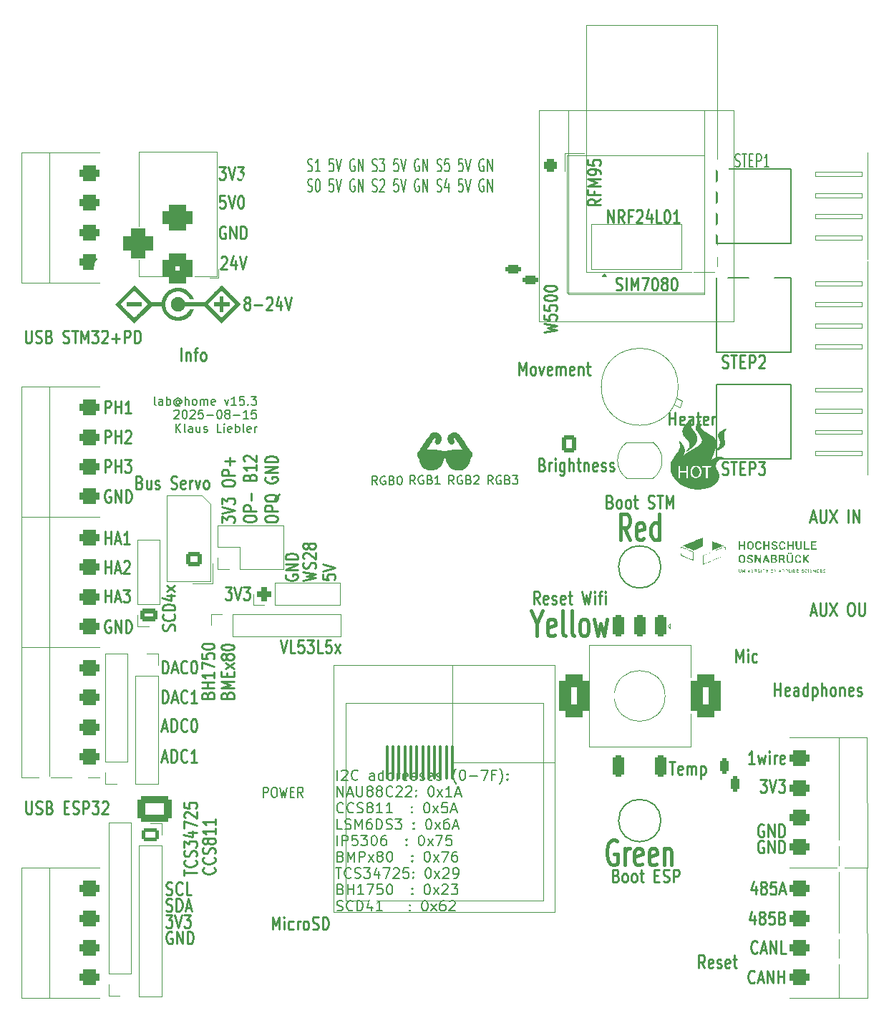
<source format=gbr>
%TF.GenerationSoftware,KiCad,Pcbnew,9.0.3*%
%TF.CreationDate,2025-08-15T14:55:13+02:00*%
%TF.ProjectId,labathome_pcb,6c616261-7468-46f6-9d65-5f7063622e6b,rev?*%
%TF.SameCoordinates,Original*%
%TF.FileFunction,Legend,Top*%
%TF.FilePolarity,Positive*%
%FSLAX46Y46*%
G04 Gerber Fmt 4.6, Leading zero omitted, Abs format (unit mm)*
G04 Created by KiCad (PCBNEW 9.0.3) date 2025-08-15 14:55:13*
%MOMM*%
%LPD*%
G01*
G04 APERTURE LIST*
G04 Aperture macros list*
%AMRoundRect*
0 Rectangle with rounded corners*
0 $1 Rounding radius*
0 $2 $3 $4 $5 $6 $7 $8 $9 X,Y pos of 4 corners*
0 Add a 4 corners polygon primitive as box body*
4,1,4,$2,$3,$4,$5,$6,$7,$8,$9,$2,$3,0*
0 Add four circle primitives for the rounded corners*
1,1,$1+$1,$2,$3*
1,1,$1+$1,$4,$5*
1,1,$1+$1,$6,$7*
1,1,$1+$1,$8,$9*
0 Add four rect primitives between the rounded corners*
20,1,$1+$1,$2,$3,$4,$5,0*
20,1,$1+$1,$4,$5,$6,$7,0*
20,1,$1+$1,$6,$7,$8,$9,0*
20,1,$1+$1,$8,$9,$2,$3,0*%
%AMHorizOval*
0 Thick line with rounded ends*
0 $1 width*
0 $2 $3 position (X,Y) of the first rounded end (center of the circle)*
0 $4 $5 position (X,Y) of the second rounded end (center of the circle)*
0 Add line between two ends*
20,1,$1,$2,$3,$4,$5,0*
0 Add two circle primitives to create the rounded ends*
1,1,$1,$2,$3*
1,1,$1,$4,$5*%
G04 Aperture macros list end*
%ADD10C,0.150000*%
%ADD11C,0.250000*%
%ADD12C,0.200000*%
%ADD13C,0.400000*%
%ADD14C,0.120000*%
%ADD15C,0.000000*%
%ADD16C,0.010000*%
%ADD17C,0.100000*%
%ADD18R,1.700000X1.700000*%
%ADD19O,1.700000X1.700000*%
%ADD20O,2.000000X1.600000*%
%ADD21RoundRect,0.750000X-1.000000X0.750000X-1.000000X-0.750000X1.000000X-0.750000X1.000000X0.750000X0*%
%ADD22RoundRect,0.750000X-1.000000X1.000000X-1.000000X-1.000000X1.000000X-1.000000X1.000000X1.000000X0*%
%ADD23RoundRect,0.875000X-0.875000X0.875000X-0.875000X-0.875000X0.875000X-0.875000X0.875000X0.875000X0*%
%ADD24RoundRect,0.450000X-0.750000X0.450000X-0.750000X-0.450000X0.750000X-0.450000X0.750000X0.450000X0*%
%ADD25C,1.500000*%
%ADD26R,1.100000X1.800000*%
%ADD27RoundRect,0.275000X-0.275000X-0.625000X0.275000X-0.625000X0.275000X0.625000X-0.275000X0.625000X0*%
%ADD28RoundRect,0.450000X0.750000X-0.450000X0.750000X0.450000X-0.750000X0.450000X-0.750000X-0.450000X0*%
%ADD29RoundRect,0.400000X-0.400000X-0.400000X0.400000X-0.400000X0.400000X0.400000X-0.400000X0.400000X0*%
%ADD30O,1.800000X1.600000*%
%ADD31RoundRect,0.208333X-0.791667X-0.541667X0.791667X-0.541667X0.791667X0.541667X-0.791667X0.541667X0*%
%ADD32O,2.000000X1.400000*%
%ADD33RoundRect,0.258929X0.741071X0.466071X-0.741071X0.466071X-0.741071X-0.466071X0.741071X-0.466071X0*%
%ADD34O,2.000000X1.450000*%
%ADD35O,1.600000X2.200000*%
%ADD36RoundRect,0.087500X0.087500X1.912500X-0.087500X1.912500X-0.087500X-1.912500X0.087500X-1.912500X0*%
%ADD37C,1.700000*%
%ADD38R,1.350000X1.350000*%
%ADD39C,1.350000*%
%ADD40C,1.200000*%
%ADD41RoundRect,0.325000X0.325000X0.975000X-0.325000X0.975000X-0.325000X-0.975000X0.325000X-0.975000X0*%
%ADD42RoundRect,0.750000X1.050000X1.750000X-1.050000X1.750000X-1.050000X-1.750000X1.050000X-1.750000X0*%
%ADD43C,3.400000*%
%ADD44RoundRect,0.250000X0.675000X-0.600000X0.675000X0.600000X-0.675000X0.600000X-0.675000X-0.600000X0*%
%ADD45O,1.850000X1.700000*%
%ADD46RoundRect,0.500000X0.350000X-0.350000X0.350000X0.350000X-0.350000X0.350000X-0.350000X-0.350000X0*%
%ADD47HorizOval,1.400000X0.000000X0.000000X0.000000X0.000000X0*%
%ADD48C,1.600000*%
%ADD49O,3.500000X3.500000*%
%ADD50C,3.600000*%
%ADD51C,0.900000*%
%ADD52C,1.000000*%
%ADD53C,2.000000*%
%ADD54C,0.650000*%
%ADD55O,1.600000X1.000000*%
%ADD56O,2.100000X1.000000*%
%ADD57R,1.000000X1.000000*%
%ADD58O,1.000000X1.000000*%
%ADD59C,0.700000*%
%ADD60RoundRect,0.250000X0.600000X0.750000X-0.600000X0.750000X-0.600000X-0.750000X0.600000X-0.750000X0*%
%ADD61O,1.700000X2.000000*%
%ADD62C,3.200000*%
%ADD63RoundRect,0.428571X-1.571429X-1.071429X1.571429X-1.071429X1.571429X1.071429X-1.571429X1.071429X0*%
%ADD64C,3.500000*%
%ADD65R,1.800000X1.100000*%
%ADD66RoundRect,0.275000X-0.625000X0.275000X-0.625000X-0.275000X0.625000X-0.275000X0.625000X0.275000X0*%
G04 APERTURE END LIST*
D10*
X175600000Y-129000000D02*
G75*
G02*
X170600000Y-129000000I-2500000J0D01*
G01*
X170600000Y-129000000D02*
G75*
G02*
X175600000Y-129000000I2500000J0D01*
G01*
X175600000Y-99000000D02*
G75*
G02*
X170600000Y-99000000I-2500000J0D01*
G01*
X170600000Y-99000000D02*
G75*
G02*
X175600000Y-99000000I2500000J0D01*
G01*
X182200000Y-64800000D02*
X191000000Y-64800000D01*
X191000000Y-73600000D01*
X182200000Y-73600000D01*
X182200000Y-64800000D01*
X182200000Y-51900000D02*
X191000000Y-51900000D01*
X191000000Y-60700000D01*
X182200000Y-60700000D01*
X182200000Y-51900000D01*
X182200000Y-77400000D02*
X191000000Y-77400000D01*
X191000000Y-86200000D01*
X182200000Y-86200000D01*
X182200000Y-77400000D01*
D11*
X184500000Y-110280928D02*
X184500000Y-108780928D01*
X184500000Y-108780928D02*
X184900000Y-109852357D01*
X184900000Y-109852357D02*
X185300000Y-108780928D01*
X185300000Y-108780928D02*
X185300000Y-110280928D01*
X185871429Y-110280928D02*
X185871429Y-109280928D01*
X185871429Y-108780928D02*
X185814286Y-108852357D01*
X185814286Y-108852357D02*
X185871429Y-108923785D01*
X185871429Y-108923785D02*
X185928572Y-108852357D01*
X185928572Y-108852357D02*
X185871429Y-108780928D01*
X185871429Y-108780928D02*
X185871429Y-108923785D01*
X186957144Y-110209500D02*
X186842858Y-110280928D01*
X186842858Y-110280928D02*
X186614286Y-110280928D01*
X186614286Y-110280928D02*
X186500001Y-110209500D01*
X186500001Y-110209500D02*
X186442858Y-110138071D01*
X186442858Y-110138071D02*
X186385715Y-109995214D01*
X186385715Y-109995214D02*
X186385715Y-109566642D01*
X186385715Y-109566642D02*
X186442858Y-109423785D01*
X186442858Y-109423785D02*
X186500001Y-109352357D01*
X186500001Y-109352357D02*
X186614286Y-109280928D01*
X186614286Y-109280928D02*
X186842858Y-109280928D01*
X186842858Y-109280928D02*
X186957144Y-109352357D01*
X116593044Y-118052357D02*
X117164473Y-118052357D01*
X116478758Y-118480928D02*
X116878758Y-116980928D01*
X116878758Y-116980928D02*
X117278758Y-118480928D01*
X117678758Y-118480928D02*
X117678758Y-116980928D01*
X117678758Y-116980928D02*
X117964472Y-116980928D01*
X117964472Y-116980928D02*
X118135901Y-117052357D01*
X118135901Y-117052357D02*
X118250186Y-117195214D01*
X118250186Y-117195214D02*
X118307329Y-117338071D01*
X118307329Y-117338071D02*
X118364472Y-117623785D01*
X118364472Y-117623785D02*
X118364472Y-117838071D01*
X118364472Y-117838071D02*
X118307329Y-118123785D01*
X118307329Y-118123785D02*
X118250186Y-118266642D01*
X118250186Y-118266642D02*
X118135901Y-118409500D01*
X118135901Y-118409500D02*
X117964472Y-118480928D01*
X117964472Y-118480928D02*
X117678758Y-118480928D01*
X119564472Y-118338071D02*
X119507329Y-118409500D01*
X119507329Y-118409500D02*
X119335901Y-118480928D01*
X119335901Y-118480928D02*
X119221615Y-118480928D01*
X119221615Y-118480928D02*
X119050186Y-118409500D01*
X119050186Y-118409500D02*
X118935901Y-118266642D01*
X118935901Y-118266642D02*
X118878758Y-118123785D01*
X118878758Y-118123785D02*
X118821615Y-117838071D01*
X118821615Y-117838071D02*
X118821615Y-117623785D01*
X118821615Y-117623785D02*
X118878758Y-117338071D01*
X118878758Y-117338071D02*
X118935901Y-117195214D01*
X118935901Y-117195214D02*
X119050186Y-117052357D01*
X119050186Y-117052357D02*
X119221615Y-116980928D01*
X119221615Y-116980928D02*
X119335901Y-116980928D01*
X119335901Y-116980928D02*
X119507329Y-117052357D01*
X119507329Y-117052357D02*
X119564472Y-117123785D01*
X120307329Y-116980928D02*
X120421615Y-116980928D01*
X120421615Y-116980928D02*
X120535901Y-117052357D01*
X120535901Y-117052357D02*
X120593044Y-117123785D01*
X120593044Y-117123785D02*
X120650186Y-117266642D01*
X120650186Y-117266642D02*
X120707329Y-117552357D01*
X120707329Y-117552357D02*
X120707329Y-117909500D01*
X120707329Y-117909500D02*
X120650186Y-118195214D01*
X120650186Y-118195214D02*
X120593044Y-118338071D01*
X120593044Y-118338071D02*
X120535901Y-118409500D01*
X120535901Y-118409500D02*
X120421615Y-118480928D01*
X120421615Y-118480928D02*
X120307329Y-118480928D01*
X120307329Y-118480928D02*
X120193044Y-118409500D01*
X120193044Y-118409500D02*
X120135901Y-118338071D01*
X120135901Y-118338071D02*
X120078758Y-118195214D01*
X120078758Y-118195214D02*
X120021615Y-117909500D01*
X120021615Y-117909500D02*
X120021615Y-117552357D01*
X120021615Y-117552357D02*
X120078758Y-117266642D01*
X120078758Y-117266642D02*
X120135901Y-117123785D01*
X120135901Y-117123785D02*
X120193044Y-117052357D01*
X120193044Y-117052357D02*
X120307329Y-116980928D01*
X126240928Y-93391241D02*
X126240928Y-93162669D01*
X126240928Y-93162669D02*
X126312357Y-93048384D01*
X126312357Y-93048384D02*
X126455214Y-92934098D01*
X126455214Y-92934098D02*
X126740928Y-92876955D01*
X126740928Y-92876955D02*
X127240928Y-92876955D01*
X127240928Y-92876955D02*
X127526642Y-92934098D01*
X127526642Y-92934098D02*
X127669500Y-93048384D01*
X127669500Y-93048384D02*
X127740928Y-93162669D01*
X127740928Y-93162669D02*
X127740928Y-93391241D01*
X127740928Y-93391241D02*
X127669500Y-93505527D01*
X127669500Y-93505527D02*
X127526642Y-93619812D01*
X127526642Y-93619812D02*
X127240928Y-93676955D01*
X127240928Y-93676955D02*
X126740928Y-93676955D01*
X126740928Y-93676955D02*
X126455214Y-93619812D01*
X126455214Y-93619812D02*
X126312357Y-93505527D01*
X126312357Y-93505527D02*
X126240928Y-93391241D01*
X127740928Y-92362669D02*
X126240928Y-92362669D01*
X126240928Y-92362669D02*
X126240928Y-91905526D01*
X126240928Y-91905526D02*
X126312357Y-91791241D01*
X126312357Y-91791241D02*
X126383785Y-91734098D01*
X126383785Y-91734098D02*
X126526642Y-91676955D01*
X126526642Y-91676955D02*
X126740928Y-91676955D01*
X126740928Y-91676955D02*
X126883785Y-91734098D01*
X126883785Y-91734098D02*
X126955214Y-91791241D01*
X126955214Y-91791241D02*
X127026642Y-91905526D01*
X127026642Y-91905526D02*
X127026642Y-92362669D01*
X127169500Y-91162669D02*
X127169500Y-90248384D01*
X126955214Y-88362669D02*
X127026642Y-88191241D01*
X127026642Y-88191241D02*
X127098071Y-88134098D01*
X127098071Y-88134098D02*
X127240928Y-88076955D01*
X127240928Y-88076955D02*
X127455214Y-88076955D01*
X127455214Y-88076955D02*
X127598071Y-88134098D01*
X127598071Y-88134098D02*
X127669500Y-88191241D01*
X127669500Y-88191241D02*
X127740928Y-88305526D01*
X127740928Y-88305526D02*
X127740928Y-88762669D01*
X127740928Y-88762669D02*
X126240928Y-88762669D01*
X126240928Y-88762669D02*
X126240928Y-88362669D01*
X126240928Y-88362669D02*
X126312357Y-88248384D01*
X126312357Y-88248384D02*
X126383785Y-88191241D01*
X126383785Y-88191241D02*
X126526642Y-88134098D01*
X126526642Y-88134098D02*
X126669500Y-88134098D01*
X126669500Y-88134098D02*
X126812357Y-88191241D01*
X126812357Y-88191241D02*
X126883785Y-88248384D01*
X126883785Y-88248384D02*
X126955214Y-88362669D01*
X126955214Y-88362669D02*
X126955214Y-88762669D01*
X127740928Y-86934098D02*
X127740928Y-87619812D01*
X127740928Y-87276955D02*
X126240928Y-87276955D01*
X126240928Y-87276955D02*
X126455214Y-87391241D01*
X126455214Y-87391241D02*
X126598071Y-87505526D01*
X126598071Y-87505526D02*
X126669500Y-87619812D01*
X126383785Y-86476955D02*
X126312357Y-86419812D01*
X126312357Y-86419812D02*
X126240928Y-86305527D01*
X126240928Y-86305527D02*
X126240928Y-86019812D01*
X126240928Y-86019812D02*
X126312357Y-85905527D01*
X126312357Y-85905527D02*
X126383785Y-85848384D01*
X126383785Y-85848384D02*
X126526642Y-85791241D01*
X126526642Y-85791241D02*
X126669500Y-85791241D01*
X126669500Y-85791241D02*
X126883785Y-85848384D01*
X126883785Y-85848384D02*
X127740928Y-86534098D01*
X127740928Y-86534098D02*
X127740928Y-85791241D01*
X158850187Y-76280928D02*
X158850187Y-74780928D01*
X158850187Y-74780928D02*
X159250187Y-75852357D01*
X159250187Y-75852357D02*
X159650187Y-74780928D01*
X159650187Y-74780928D02*
X159650187Y-76280928D01*
X160393044Y-76280928D02*
X160278759Y-76209500D01*
X160278759Y-76209500D02*
X160221616Y-76138071D01*
X160221616Y-76138071D02*
X160164473Y-75995214D01*
X160164473Y-75995214D02*
X160164473Y-75566642D01*
X160164473Y-75566642D02*
X160221616Y-75423785D01*
X160221616Y-75423785D02*
X160278759Y-75352357D01*
X160278759Y-75352357D02*
X160393044Y-75280928D01*
X160393044Y-75280928D02*
X160564473Y-75280928D01*
X160564473Y-75280928D02*
X160678759Y-75352357D01*
X160678759Y-75352357D02*
X160735902Y-75423785D01*
X160735902Y-75423785D02*
X160793044Y-75566642D01*
X160793044Y-75566642D02*
X160793044Y-75995214D01*
X160793044Y-75995214D02*
X160735902Y-76138071D01*
X160735902Y-76138071D02*
X160678759Y-76209500D01*
X160678759Y-76209500D02*
X160564473Y-76280928D01*
X160564473Y-76280928D02*
X160393044Y-76280928D01*
X161193044Y-75280928D02*
X161478758Y-76280928D01*
X161478758Y-76280928D02*
X161764473Y-75280928D01*
X162678759Y-76209500D02*
X162564473Y-76280928D01*
X162564473Y-76280928D02*
X162335902Y-76280928D01*
X162335902Y-76280928D02*
X162221616Y-76209500D01*
X162221616Y-76209500D02*
X162164473Y-76066642D01*
X162164473Y-76066642D02*
X162164473Y-75495214D01*
X162164473Y-75495214D02*
X162221616Y-75352357D01*
X162221616Y-75352357D02*
X162335902Y-75280928D01*
X162335902Y-75280928D02*
X162564473Y-75280928D01*
X162564473Y-75280928D02*
X162678759Y-75352357D01*
X162678759Y-75352357D02*
X162735902Y-75495214D01*
X162735902Y-75495214D02*
X162735902Y-75638071D01*
X162735902Y-75638071D02*
X162164473Y-75780928D01*
X163250187Y-76280928D02*
X163250187Y-75280928D01*
X163250187Y-75423785D02*
X163307330Y-75352357D01*
X163307330Y-75352357D02*
X163421615Y-75280928D01*
X163421615Y-75280928D02*
X163593044Y-75280928D01*
X163593044Y-75280928D02*
X163707330Y-75352357D01*
X163707330Y-75352357D02*
X163764473Y-75495214D01*
X163764473Y-75495214D02*
X163764473Y-76280928D01*
X163764473Y-75495214D02*
X163821615Y-75352357D01*
X163821615Y-75352357D02*
X163935901Y-75280928D01*
X163935901Y-75280928D02*
X164107330Y-75280928D01*
X164107330Y-75280928D02*
X164221615Y-75352357D01*
X164221615Y-75352357D02*
X164278758Y-75495214D01*
X164278758Y-75495214D02*
X164278758Y-76280928D01*
X165307330Y-76209500D02*
X165193044Y-76280928D01*
X165193044Y-76280928D02*
X164964473Y-76280928D01*
X164964473Y-76280928D02*
X164850187Y-76209500D01*
X164850187Y-76209500D02*
X164793044Y-76066642D01*
X164793044Y-76066642D02*
X164793044Y-75495214D01*
X164793044Y-75495214D02*
X164850187Y-75352357D01*
X164850187Y-75352357D02*
X164964473Y-75280928D01*
X164964473Y-75280928D02*
X165193044Y-75280928D01*
X165193044Y-75280928D02*
X165307330Y-75352357D01*
X165307330Y-75352357D02*
X165364473Y-75495214D01*
X165364473Y-75495214D02*
X165364473Y-75638071D01*
X165364473Y-75638071D02*
X164793044Y-75780928D01*
X165878758Y-75280928D02*
X165878758Y-76280928D01*
X165878758Y-75423785D02*
X165935901Y-75352357D01*
X165935901Y-75352357D02*
X166050186Y-75280928D01*
X166050186Y-75280928D02*
X166221615Y-75280928D01*
X166221615Y-75280928D02*
X166335901Y-75352357D01*
X166335901Y-75352357D02*
X166393044Y-75495214D01*
X166393044Y-75495214D02*
X166393044Y-76280928D01*
X166793043Y-75280928D02*
X167250186Y-75280928D01*
X166964472Y-74780928D02*
X166964472Y-76066642D01*
X166964472Y-76066642D02*
X167021615Y-76209500D01*
X167021615Y-76209500D02*
X167135900Y-76280928D01*
X167135900Y-76280928D02*
X167250186Y-76280928D01*
X113950187Y-88995214D02*
X114121615Y-89066642D01*
X114121615Y-89066642D02*
X114178758Y-89138071D01*
X114178758Y-89138071D02*
X114235901Y-89280928D01*
X114235901Y-89280928D02*
X114235901Y-89495214D01*
X114235901Y-89495214D02*
X114178758Y-89638071D01*
X114178758Y-89638071D02*
X114121615Y-89709500D01*
X114121615Y-89709500D02*
X114007330Y-89780928D01*
X114007330Y-89780928D02*
X113550187Y-89780928D01*
X113550187Y-89780928D02*
X113550187Y-88280928D01*
X113550187Y-88280928D02*
X113950187Y-88280928D01*
X113950187Y-88280928D02*
X114064473Y-88352357D01*
X114064473Y-88352357D02*
X114121615Y-88423785D01*
X114121615Y-88423785D02*
X114178758Y-88566642D01*
X114178758Y-88566642D02*
X114178758Y-88709500D01*
X114178758Y-88709500D02*
X114121615Y-88852357D01*
X114121615Y-88852357D02*
X114064473Y-88923785D01*
X114064473Y-88923785D02*
X113950187Y-88995214D01*
X113950187Y-88995214D02*
X113550187Y-88995214D01*
X115264473Y-88780928D02*
X115264473Y-89780928D01*
X114750187Y-88780928D02*
X114750187Y-89566642D01*
X114750187Y-89566642D02*
X114807330Y-89709500D01*
X114807330Y-89709500D02*
X114921615Y-89780928D01*
X114921615Y-89780928D02*
X115093044Y-89780928D01*
X115093044Y-89780928D02*
X115207330Y-89709500D01*
X115207330Y-89709500D02*
X115264473Y-89638071D01*
X115778758Y-89709500D02*
X115893044Y-89780928D01*
X115893044Y-89780928D02*
X116121615Y-89780928D01*
X116121615Y-89780928D02*
X116235901Y-89709500D01*
X116235901Y-89709500D02*
X116293044Y-89566642D01*
X116293044Y-89566642D02*
X116293044Y-89495214D01*
X116293044Y-89495214D02*
X116235901Y-89352357D01*
X116235901Y-89352357D02*
X116121615Y-89280928D01*
X116121615Y-89280928D02*
X115950187Y-89280928D01*
X115950187Y-89280928D02*
X115835901Y-89209500D01*
X115835901Y-89209500D02*
X115778758Y-89066642D01*
X115778758Y-89066642D02*
X115778758Y-88995214D01*
X115778758Y-88995214D02*
X115835901Y-88852357D01*
X115835901Y-88852357D02*
X115950187Y-88780928D01*
X115950187Y-88780928D02*
X116121615Y-88780928D01*
X116121615Y-88780928D02*
X116235901Y-88852357D01*
X117664473Y-89709500D02*
X117835902Y-89780928D01*
X117835902Y-89780928D02*
X118121616Y-89780928D01*
X118121616Y-89780928D02*
X118235902Y-89709500D01*
X118235902Y-89709500D02*
X118293044Y-89638071D01*
X118293044Y-89638071D02*
X118350187Y-89495214D01*
X118350187Y-89495214D02*
X118350187Y-89352357D01*
X118350187Y-89352357D02*
X118293044Y-89209500D01*
X118293044Y-89209500D02*
X118235902Y-89138071D01*
X118235902Y-89138071D02*
X118121616Y-89066642D01*
X118121616Y-89066642D02*
X117893044Y-88995214D01*
X117893044Y-88995214D02*
X117778759Y-88923785D01*
X117778759Y-88923785D02*
X117721616Y-88852357D01*
X117721616Y-88852357D02*
X117664473Y-88709500D01*
X117664473Y-88709500D02*
X117664473Y-88566642D01*
X117664473Y-88566642D02*
X117721616Y-88423785D01*
X117721616Y-88423785D02*
X117778759Y-88352357D01*
X117778759Y-88352357D02*
X117893044Y-88280928D01*
X117893044Y-88280928D02*
X118178759Y-88280928D01*
X118178759Y-88280928D02*
X118350187Y-88352357D01*
X119321616Y-89709500D02*
X119207330Y-89780928D01*
X119207330Y-89780928D02*
X118978759Y-89780928D01*
X118978759Y-89780928D02*
X118864473Y-89709500D01*
X118864473Y-89709500D02*
X118807330Y-89566642D01*
X118807330Y-89566642D02*
X118807330Y-88995214D01*
X118807330Y-88995214D02*
X118864473Y-88852357D01*
X118864473Y-88852357D02*
X118978759Y-88780928D01*
X118978759Y-88780928D02*
X119207330Y-88780928D01*
X119207330Y-88780928D02*
X119321616Y-88852357D01*
X119321616Y-88852357D02*
X119378759Y-88995214D01*
X119378759Y-88995214D02*
X119378759Y-89138071D01*
X119378759Y-89138071D02*
X118807330Y-89280928D01*
X119893044Y-89780928D02*
X119893044Y-88780928D01*
X119893044Y-89066642D02*
X119950187Y-88923785D01*
X119950187Y-88923785D02*
X120007330Y-88852357D01*
X120007330Y-88852357D02*
X120121615Y-88780928D01*
X120121615Y-88780928D02*
X120235901Y-88780928D01*
X120521615Y-88780928D02*
X120807329Y-89780928D01*
X120807329Y-89780928D02*
X121093044Y-88780928D01*
X121721615Y-89780928D02*
X121607330Y-89709500D01*
X121607330Y-89709500D02*
X121550187Y-89638071D01*
X121550187Y-89638071D02*
X121493044Y-89495214D01*
X121493044Y-89495214D02*
X121493044Y-89066642D01*
X121493044Y-89066642D02*
X121550187Y-88923785D01*
X121550187Y-88923785D02*
X121607330Y-88852357D01*
X121607330Y-88852357D02*
X121721615Y-88780928D01*
X121721615Y-88780928D02*
X121893044Y-88780928D01*
X121893044Y-88780928D02*
X122007330Y-88852357D01*
X122007330Y-88852357D02*
X122064473Y-88923785D01*
X122064473Y-88923785D02*
X122121615Y-89066642D01*
X122121615Y-89066642D02*
X122121615Y-89495214D01*
X122121615Y-89495214D02*
X122064473Y-89638071D01*
X122064473Y-89638071D02*
X122007330Y-89709500D01*
X122007330Y-89709500D02*
X121893044Y-89780928D01*
X121893044Y-89780928D02*
X121721615Y-89780928D01*
X117093044Y-139642833D02*
X117264473Y-139714261D01*
X117264473Y-139714261D02*
X117550187Y-139714261D01*
X117550187Y-139714261D02*
X117664473Y-139642833D01*
X117664473Y-139642833D02*
X117721615Y-139571404D01*
X117721615Y-139571404D02*
X117778758Y-139428547D01*
X117778758Y-139428547D02*
X117778758Y-139285690D01*
X117778758Y-139285690D02*
X117721615Y-139142833D01*
X117721615Y-139142833D02*
X117664473Y-139071404D01*
X117664473Y-139071404D02*
X117550187Y-138999975D01*
X117550187Y-138999975D02*
X117321615Y-138928547D01*
X117321615Y-138928547D02*
X117207330Y-138857118D01*
X117207330Y-138857118D02*
X117150187Y-138785690D01*
X117150187Y-138785690D02*
X117093044Y-138642833D01*
X117093044Y-138642833D02*
X117093044Y-138499975D01*
X117093044Y-138499975D02*
X117150187Y-138357118D01*
X117150187Y-138357118D02*
X117207330Y-138285690D01*
X117207330Y-138285690D02*
X117321615Y-138214261D01*
X117321615Y-138214261D02*
X117607330Y-138214261D01*
X117607330Y-138214261D02*
X117778758Y-138285690D01*
X118293044Y-139714261D02*
X118293044Y-138214261D01*
X118293044Y-138214261D02*
X118578758Y-138214261D01*
X118578758Y-138214261D02*
X118750187Y-138285690D01*
X118750187Y-138285690D02*
X118864472Y-138428547D01*
X118864472Y-138428547D02*
X118921615Y-138571404D01*
X118921615Y-138571404D02*
X118978758Y-138857118D01*
X118978758Y-138857118D02*
X118978758Y-139071404D01*
X118978758Y-139071404D02*
X118921615Y-139357118D01*
X118921615Y-139357118D02*
X118864472Y-139499975D01*
X118864472Y-139499975D02*
X118750187Y-139642833D01*
X118750187Y-139642833D02*
X118578758Y-139714261D01*
X118578758Y-139714261D02*
X118293044Y-139714261D01*
X119435901Y-139285690D02*
X120007330Y-139285690D01*
X119321615Y-139714261D02*
X119721615Y-138214261D01*
X119721615Y-138214261D02*
X120121615Y-139714261D01*
X169585714Y-91295214D02*
X169757142Y-91366642D01*
X169757142Y-91366642D02*
X169814285Y-91438071D01*
X169814285Y-91438071D02*
X169871428Y-91580928D01*
X169871428Y-91580928D02*
X169871428Y-91795214D01*
X169871428Y-91795214D02*
X169814285Y-91938071D01*
X169814285Y-91938071D02*
X169757142Y-92009500D01*
X169757142Y-92009500D02*
X169642857Y-92080928D01*
X169642857Y-92080928D02*
X169185714Y-92080928D01*
X169185714Y-92080928D02*
X169185714Y-90580928D01*
X169185714Y-90580928D02*
X169585714Y-90580928D01*
X169585714Y-90580928D02*
X169700000Y-90652357D01*
X169700000Y-90652357D02*
X169757142Y-90723785D01*
X169757142Y-90723785D02*
X169814285Y-90866642D01*
X169814285Y-90866642D02*
X169814285Y-91009500D01*
X169814285Y-91009500D02*
X169757142Y-91152357D01*
X169757142Y-91152357D02*
X169700000Y-91223785D01*
X169700000Y-91223785D02*
X169585714Y-91295214D01*
X169585714Y-91295214D02*
X169185714Y-91295214D01*
X170557142Y-92080928D02*
X170442857Y-92009500D01*
X170442857Y-92009500D02*
X170385714Y-91938071D01*
X170385714Y-91938071D02*
X170328571Y-91795214D01*
X170328571Y-91795214D02*
X170328571Y-91366642D01*
X170328571Y-91366642D02*
X170385714Y-91223785D01*
X170385714Y-91223785D02*
X170442857Y-91152357D01*
X170442857Y-91152357D02*
X170557142Y-91080928D01*
X170557142Y-91080928D02*
X170728571Y-91080928D01*
X170728571Y-91080928D02*
X170842857Y-91152357D01*
X170842857Y-91152357D02*
X170900000Y-91223785D01*
X170900000Y-91223785D02*
X170957142Y-91366642D01*
X170957142Y-91366642D02*
X170957142Y-91795214D01*
X170957142Y-91795214D02*
X170900000Y-91938071D01*
X170900000Y-91938071D02*
X170842857Y-92009500D01*
X170842857Y-92009500D02*
X170728571Y-92080928D01*
X170728571Y-92080928D02*
X170557142Y-92080928D01*
X171642856Y-92080928D02*
X171528571Y-92009500D01*
X171528571Y-92009500D02*
X171471428Y-91938071D01*
X171471428Y-91938071D02*
X171414285Y-91795214D01*
X171414285Y-91795214D02*
X171414285Y-91366642D01*
X171414285Y-91366642D02*
X171471428Y-91223785D01*
X171471428Y-91223785D02*
X171528571Y-91152357D01*
X171528571Y-91152357D02*
X171642856Y-91080928D01*
X171642856Y-91080928D02*
X171814285Y-91080928D01*
X171814285Y-91080928D02*
X171928571Y-91152357D01*
X171928571Y-91152357D02*
X171985714Y-91223785D01*
X171985714Y-91223785D02*
X172042856Y-91366642D01*
X172042856Y-91366642D02*
X172042856Y-91795214D01*
X172042856Y-91795214D02*
X171985714Y-91938071D01*
X171985714Y-91938071D02*
X171928571Y-92009500D01*
X171928571Y-92009500D02*
X171814285Y-92080928D01*
X171814285Y-92080928D02*
X171642856Y-92080928D01*
X172385713Y-91080928D02*
X172842856Y-91080928D01*
X172557142Y-90580928D02*
X172557142Y-91866642D01*
X172557142Y-91866642D02*
X172614285Y-92009500D01*
X172614285Y-92009500D02*
X172728570Y-92080928D01*
X172728570Y-92080928D02*
X172842856Y-92080928D01*
X174099999Y-92009500D02*
X174271428Y-92080928D01*
X174271428Y-92080928D02*
X174557142Y-92080928D01*
X174557142Y-92080928D02*
X174671428Y-92009500D01*
X174671428Y-92009500D02*
X174728570Y-91938071D01*
X174728570Y-91938071D02*
X174785713Y-91795214D01*
X174785713Y-91795214D02*
X174785713Y-91652357D01*
X174785713Y-91652357D02*
X174728570Y-91509500D01*
X174728570Y-91509500D02*
X174671428Y-91438071D01*
X174671428Y-91438071D02*
X174557142Y-91366642D01*
X174557142Y-91366642D02*
X174328570Y-91295214D01*
X174328570Y-91295214D02*
X174214285Y-91223785D01*
X174214285Y-91223785D02*
X174157142Y-91152357D01*
X174157142Y-91152357D02*
X174099999Y-91009500D01*
X174099999Y-91009500D02*
X174099999Y-90866642D01*
X174099999Y-90866642D02*
X174157142Y-90723785D01*
X174157142Y-90723785D02*
X174214285Y-90652357D01*
X174214285Y-90652357D02*
X174328570Y-90580928D01*
X174328570Y-90580928D02*
X174614285Y-90580928D01*
X174614285Y-90580928D02*
X174785713Y-90652357D01*
X175128570Y-90580928D02*
X175814285Y-90580928D01*
X175471427Y-92080928D02*
X175471427Y-90580928D01*
X176214285Y-92080928D02*
X176214285Y-90580928D01*
X176214285Y-90580928D02*
X176614285Y-91652357D01*
X176614285Y-91652357D02*
X177014285Y-90580928D01*
X177014285Y-90580928D02*
X177014285Y-92080928D01*
X123593044Y-62423785D02*
X123650187Y-62352357D01*
X123650187Y-62352357D02*
X123764473Y-62280928D01*
X123764473Y-62280928D02*
X124050187Y-62280928D01*
X124050187Y-62280928D02*
X124164473Y-62352357D01*
X124164473Y-62352357D02*
X124221615Y-62423785D01*
X124221615Y-62423785D02*
X124278758Y-62566642D01*
X124278758Y-62566642D02*
X124278758Y-62709500D01*
X124278758Y-62709500D02*
X124221615Y-62923785D01*
X124221615Y-62923785D02*
X123535901Y-63780928D01*
X123535901Y-63780928D02*
X124278758Y-63780928D01*
X125307330Y-62780928D02*
X125307330Y-63780928D01*
X125021615Y-62209500D02*
X124735901Y-63280928D01*
X124735901Y-63280928D02*
X125478758Y-63280928D01*
X125764472Y-62280928D02*
X126164472Y-63780928D01*
X126164472Y-63780928D02*
X126564472Y-62280928D01*
X116650187Y-111580928D02*
X116650187Y-110080928D01*
X116650187Y-110080928D02*
X116935901Y-110080928D01*
X116935901Y-110080928D02*
X117107330Y-110152357D01*
X117107330Y-110152357D02*
X117221615Y-110295214D01*
X117221615Y-110295214D02*
X117278758Y-110438071D01*
X117278758Y-110438071D02*
X117335901Y-110723785D01*
X117335901Y-110723785D02*
X117335901Y-110938071D01*
X117335901Y-110938071D02*
X117278758Y-111223785D01*
X117278758Y-111223785D02*
X117221615Y-111366642D01*
X117221615Y-111366642D02*
X117107330Y-111509500D01*
X117107330Y-111509500D02*
X116935901Y-111580928D01*
X116935901Y-111580928D02*
X116650187Y-111580928D01*
X117793044Y-111152357D02*
X118364473Y-111152357D01*
X117678758Y-111580928D02*
X118078758Y-110080928D01*
X118078758Y-110080928D02*
X118478758Y-111580928D01*
X119564472Y-111438071D02*
X119507329Y-111509500D01*
X119507329Y-111509500D02*
X119335901Y-111580928D01*
X119335901Y-111580928D02*
X119221615Y-111580928D01*
X119221615Y-111580928D02*
X119050186Y-111509500D01*
X119050186Y-111509500D02*
X118935901Y-111366642D01*
X118935901Y-111366642D02*
X118878758Y-111223785D01*
X118878758Y-111223785D02*
X118821615Y-110938071D01*
X118821615Y-110938071D02*
X118821615Y-110723785D01*
X118821615Y-110723785D02*
X118878758Y-110438071D01*
X118878758Y-110438071D02*
X118935901Y-110295214D01*
X118935901Y-110295214D02*
X119050186Y-110152357D01*
X119050186Y-110152357D02*
X119221615Y-110080928D01*
X119221615Y-110080928D02*
X119335901Y-110080928D01*
X119335901Y-110080928D02*
X119507329Y-110152357D01*
X119507329Y-110152357D02*
X119564472Y-110223785D01*
X120307329Y-110080928D02*
X120421615Y-110080928D01*
X120421615Y-110080928D02*
X120535901Y-110152357D01*
X120535901Y-110152357D02*
X120593044Y-110223785D01*
X120593044Y-110223785D02*
X120650186Y-110366642D01*
X120650186Y-110366642D02*
X120707329Y-110652357D01*
X120707329Y-110652357D02*
X120707329Y-111009500D01*
X120707329Y-111009500D02*
X120650186Y-111295214D01*
X120650186Y-111295214D02*
X120593044Y-111438071D01*
X120593044Y-111438071D02*
X120535901Y-111509500D01*
X120535901Y-111509500D02*
X120421615Y-111580928D01*
X120421615Y-111580928D02*
X120307329Y-111580928D01*
X120307329Y-111580928D02*
X120193044Y-111509500D01*
X120193044Y-111509500D02*
X120135901Y-111438071D01*
X120135901Y-111438071D02*
X120078758Y-111295214D01*
X120078758Y-111295214D02*
X120021615Y-111009500D01*
X120021615Y-111009500D02*
X120021615Y-110652357D01*
X120021615Y-110652357D02*
X120078758Y-110366642D01*
X120078758Y-110366642D02*
X120135901Y-110223785D01*
X120135901Y-110223785D02*
X120193044Y-110152357D01*
X120193044Y-110152357D02*
X120307329Y-110080928D01*
D12*
X184406516Y-51612100D02*
X184542230Y-51683528D01*
X184542230Y-51683528D02*
X184768421Y-51683528D01*
X184768421Y-51683528D02*
X184858897Y-51612100D01*
X184858897Y-51612100D02*
X184904135Y-51540671D01*
X184904135Y-51540671D02*
X184949373Y-51397814D01*
X184949373Y-51397814D02*
X184949373Y-51254957D01*
X184949373Y-51254957D02*
X184904135Y-51112100D01*
X184904135Y-51112100D02*
X184858897Y-51040671D01*
X184858897Y-51040671D02*
X184768421Y-50969242D01*
X184768421Y-50969242D02*
X184587468Y-50897814D01*
X184587468Y-50897814D02*
X184496992Y-50826385D01*
X184496992Y-50826385D02*
X184451754Y-50754957D01*
X184451754Y-50754957D02*
X184406516Y-50612100D01*
X184406516Y-50612100D02*
X184406516Y-50469242D01*
X184406516Y-50469242D02*
X184451754Y-50326385D01*
X184451754Y-50326385D02*
X184496992Y-50254957D01*
X184496992Y-50254957D02*
X184587468Y-50183528D01*
X184587468Y-50183528D02*
X184813659Y-50183528D01*
X184813659Y-50183528D02*
X184949373Y-50254957D01*
X185220802Y-50183528D02*
X185763659Y-50183528D01*
X185492230Y-51683528D02*
X185492230Y-50183528D01*
X186080326Y-50897814D02*
X186396993Y-50897814D01*
X186532707Y-51683528D02*
X186080326Y-51683528D01*
X186080326Y-51683528D02*
X186080326Y-50183528D01*
X186080326Y-50183528D02*
X186532707Y-50183528D01*
X186939850Y-51683528D02*
X186939850Y-50183528D01*
X186939850Y-50183528D02*
X187301755Y-50183528D01*
X187301755Y-50183528D02*
X187392231Y-50254957D01*
X187392231Y-50254957D02*
X187437469Y-50326385D01*
X187437469Y-50326385D02*
X187482707Y-50469242D01*
X187482707Y-50469242D02*
X187482707Y-50683528D01*
X187482707Y-50683528D02*
X187437469Y-50826385D01*
X187437469Y-50826385D02*
X187392231Y-50897814D01*
X187392231Y-50897814D02*
X187301755Y-50969242D01*
X187301755Y-50969242D02*
X186939850Y-50969242D01*
X188387469Y-51683528D02*
X187844612Y-51683528D01*
X188116040Y-51683528D02*
X188116040Y-50183528D01*
X188116040Y-50183528D02*
X188025564Y-50397814D01*
X188025564Y-50397814D02*
X187935088Y-50540671D01*
X187935088Y-50540671D02*
X187844612Y-50612100D01*
D11*
X109850187Y-99780928D02*
X109850187Y-98280928D01*
X109850187Y-98995214D02*
X110535901Y-98995214D01*
X110535901Y-99780928D02*
X110535901Y-98280928D01*
X111050187Y-99352357D02*
X111621616Y-99352357D01*
X110935901Y-99780928D02*
X111335901Y-98280928D01*
X111335901Y-98280928D02*
X111735901Y-99780928D01*
X112078758Y-98423785D02*
X112135901Y-98352357D01*
X112135901Y-98352357D02*
X112250187Y-98280928D01*
X112250187Y-98280928D02*
X112535901Y-98280928D01*
X112535901Y-98280928D02*
X112650187Y-98352357D01*
X112650187Y-98352357D02*
X112707329Y-98423785D01*
X112707329Y-98423785D02*
X112764472Y-98566642D01*
X112764472Y-98566642D02*
X112764472Y-98709500D01*
X112764472Y-98709500D02*
X112707329Y-98923785D01*
X112707329Y-98923785D02*
X112021615Y-99780928D01*
X112021615Y-99780928D02*
X112764472Y-99780928D01*
X168480928Y-55478758D02*
X167766642Y-55878758D01*
X168480928Y-56164472D02*
X166980928Y-56164472D01*
X166980928Y-56164472D02*
X166980928Y-55707329D01*
X166980928Y-55707329D02*
X167052357Y-55593044D01*
X167052357Y-55593044D02*
X167123785Y-55535901D01*
X167123785Y-55535901D02*
X167266642Y-55478758D01*
X167266642Y-55478758D02*
X167480928Y-55478758D01*
X167480928Y-55478758D02*
X167623785Y-55535901D01*
X167623785Y-55535901D02*
X167695214Y-55593044D01*
X167695214Y-55593044D02*
X167766642Y-55707329D01*
X167766642Y-55707329D02*
X167766642Y-56164472D01*
X167695214Y-54564472D02*
X167695214Y-54964472D01*
X168480928Y-54964472D02*
X166980928Y-54964472D01*
X166980928Y-54964472D02*
X166980928Y-54393044D01*
X168480928Y-53935901D02*
X166980928Y-53935901D01*
X166980928Y-53935901D02*
X168052357Y-53535901D01*
X168052357Y-53535901D02*
X166980928Y-53135901D01*
X166980928Y-53135901D02*
X168480928Y-53135901D01*
X168480928Y-52507329D02*
X168480928Y-52278758D01*
X168480928Y-52278758D02*
X168409500Y-52164472D01*
X168409500Y-52164472D02*
X168338071Y-52107329D01*
X168338071Y-52107329D02*
X168123785Y-51993044D01*
X168123785Y-51993044D02*
X167838071Y-51935901D01*
X167838071Y-51935901D02*
X167266642Y-51935901D01*
X167266642Y-51935901D02*
X167123785Y-51993044D01*
X167123785Y-51993044D02*
X167052357Y-52050187D01*
X167052357Y-52050187D02*
X166980928Y-52164472D01*
X166980928Y-52164472D02*
X166980928Y-52393044D01*
X166980928Y-52393044D02*
X167052357Y-52507329D01*
X167052357Y-52507329D02*
X167123785Y-52564472D01*
X167123785Y-52564472D02*
X167266642Y-52621615D01*
X167266642Y-52621615D02*
X167623785Y-52621615D01*
X167623785Y-52621615D02*
X167766642Y-52564472D01*
X167766642Y-52564472D02*
X167838071Y-52507329D01*
X167838071Y-52507329D02*
X167909500Y-52393044D01*
X167909500Y-52393044D02*
X167909500Y-52164472D01*
X167909500Y-52164472D02*
X167838071Y-52050187D01*
X167838071Y-52050187D02*
X167766642Y-51993044D01*
X167766642Y-51993044D02*
X167623785Y-51935901D01*
X166980928Y-50850187D02*
X166980928Y-51421615D01*
X166980928Y-51421615D02*
X167695214Y-51478758D01*
X167695214Y-51478758D02*
X167623785Y-51421615D01*
X167623785Y-51421615D02*
X167552357Y-51307330D01*
X167552357Y-51307330D02*
X167552357Y-51021615D01*
X167552357Y-51021615D02*
X167623785Y-50907330D01*
X167623785Y-50907330D02*
X167695214Y-50850187D01*
X167695214Y-50850187D02*
X167838071Y-50793044D01*
X167838071Y-50793044D02*
X168195214Y-50793044D01*
X168195214Y-50793044D02*
X168338071Y-50850187D01*
X168338071Y-50850187D02*
X168409500Y-50907330D01*
X168409500Y-50907330D02*
X168480928Y-51021615D01*
X168480928Y-51021615D02*
X168480928Y-51307330D01*
X168480928Y-51307330D02*
X168409500Y-51421615D01*
X168409500Y-51421615D02*
X168338071Y-51478758D01*
X117035901Y-140147595D02*
X117778758Y-140147595D01*
X117778758Y-140147595D02*
X117378758Y-140719024D01*
X117378758Y-140719024D02*
X117550187Y-140719024D01*
X117550187Y-140719024D02*
X117664473Y-140790452D01*
X117664473Y-140790452D02*
X117721615Y-140861881D01*
X117721615Y-140861881D02*
X117778758Y-141004738D01*
X117778758Y-141004738D02*
X117778758Y-141361881D01*
X117778758Y-141361881D02*
X117721615Y-141504738D01*
X117721615Y-141504738D02*
X117664473Y-141576167D01*
X117664473Y-141576167D02*
X117550187Y-141647595D01*
X117550187Y-141647595D02*
X117207330Y-141647595D01*
X117207330Y-141647595D02*
X117093044Y-141576167D01*
X117093044Y-141576167D02*
X117035901Y-141504738D01*
X118121615Y-140147595D02*
X118521615Y-141647595D01*
X118521615Y-141647595D02*
X118921615Y-140147595D01*
X119207329Y-140147595D02*
X119950186Y-140147595D01*
X119950186Y-140147595D02*
X119550186Y-140719024D01*
X119550186Y-140719024D02*
X119721615Y-140719024D01*
X119721615Y-140719024D02*
X119835901Y-140790452D01*
X119835901Y-140790452D02*
X119893043Y-140861881D01*
X119893043Y-140861881D02*
X119950186Y-141004738D01*
X119950186Y-141004738D02*
X119950186Y-141361881D01*
X119950186Y-141361881D02*
X119893043Y-141504738D01*
X119893043Y-141504738D02*
X119835901Y-141576167D01*
X119835901Y-141576167D02*
X119721615Y-141647595D01*
X119721615Y-141647595D02*
X119378758Y-141647595D01*
X119378758Y-141647595D02*
X119264472Y-141576167D01*
X119264472Y-141576167D02*
X119207329Y-141504738D01*
X193356955Y-104302357D02*
X193928384Y-104302357D01*
X193242669Y-104730928D02*
X193642669Y-103230928D01*
X193642669Y-103230928D02*
X194042669Y-104730928D01*
X194442669Y-103230928D02*
X194442669Y-104445214D01*
X194442669Y-104445214D02*
X194499812Y-104588071D01*
X194499812Y-104588071D02*
X194556955Y-104659500D01*
X194556955Y-104659500D02*
X194671240Y-104730928D01*
X194671240Y-104730928D02*
X194899812Y-104730928D01*
X194899812Y-104730928D02*
X195014097Y-104659500D01*
X195014097Y-104659500D02*
X195071240Y-104588071D01*
X195071240Y-104588071D02*
X195128383Y-104445214D01*
X195128383Y-104445214D02*
X195128383Y-103230928D01*
X195585526Y-103230928D02*
X196385526Y-104730928D01*
X196385526Y-103230928D02*
X195585526Y-104730928D01*
X197985526Y-103230928D02*
X198214098Y-103230928D01*
X198214098Y-103230928D02*
X198328383Y-103302357D01*
X198328383Y-103302357D02*
X198442669Y-103445214D01*
X198442669Y-103445214D02*
X198499812Y-103730928D01*
X198499812Y-103730928D02*
X198499812Y-104230928D01*
X198499812Y-104230928D02*
X198442669Y-104516642D01*
X198442669Y-104516642D02*
X198328383Y-104659500D01*
X198328383Y-104659500D02*
X198214098Y-104730928D01*
X198214098Y-104730928D02*
X197985526Y-104730928D01*
X197985526Y-104730928D02*
X197871241Y-104659500D01*
X197871241Y-104659500D02*
X197756955Y-104516642D01*
X197756955Y-104516642D02*
X197699812Y-104230928D01*
X197699812Y-104230928D02*
X197699812Y-103730928D01*
X197699812Y-103730928D02*
X197756955Y-103445214D01*
X197756955Y-103445214D02*
X197871241Y-103302357D01*
X197871241Y-103302357D02*
X197985526Y-103230928D01*
X199014098Y-103230928D02*
X199014098Y-104445214D01*
X199014098Y-104445214D02*
X199071241Y-104588071D01*
X199071241Y-104588071D02*
X199128384Y-104659500D01*
X199128384Y-104659500D02*
X199242669Y-104730928D01*
X199242669Y-104730928D02*
X199471241Y-104730928D01*
X199471241Y-104730928D02*
X199585526Y-104659500D01*
X199585526Y-104659500D02*
X199642669Y-104588071D01*
X199642669Y-104588071D02*
X199699812Y-104445214D01*
X199699812Y-104445214D02*
X199699812Y-103230928D01*
X135580928Y-99878758D02*
X135580928Y-100450186D01*
X135580928Y-100450186D02*
X136295214Y-100507329D01*
X136295214Y-100507329D02*
X136223785Y-100450186D01*
X136223785Y-100450186D02*
X136152357Y-100335901D01*
X136152357Y-100335901D02*
X136152357Y-100050186D01*
X136152357Y-100050186D02*
X136223785Y-99935901D01*
X136223785Y-99935901D02*
X136295214Y-99878758D01*
X136295214Y-99878758D02*
X136438071Y-99821615D01*
X136438071Y-99821615D02*
X136795214Y-99821615D01*
X136795214Y-99821615D02*
X136938071Y-99878758D01*
X136938071Y-99878758D02*
X137009500Y-99935901D01*
X137009500Y-99935901D02*
X137080928Y-100050186D01*
X137080928Y-100050186D02*
X137080928Y-100335901D01*
X137080928Y-100335901D02*
X137009500Y-100450186D01*
X137009500Y-100450186D02*
X136938071Y-100507329D01*
X135580928Y-99478758D02*
X137080928Y-99078758D01*
X137080928Y-99078758D02*
X135580928Y-98678758D01*
X118059500Y-106506955D02*
X118130928Y-106335527D01*
X118130928Y-106335527D02*
X118130928Y-106049812D01*
X118130928Y-106049812D02*
X118059500Y-105935527D01*
X118059500Y-105935527D02*
X117988071Y-105878384D01*
X117988071Y-105878384D02*
X117845214Y-105821241D01*
X117845214Y-105821241D02*
X117702357Y-105821241D01*
X117702357Y-105821241D02*
X117559500Y-105878384D01*
X117559500Y-105878384D02*
X117488071Y-105935527D01*
X117488071Y-105935527D02*
X117416642Y-106049812D01*
X117416642Y-106049812D02*
X117345214Y-106278384D01*
X117345214Y-106278384D02*
X117273785Y-106392669D01*
X117273785Y-106392669D02*
X117202357Y-106449812D01*
X117202357Y-106449812D02*
X117059500Y-106506955D01*
X117059500Y-106506955D02*
X116916642Y-106506955D01*
X116916642Y-106506955D02*
X116773785Y-106449812D01*
X116773785Y-106449812D02*
X116702357Y-106392669D01*
X116702357Y-106392669D02*
X116630928Y-106278384D01*
X116630928Y-106278384D02*
X116630928Y-105992669D01*
X116630928Y-105992669D02*
X116702357Y-105821241D01*
X117988071Y-104621241D02*
X118059500Y-104678384D01*
X118059500Y-104678384D02*
X118130928Y-104849812D01*
X118130928Y-104849812D02*
X118130928Y-104964098D01*
X118130928Y-104964098D02*
X118059500Y-105135527D01*
X118059500Y-105135527D02*
X117916642Y-105249812D01*
X117916642Y-105249812D02*
X117773785Y-105306955D01*
X117773785Y-105306955D02*
X117488071Y-105364098D01*
X117488071Y-105364098D02*
X117273785Y-105364098D01*
X117273785Y-105364098D02*
X116988071Y-105306955D01*
X116988071Y-105306955D02*
X116845214Y-105249812D01*
X116845214Y-105249812D02*
X116702357Y-105135527D01*
X116702357Y-105135527D02*
X116630928Y-104964098D01*
X116630928Y-104964098D02*
X116630928Y-104849812D01*
X116630928Y-104849812D02*
X116702357Y-104678384D01*
X116702357Y-104678384D02*
X116773785Y-104621241D01*
X118130928Y-104106955D02*
X116630928Y-104106955D01*
X116630928Y-104106955D02*
X116630928Y-103821241D01*
X116630928Y-103821241D02*
X116702357Y-103649812D01*
X116702357Y-103649812D02*
X116845214Y-103535527D01*
X116845214Y-103535527D02*
X116988071Y-103478384D01*
X116988071Y-103478384D02*
X117273785Y-103421241D01*
X117273785Y-103421241D02*
X117488071Y-103421241D01*
X117488071Y-103421241D02*
X117773785Y-103478384D01*
X117773785Y-103478384D02*
X117916642Y-103535527D01*
X117916642Y-103535527D02*
X118059500Y-103649812D01*
X118059500Y-103649812D02*
X118130928Y-103821241D01*
X118130928Y-103821241D02*
X118130928Y-104106955D01*
X117130928Y-102392670D02*
X118130928Y-102392670D01*
X116559500Y-102678384D02*
X117630928Y-102964098D01*
X117630928Y-102964098D02*
X117630928Y-102221241D01*
X118130928Y-101878384D02*
X117130928Y-101249813D01*
X117130928Y-101878384D02*
X118130928Y-101249813D01*
D12*
X133837464Y-52154642D02*
X133973178Y-52226070D01*
X133973178Y-52226070D02*
X134199369Y-52226070D01*
X134199369Y-52226070D02*
X134289845Y-52154642D01*
X134289845Y-52154642D02*
X134335083Y-52083213D01*
X134335083Y-52083213D02*
X134380321Y-51940356D01*
X134380321Y-51940356D02*
X134380321Y-51797499D01*
X134380321Y-51797499D02*
X134335083Y-51654642D01*
X134335083Y-51654642D02*
X134289845Y-51583213D01*
X134289845Y-51583213D02*
X134199369Y-51511784D01*
X134199369Y-51511784D02*
X134018416Y-51440356D01*
X134018416Y-51440356D02*
X133927940Y-51368927D01*
X133927940Y-51368927D02*
X133882702Y-51297499D01*
X133882702Y-51297499D02*
X133837464Y-51154642D01*
X133837464Y-51154642D02*
X133837464Y-51011784D01*
X133837464Y-51011784D02*
X133882702Y-50868927D01*
X133882702Y-50868927D02*
X133927940Y-50797499D01*
X133927940Y-50797499D02*
X134018416Y-50726070D01*
X134018416Y-50726070D02*
X134244607Y-50726070D01*
X134244607Y-50726070D02*
X134380321Y-50797499D01*
X135285083Y-52226070D02*
X134742226Y-52226070D01*
X135013654Y-52226070D02*
X135013654Y-50726070D01*
X135013654Y-50726070D02*
X134923178Y-50940356D01*
X134923178Y-50940356D02*
X134832702Y-51083213D01*
X134832702Y-51083213D02*
X134742226Y-51154642D01*
X136868417Y-50726070D02*
X136416036Y-50726070D01*
X136416036Y-50726070D02*
X136370798Y-51440356D01*
X136370798Y-51440356D02*
X136416036Y-51368927D01*
X136416036Y-51368927D02*
X136506512Y-51297499D01*
X136506512Y-51297499D02*
X136732703Y-51297499D01*
X136732703Y-51297499D02*
X136823179Y-51368927D01*
X136823179Y-51368927D02*
X136868417Y-51440356D01*
X136868417Y-51440356D02*
X136913655Y-51583213D01*
X136913655Y-51583213D02*
X136913655Y-51940356D01*
X136913655Y-51940356D02*
X136868417Y-52083213D01*
X136868417Y-52083213D02*
X136823179Y-52154642D01*
X136823179Y-52154642D02*
X136732703Y-52226070D01*
X136732703Y-52226070D02*
X136506512Y-52226070D01*
X136506512Y-52226070D02*
X136416036Y-52154642D01*
X136416036Y-52154642D02*
X136370798Y-52083213D01*
X137185084Y-50726070D02*
X137501750Y-52226070D01*
X137501750Y-52226070D02*
X137818417Y-50726070D01*
X139356513Y-50797499D02*
X139266037Y-50726070D01*
X139266037Y-50726070D02*
X139130323Y-50726070D01*
X139130323Y-50726070D02*
X138994608Y-50797499D01*
X138994608Y-50797499D02*
X138904132Y-50940356D01*
X138904132Y-50940356D02*
X138858894Y-51083213D01*
X138858894Y-51083213D02*
X138813656Y-51368927D01*
X138813656Y-51368927D02*
X138813656Y-51583213D01*
X138813656Y-51583213D02*
X138858894Y-51868927D01*
X138858894Y-51868927D02*
X138904132Y-52011784D01*
X138904132Y-52011784D02*
X138994608Y-52154642D01*
X138994608Y-52154642D02*
X139130323Y-52226070D01*
X139130323Y-52226070D02*
X139220799Y-52226070D01*
X139220799Y-52226070D02*
X139356513Y-52154642D01*
X139356513Y-52154642D02*
X139401751Y-52083213D01*
X139401751Y-52083213D02*
X139401751Y-51583213D01*
X139401751Y-51583213D02*
X139220799Y-51583213D01*
X139808894Y-52226070D02*
X139808894Y-50726070D01*
X139808894Y-50726070D02*
X140351751Y-52226070D01*
X140351751Y-52226070D02*
X140351751Y-50726070D01*
X141482704Y-52154642D02*
X141618418Y-52226070D01*
X141618418Y-52226070D02*
X141844609Y-52226070D01*
X141844609Y-52226070D02*
X141935085Y-52154642D01*
X141935085Y-52154642D02*
X141980323Y-52083213D01*
X141980323Y-52083213D02*
X142025561Y-51940356D01*
X142025561Y-51940356D02*
X142025561Y-51797499D01*
X142025561Y-51797499D02*
X141980323Y-51654642D01*
X141980323Y-51654642D02*
X141935085Y-51583213D01*
X141935085Y-51583213D02*
X141844609Y-51511784D01*
X141844609Y-51511784D02*
X141663656Y-51440356D01*
X141663656Y-51440356D02*
X141573180Y-51368927D01*
X141573180Y-51368927D02*
X141527942Y-51297499D01*
X141527942Y-51297499D02*
X141482704Y-51154642D01*
X141482704Y-51154642D02*
X141482704Y-51011784D01*
X141482704Y-51011784D02*
X141527942Y-50868927D01*
X141527942Y-50868927D02*
X141573180Y-50797499D01*
X141573180Y-50797499D02*
X141663656Y-50726070D01*
X141663656Y-50726070D02*
X141889847Y-50726070D01*
X141889847Y-50726070D02*
X142025561Y-50797499D01*
X142342228Y-50726070D02*
X142930323Y-50726070D01*
X142930323Y-50726070D02*
X142613656Y-51297499D01*
X142613656Y-51297499D02*
X142749371Y-51297499D01*
X142749371Y-51297499D02*
X142839847Y-51368927D01*
X142839847Y-51368927D02*
X142885085Y-51440356D01*
X142885085Y-51440356D02*
X142930323Y-51583213D01*
X142930323Y-51583213D02*
X142930323Y-51940356D01*
X142930323Y-51940356D02*
X142885085Y-52083213D01*
X142885085Y-52083213D02*
X142839847Y-52154642D01*
X142839847Y-52154642D02*
X142749371Y-52226070D01*
X142749371Y-52226070D02*
X142477942Y-52226070D01*
X142477942Y-52226070D02*
X142387466Y-52154642D01*
X142387466Y-52154642D02*
X142342228Y-52083213D01*
X144513657Y-50726070D02*
X144061276Y-50726070D01*
X144061276Y-50726070D02*
X144016038Y-51440356D01*
X144016038Y-51440356D02*
X144061276Y-51368927D01*
X144061276Y-51368927D02*
X144151752Y-51297499D01*
X144151752Y-51297499D02*
X144377943Y-51297499D01*
X144377943Y-51297499D02*
X144468419Y-51368927D01*
X144468419Y-51368927D02*
X144513657Y-51440356D01*
X144513657Y-51440356D02*
X144558895Y-51583213D01*
X144558895Y-51583213D02*
X144558895Y-51940356D01*
X144558895Y-51940356D02*
X144513657Y-52083213D01*
X144513657Y-52083213D02*
X144468419Y-52154642D01*
X144468419Y-52154642D02*
X144377943Y-52226070D01*
X144377943Y-52226070D02*
X144151752Y-52226070D01*
X144151752Y-52226070D02*
X144061276Y-52154642D01*
X144061276Y-52154642D02*
X144016038Y-52083213D01*
X144830324Y-50726070D02*
X145146990Y-52226070D01*
X145146990Y-52226070D02*
X145463657Y-50726070D01*
X147001753Y-50797499D02*
X146911277Y-50726070D01*
X146911277Y-50726070D02*
X146775563Y-50726070D01*
X146775563Y-50726070D02*
X146639848Y-50797499D01*
X146639848Y-50797499D02*
X146549372Y-50940356D01*
X146549372Y-50940356D02*
X146504134Y-51083213D01*
X146504134Y-51083213D02*
X146458896Y-51368927D01*
X146458896Y-51368927D02*
X146458896Y-51583213D01*
X146458896Y-51583213D02*
X146504134Y-51868927D01*
X146504134Y-51868927D02*
X146549372Y-52011784D01*
X146549372Y-52011784D02*
X146639848Y-52154642D01*
X146639848Y-52154642D02*
X146775563Y-52226070D01*
X146775563Y-52226070D02*
X146866039Y-52226070D01*
X146866039Y-52226070D02*
X147001753Y-52154642D01*
X147001753Y-52154642D02*
X147046991Y-52083213D01*
X147046991Y-52083213D02*
X147046991Y-51583213D01*
X147046991Y-51583213D02*
X146866039Y-51583213D01*
X147454134Y-52226070D02*
X147454134Y-50726070D01*
X147454134Y-50726070D02*
X147996991Y-52226070D01*
X147996991Y-52226070D02*
X147996991Y-50726070D01*
X149127944Y-52154642D02*
X149263658Y-52226070D01*
X149263658Y-52226070D02*
X149489849Y-52226070D01*
X149489849Y-52226070D02*
X149580325Y-52154642D01*
X149580325Y-52154642D02*
X149625563Y-52083213D01*
X149625563Y-52083213D02*
X149670801Y-51940356D01*
X149670801Y-51940356D02*
X149670801Y-51797499D01*
X149670801Y-51797499D02*
X149625563Y-51654642D01*
X149625563Y-51654642D02*
X149580325Y-51583213D01*
X149580325Y-51583213D02*
X149489849Y-51511784D01*
X149489849Y-51511784D02*
X149308896Y-51440356D01*
X149308896Y-51440356D02*
X149218420Y-51368927D01*
X149218420Y-51368927D02*
X149173182Y-51297499D01*
X149173182Y-51297499D02*
X149127944Y-51154642D01*
X149127944Y-51154642D02*
X149127944Y-51011784D01*
X149127944Y-51011784D02*
X149173182Y-50868927D01*
X149173182Y-50868927D02*
X149218420Y-50797499D01*
X149218420Y-50797499D02*
X149308896Y-50726070D01*
X149308896Y-50726070D02*
X149535087Y-50726070D01*
X149535087Y-50726070D02*
X149670801Y-50797499D01*
X150530325Y-50726070D02*
X150077944Y-50726070D01*
X150077944Y-50726070D02*
X150032706Y-51440356D01*
X150032706Y-51440356D02*
X150077944Y-51368927D01*
X150077944Y-51368927D02*
X150168420Y-51297499D01*
X150168420Y-51297499D02*
X150394611Y-51297499D01*
X150394611Y-51297499D02*
X150485087Y-51368927D01*
X150485087Y-51368927D02*
X150530325Y-51440356D01*
X150530325Y-51440356D02*
X150575563Y-51583213D01*
X150575563Y-51583213D02*
X150575563Y-51940356D01*
X150575563Y-51940356D02*
X150530325Y-52083213D01*
X150530325Y-52083213D02*
X150485087Y-52154642D01*
X150485087Y-52154642D02*
X150394611Y-52226070D01*
X150394611Y-52226070D02*
X150168420Y-52226070D01*
X150168420Y-52226070D02*
X150077944Y-52154642D01*
X150077944Y-52154642D02*
X150032706Y-52083213D01*
X152158897Y-50726070D02*
X151706516Y-50726070D01*
X151706516Y-50726070D02*
X151661278Y-51440356D01*
X151661278Y-51440356D02*
X151706516Y-51368927D01*
X151706516Y-51368927D02*
X151796992Y-51297499D01*
X151796992Y-51297499D02*
X152023183Y-51297499D01*
X152023183Y-51297499D02*
X152113659Y-51368927D01*
X152113659Y-51368927D02*
X152158897Y-51440356D01*
X152158897Y-51440356D02*
X152204135Y-51583213D01*
X152204135Y-51583213D02*
X152204135Y-51940356D01*
X152204135Y-51940356D02*
X152158897Y-52083213D01*
X152158897Y-52083213D02*
X152113659Y-52154642D01*
X152113659Y-52154642D02*
X152023183Y-52226070D01*
X152023183Y-52226070D02*
X151796992Y-52226070D01*
X151796992Y-52226070D02*
X151706516Y-52154642D01*
X151706516Y-52154642D02*
X151661278Y-52083213D01*
X152475564Y-50726070D02*
X152792230Y-52226070D01*
X152792230Y-52226070D02*
X153108897Y-50726070D01*
X154646993Y-50797499D02*
X154556517Y-50726070D01*
X154556517Y-50726070D02*
X154420803Y-50726070D01*
X154420803Y-50726070D02*
X154285088Y-50797499D01*
X154285088Y-50797499D02*
X154194612Y-50940356D01*
X154194612Y-50940356D02*
X154149374Y-51083213D01*
X154149374Y-51083213D02*
X154104136Y-51368927D01*
X154104136Y-51368927D02*
X154104136Y-51583213D01*
X154104136Y-51583213D02*
X154149374Y-51868927D01*
X154149374Y-51868927D02*
X154194612Y-52011784D01*
X154194612Y-52011784D02*
X154285088Y-52154642D01*
X154285088Y-52154642D02*
X154420803Y-52226070D01*
X154420803Y-52226070D02*
X154511279Y-52226070D01*
X154511279Y-52226070D02*
X154646993Y-52154642D01*
X154646993Y-52154642D02*
X154692231Y-52083213D01*
X154692231Y-52083213D02*
X154692231Y-51583213D01*
X154692231Y-51583213D02*
X154511279Y-51583213D01*
X155099374Y-52226070D02*
X155099374Y-50726070D01*
X155099374Y-50726070D02*
X155642231Y-52226070D01*
X155642231Y-52226070D02*
X155642231Y-50726070D01*
X133837464Y-54569558D02*
X133973178Y-54640986D01*
X133973178Y-54640986D02*
X134199369Y-54640986D01*
X134199369Y-54640986D02*
X134289845Y-54569558D01*
X134289845Y-54569558D02*
X134335083Y-54498129D01*
X134335083Y-54498129D02*
X134380321Y-54355272D01*
X134380321Y-54355272D02*
X134380321Y-54212415D01*
X134380321Y-54212415D02*
X134335083Y-54069558D01*
X134335083Y-54069558D02*
X134289845Y-53998129D01*
X134289845Y-53998129D02*
X134199369Y-53926700D01*
X134199369Y-53926700D02*
X134018416Y-53855272D01*
X134018416Y-53855272D02*
X133927940Y-53783843D01*
X133927940Y-53783843D02*
X133882702Y-53712415D01*
X133882702Y-53712415D02*
X133837464Y-53569558D01*
X133837464Y-53569558D02*
X133837464Y-53426700D01*
X133837464Y-53426700D02*
X133882702Y-53283843D01*
X133882702Y-53283843D02*
X133927940Y-53212415D01*
X133927940Y-53212415D02*
X134018416Y-53140986D01*
X134018416Y-53140986D02*
X134244607Y-53140986D01*
X134244607Y-53140986D02*
X134380321Y-53212415D01*
X134968416Y-53140986D02*
X135058893Y-53140986D01*
X135058893Y-53140986D02*
X135149369Y-53212415D01*
X135149369Y-53212415D02*
X135194607Y-53283843D01*
X135194607Y-53283843D02*
X135239845Y-53426700D01*
X135239845Y-53426700D02*
X135285083Y-53712415D01*
X135285083Y-53712415D02*
X135285083Y-54069558D01*
X135285083Y-54069558D02*
X135239845Y-54355272D01*
X135239845Y-54355272D02*
X135194607Y-54498129D01*
X135194607Y-54498129D02*
X135149369Y-54569558D01*
X135149369Y-54569558D02*
X135058893Y-54640986D01*
X135058893Y-54640986D02*
X134968416Y-54640986D01*
X134968416Y-54640986D02*
X134877940Y-54569558D01*
X134877940Y-54569558D02*
X134832702Y-54498129D01*
X134832702Y-54498129D02*
X134787464Y-54355272D01*
X134787464Y-54355272D02*
X134742226Y-54069558D01*
X134742226Y-54069558D02*
X134742226Y-53712415D01*
X134742226Y-53712415D02*
X134787464Y-53426700D01*
X134787464Y-53426700D02*
X134832702Y-53283843D01*
X134832702Y-53283843D02*
X134877940Y-53212415D01*
X134877940Y-53212415D02*
X134968416Y-53140986D01*
X136868417Y-53140986D02*
X136416036Y-53140986D01*
X136416036Y-53140986D02*
X136370798Y-53855272D01*
X136370798Y-53855272D02*
X136416036Y-53783843D01*
X136416036Y-53783843D02*
X136506512Y-53712415D01*
X136506512Y-53712415D02*
X136732703Y-53712415D01*
X136732703Y-53712415D02*
X136823179Y-53783843D01*
X136823179Y-53783843D02*
X136868417Y-53855272D01*
X136868417Y-53855272D02*
X136913655Y-53998129D01*
X136913655Y-53998129D02*
X136913655Y-54355272D01*
X136913655Y-54355272D02*
X136868417Y-54498129D01*
X136868417Y-54498129D02*
X136823179Y-54569558D01*
X136823179Y-54569558D02*
X136732703Y-54640986D01*
X136732703Y-54640986D02*
X136506512Y-54640986D01*
X136506512Y-54640986D02*
X136416036Y-54569558D01*
X136416036Y-54569558D02*
X136370798Y-54498129D01*
X137185084Y-53140986D02*
X137501750Y-54640986D01*
X137501750Y-54640986D02*
X137818417Y-53140986D01*
X139356513Y-53212415D02*
X139266037Y-53140986D01*
X139266037Y-53140986D02*
X139130323Y-53140986D01*
X139130323Y-53140986D02*
X138994608Y-53212415D01*
X138994608Y-53212415D02*
X138904132Y-53355272D01*
X138904132Y-53355272D02*
X138858894Y-53498129D01*
X138858894Y-53498129D02*
X138813656Y-53783843D01*
X138813656Y-53783843D02*
X138813656Y-53998129D01*
X138813656Y-53998129D02*
X138858894Y-54283843D01*
X138858894Y-54283843D02*
X138904132Y-54426700D01*
X138904132Y-54426700D02*
X138994608Y-54569558D01*
X138994608Y-54569558D02*
X139130323Y-54640986D01*
X139130323Y-54640986D02*
X139220799Y-54640986D01*
X139220799Y-54640986D02*
X139356513Y-54569558D01*
X139356513Y-54569558D02*
X139401751Y-54498129D01*
X139401751Y-54498129D02*
X139401751Y-53998129D01*
X139401751Y-53998129D02*
X139220799Y-53998129D01*
X139808894Y-54640986D02*
X139808894Y-53140986D01*
X139808894Y-53140986D02*
X140351751Y-54640986D01*
X140351751Y-54640986D02*
X140351751Y-53140986D01*
X141482704Y-54569558D02*
X141618418Y-54640986D01*
X141618418Y-54640986D02*
X141844609Y-54640986D01*
X141844609Y-54640986D02*
X141935085Y-54569558D01*
X141935085Y-54569558D02*
X141980323Y-54498129D01*
X141980323Y-54498129D02*
X142025561Y-54355272D01*
X142025561Y-54355272D02*
X142025561Y-54212415D01*
X142025561Y-54212415D02*
X141980323Y-54069558D01*
X141980323Y-54069558D02*
X141935085Y-53998129D01*
X141935085Y-53998129D02*
X141844609Y-53926700D01*
X141844609Y-53926700D02*
X141663656Y-53855272D01*
X141663656Y-53855272D02*
X141573180Y-53783843D01*
X141573180Y-53783843D02*
X141527942Y-53712415D01*
X141527942Y-53712415D02*
X141482704Y-53569558D01*
X141482704Y-53569558D02*
X141482704Y-53426700D01*
X141482704Y-53426700D02*
X141527942Y-53283843D01*
X141527942Y-53283843D02*
X141573180Y-53212415D01*
X141573180Y-53212415D02*
X141663656Y-53140986D01*
X141663656Y-53140986D02*
X141889847Y-53140986D01*
X141889847Y-53140986D02*
X142025561Y-53212415D01*
X142387466Y-53283843D02*
X142432704Y-53212415D01*
X142432704Y-53212415D02*
X142523180Y-53140986D01*
X142523180Y-53140986D02*
X142749371Y-53140986D01*
X142749371Y-53140986D02*
X142839847Y-53212415D01*
X142839847Y-53212415D02*
X142885085Y-53283843D01*
X142885085Y-53283843D02*
X142930323Y-53426700D01*
X142930323Y-53426700D02*
X142930323Y-53569558D01*
X142930323Y-53569558D02*
X142885085Y-53783843D01*
X142885085Y-53783843D02*
X142342228Y-54640986D01*
X142342228Y-54640986D02*
X142930323Y-54640986D01*
X144513657Y-53140986D02*
X144061276Y-53140986D01*
X144061276Y-53140986D02*
X144016038Y-53855272D01*
X144016038Y-53855272D02*
X144061276Y-53783843D01*
X144061276Y-53783843D02*
X144151752Y-53712415D01*
X144151752Y-53712415D02*
X144377943Y-53712415D01*
X144377943Y-53712415D02*
X144468419Y-53783843D01*
X144468419Y-53783843D02*
X144513657Y-53855272D01*
X144513657Y-53855272D02*
X144558895Y-53998129D01*
X144558895Y-53998129D02*
X144558895Y-54355272D01*
X144558895Y-54355272D02*
X144513657Y-54498129D01*
X144513657Y-54498129D02*
X144468419Y-54569558D01*
X144468419Y-54569558D02*
X144377943Y-54640986D01*
X144377943Y-54640986D02*
X144151752Y-54640986D01*
X144151752Y-54640986D02*
X144061276Y-54569558D01*
X144061276Y-54569558D02*
X144016038Y-54498129D01*
X144830324Y-53140986D02*
X145146990Y-54640986D01*
X145146990Y-54640986D02*
X145463657Y-53140986D01*
X147001753Y-53212415D02*
X146911277Y-53140986D01*
X146911277Y-53140986D02*
X146775563Y-53140986D01*
X146775563Y-53140986D02*
X146639848Y-53212415D01*
X146639848Y-53212415D02*
X146549372Y-53355272D01*
X146549372Y-53355272D02*
X146504134Y-53498129D01*
X146504134Y-53498129D02*
X146458896Y-53783843D01*
X146458896Y-53783843D02*
X146458896Y-53998129D01*
X146458896Y-53998129D02*
X146504134Y-54283843D01*
X146504134Y-54283843D02*
X146549372Y-54426700D01*
X146549372Y-54426700D02*
X146639848Y-54569558D01*
X146639848Y-54569558D02*
X146775563Y-54640986D01*
X146775563Y-54640986D02*
X146866039Y-54640986D01*
X146866039Y-54640986D02*
X147001753Y-54569558D01*
X147001753Y-54569558D02*
X147046991Y-54498129D01*
X147046991Y-54498129D02*
X147046991Y-53998129D01*
X147046991Y-53998129D02*
X146866039Y-53998129D01*
X147454134Y-54640986D02*
X147454134Y-53140986D01*
X147454134Y-53140986D02*
X147996991Y-54640986D01*
X147996991Y-54640986D02*
X147996991Y-53140986D01*
X149127944Y-54569558D02*
X149263658Y-54640986D01*
X149263658Y-54640986D02*
X149489849Y-54640986D01*
X149489849Y-54640986D02*
X149580325Y-54569558D01*
X149580325Y-54569558D02*
X149625563Y-54498129D01*
X149625563Y-54498129D02*
X149670801Y-54355272D01*
X149670801Y-54355272D02*
X149670801Y-54212415D01*
X149670801Y-54212415D02*
X149625563Y-54069558D01*
X149625563Y-54069558D02*
X149580325Y-53998129D01*
X149580325Y-53998129D02*
X149489849Y-53926700D01*
X149489849Y-53926700D02*
X149308896Y-53855272D01*
X149308896Y-53855272D02*
X149218420Y-53783843D01*
X149218420Y-53783843D02*
X149173182Y-53712415D01*
X149173182Y-53712415D02*
X149127944Y-53569558D01*
X149127944Y-53569558D02*
X149127944Y-53426700D01*
X149127944Y-53426700D02*
X149173182Y-53283843D01*
X149173182Y-53283843D02*
X149218420Y-53212415D01*
X149218420Y-53212415D02*
X149308896Y-53140986D01*
X149308896Y-53140986D02*
X149535087Y-53140986D01*
X149535087Y-53140986D02*
X149670801Y-53212415D01*
X150485087Y-53640986D02*
X150485087Y-54640986D01*
X150258896Y-53069558D02*
X150032706Y-54140986D01*
X150032706Y-54140986D02*
X150620801Y-54140986D01*
X152158897Y-53140986D02*
X151706516Y-53140986D01*
X151706516Y-53140986D02*
X151661278Y-53855272D01*
X151661278Y-53855272D02*
X151706516Y-53783843D01*
X151706516Y-53783843D02*
X151796992Y-53712415D01*
X151796992Y-53712415D02*
X152023183Y-53712415D01*
X152023183Y-53712415D02*
X152113659Y-53783843D01*
X152113659Y-53783843D02*
X152158897Y-53855272D01*
X152158897Y-53855272D02*
X152204135Y-53998129D01*
X152204135Y-53998129D02*
X152204135Y-54355272D01*
X152204135Y-54355272D02*
X152158897Y-54498129D01*
X152158897Y-54498129D02*
X152113659Y-54569558D01*
X152113659Y-54569558D02*
X152023183Y-54640986D01*
X152023183Y-54640986D02*
X151796992Y-54640986D01*
X151796992Y-54640986D02*
X151706516Y-54569558D01*
X151706516Y-54569558D02*
X151661278Y-54498129D01*
X152475564Y-53140986D02*
X152792230Y-54640986D01*
X152792230Y-54640986D02*
X153108897Y-53140986D01*
X154646993Y-53212415D02*
X154556517Y-53140986D01*
X154556517Y-53140986D02*
X154420803Y-53140986D01*
X154420803Y-53140986D02*
X154285088Y-53212415D01*
X154285088Y-53212415D02*
X154194612Y-53355272D01*
X154194612Y-53355272D02*
X154149374Y-53498129D01*
X154149374Y-53498129D02*
X154104136Y-53783843D01*
X154104136Y-53783843D02*
X154104136Y-53998129D01*
X154104136Y-53998129D02*
X154149374Y-54283843D01*
X154149374Y-54283843D02*
X154194612Y-54426700D01*
X154194612Y-54426700D02*
X154285088Y-54569558D01*
X154285088Y-54569558D02*
X154420803Y-54640986D01*
X154420803Y-54640986D02*
X154511279Y-54640986D01*
X154511279Y-54640986D02*
X154646993Y-54569558D01*
X154646993Y-54569558D02*
X154692231Y-54498129D01*
X154692231Y-54498129D02*
X154692231Y-53998129D01*
X154692231Y-53998129D02*
X154511279Y-53998129D01*
X155099374Y-54640986D02*
X155099374Y-53140986D01*
X155099374Y-53140986D02*
X155642231Y-54640986D01*
X155642231Y-54640986D02*
X155642231Y-53140986D01*
D11*
X169292670Y-58280928D02*
X169292670Y-56780928D01*
X169292670Y-56780928D02*
X169978384Y-58280928D01*
X169978384Y-58280928D02*
X169978384Y-56780928D01*
X171235527Y-58280928D02*
X170835527Y-57566642D01*
X170549813Y-58280928D02*
X170549813Y-56780928D01*
X170549813Y-56780928D02*
X171006956Y-56780928D01*
X171006956Y-56780928D02*
X171121241Y-56852357D01*
X171121241Y-56852357D02*
X171178384Y-56923785D01*
X171178384Y-56923785D02*
X171235527Y-57066642D01*
X171235527Y-57066642D02*
X171235527Y-57280928D01*
X171235527Y-57280928D02*
X171178384Y-57423785D01*
X171178384Y-57423785D02*
X171121241Y-57495214D01*
X171121241Y-57495214D02*
X171006956Y-57566642D01*
X171006956Y-57566642D02*
X170549813Y-57566642D01*
X172149813Y-57495214D02*
X171749813Y-57495214D01*
X171749813Y-58280928D02*
X171749813Y-56780928D01*
X171749813Y-56780928D02*
X172321241Y-56780928D01*
X172721241Y-56923785D02*
X172778384Y-56852357D01*
X172778384Y-56852357D02*
X172892670Y-56780928D01*
X172892670Y-56780928D02*
X173178384Y-56780928D01*
X173178384Y-56780928D02*
X173292670Y-56852357D01*
X173292670Y-56852357D02*
X173349812Y-56923785D01*
X173349812Y-56923785D02*
X173406955Y-57066642D01*
X173406955Y-57066642D02*
X173406955Y-57209500D01*
X173406955Y-57209500D02*
X173349812Y-57423785D01*
X173349812Y-57423785D02*
X172664098Y-58280928D01*
X172664098Y-58280928D02*
X173406955Y-58280928D01*
X174435527Y-57280928D02*
X174435527Y-58280928D01*
X174149812Y-56709500D02*
X173864098Y-57780928D01*
X173864098Y-57780928D02*
X174606955Y-57780928D01*
X175635526Y-58280928D02*
X175064098Y-58280928D01*
X175064098Y-58280928D02*
X175064098Y-56780928D01*
X176264098Y-56780928D02*
X176378384Y-56780928D01*
X176378384Y-56780928D02*
X176492670Y-56852357D01*
X176492670Y-56852357D02*
X176549813Y-56923785D01*
X176549813Y-56923785D02*
X176606955Y-57066642D01*
X176606955Y-57066642D02*
X176664098Y-57352357D01*
X176664098Y-57352357D02*
X176664098Y-57709500D01*
X176664098Y-57709500D02*
X176606955Y-57995214D01*
X176606955Y-57995214D02*
X176549813Y-58138071D01*
X176549813Y-58138071D02*
X176492670Y-58209500D01*
X176492670Y-58209500D02*
X176378384Y-58280928D01*
X176378384Y-58280928D02*
X176264098Y-58280928D01*
X176264098Y-58280928D02*
X176149813Y-58209500D01*
X176149813Y-58209500D02*
X176092670Y-58138071D01*
X176092670Y-58138071D02*
X176035527Y-57995214D01*
X176035527Y-57995214D02*
X175978384Y-57709500D01*
X175978384Y-57709500D02*
X175978384Y-57352357D01*
X175978384Y-57352357D02*
X176035527Y-57066642D01*
X176035527Y-57066642D02*
X176092670Y-56923785D01*
X176092670Y-56923785D02*
X176149813Y-56852357D01*
X176149813Y-56852357D02*
X176264098Y-56780928D01*
X177806955Y-58280928D02*
X177121241Y-58280928D01*
X177464098Y-58280928D02*
X177464098Y-56780928D01*
X177464098Y-56780928D02*
X177349812Y-56995214D01*
X177349812Y-56995214D02*
X177235527Y-57138071D01*
X177235527Y-57138071D02*
X177121241Y-57209500D01*
X124078758Y-58752357D02*
X123964473Y-58680928D01*
X123964473Y-58680928D02*
X123793044Y-58680928D01*
X123793044Y-58680928D02*
X123621615Y-58752357D01*
X123621615Y-58752357D02*
X123507330Y-58895214D01*
X123507330Y-58895214D02*
X123450187Y-59038071D01*
X123450187Y-59038071D02*
X123393044Y-59323785D01*
X123393044Y-59323785D02*
X123393044Y-59538071D01*
X123393044Y-59538071D02*
X123450187Y-59823785D01*
X123450187Y-59823785D02*
X123507330Y-59966642D01*
X123507330Y-59966642D02*
X123621615Y-60109500D01*
X123621615Y-60109500D02*
X123793044Y-60180928D01*
X123793044Y-60180928D02*
X123907330Y-60180928D01*
X123907330Y-60180928D02*
X124078758Y-60109500D01*
X124078758Y-60109500D02*
X124135901Y-60038071D01*
X124135901Y-60038071D02*
X124135901Y-59538071D01*
X124135901Y-59538071D02*
X123907330Y-59538071D01*
X124650187Y-60180928D02*
X124650187Y-58680928D01*
X124650187Y-58680928D02*
X125335901Y-60180928D01*
X125335901Y-60180928D02*
X125335901Y-58680928D01*
X125907330Y-60180928D02*
X125907330Y-58680928D01*
X125907330Y-58680928D02*
X126193044Y-58680928D01*
X126193044Y-58680928D02*
X126364473Y-58752357D01*
X126364473Y-58752357D02*
X126478758Y-58895214D01*
X126478758Y-58895214D02*
X126535901Y-59038071D01*
X126535901Y-59038071D02*
X126593044Y-59323785D01*
X126593044Y-59323785D02*
X126593044Y-59538071D01*
X126593044Y-59538071D02*
X126535901Y-59823785D01*
X126535901Y-59823785D02*
X126478758Y-59966642D01*
X126478758Y-59966642D02*
X126364473Y-60109500D01*
X126364473Y-60109500D02*
X126193044Y-60180928D01*
X126193044Y-60180928D02*
X125907330Y-60180928D01*
X100500187Y-126730928D02*
X100500187Y-127945214D01*
X100500187Y-127945214D02*
X100557330Y-128088071D01*
X100557330Y-128088071D02*
X100614473Y-128159500D01*
X100614473Y-128159500D02*
X100728758Y-128230928D01*
X100728758Y-128230928D02*
X100957330Y-128230928D01*
X100957330Y-128230928D02*
X101071615Y-128159500D01*
X101071615Y-128159500D02*
X101128758Y-128088071D01*
X101128758Y-128088071D02*
X101185901Y-127945214D01*
X101185901Y-127945214D02*
X101185901Y-126730928D01*
X101700187Y-128159500D02*
X101871616Y-128230928D01*
X101871616Y-128230928D02*
X102157330Y-128230928D01*
X102157330Y-128230928D02*
X102271616Y-128159500D01*
X102271616Y-128159500D02*
X102328758Y-128088071D01*
X102328758Y-128088071D02*
X102385901Y-127945214D01*
X102385901Y-127945214D02*
X102385901Y-127802357D01*
X102385901Y-127802357D02*
X102328758Y-127659500D01*
X102328758Y-127659500D02*
X102271616Y-127588071D01*
X102271616Y-127588071D02*
X102157330Y-127516642D01*
X102157330Y-127516642D02*
X101928758Y-127445214D01*
X101928758Y-127445214D02*
X101814473Y-127373785D01*
X101814473Y-127373785D02*
X101757330Y-127302357D01*
X101757330Y-127302357D02*
X101700187Y-127159500D01*
X101700187Y-127159500D02*
X101700187Y-127016642D01*
X101700187Y-127016642D02*
X101757330Y-126873785D01*
X101757330Y-126873785D02*
X101814473Y-126802357D01*
X101814473Y-126802357D02*
X101928758Y-126730928D01*
X101928758Y-126730928D02*
X102214473Y-126730928D01*
X102214473Y-126730928D02*
X102385901Y-126802357D01*
X103300187Y-127445214D02*
X103471615Y-127516642D01*
X103471615Y-127516642D02*
X103528758Y-127588071D01*
X103528758Y-127588071D02*
X103585901Y-127730928D01*
X103585901Y-127730928D02*
X103585901Y-127945214D01*
X103585901Y-127945214D02*
X103528758Y-128088071D01*
X103528758Y-128088071D02*
X103471615Y-128159500D01*
X103471615Y-128159500D02*
X103357330Y-128230928D01*
X103357330Y-128230928D02*
X102900187Y-128230928D01*
X102900187Y-128230928D02*
X102900187Y-126730928D01*
X102900187Y-126730928D02*
X103300187Y-126730928D01*
X103300187Y-126730928D02*
X103414473Y-126802357D01*
X103414473Y-126802357D02*
X103471615Y-126873785D01*
X103471615Y-126873785D02*
X103528758Y-127016642D01*
X103528758Y-127016642D02*
X103528758Y-127159500D01*
X103528758Y-127159500D02*
X103471615Y-127302357D01*
X103471615Y-127302357D02*
X103414473Y-127373785D01*
X103414473Y-127373785D02*
X103300187Y-127445214D01*
X103300187Y-127445214D02*
X102900187Y-127445214D01*
X105014473Y-127445214D02*
X105414473Y-127445214D01*
X105585901Y-128230928D02*
X105014473Y-128230928D01*
X105014473Y-128230928D02*
X105014473Y-126730928D01*
X105014473Y-126730928D02*
X105585901Y-126730928D01*
X106043044Y-128159500D02*
X106214473Y-128230928D01*
X106214473Y-128230928D02*
X106500187Y-128230928D01*
X106500187Y-128230928D02*
X106614473Y-128159500D01*
X106614473Y-128159500D02*
X106671615Y-128088071D01*
X106671615Y-128088071D02*
X106728758Y-127945214D01*
X106728758Y-127945214D02*
X106728758Y-127802357D01*
X106728758Y-127802357D02*
X106671615Y-127659500D01*
X106671615Y-127659500D02*
X106614473Y-127588071D01*
X106614473Y-127588071D02*
X106500187Y-127516642D01*
X106500187Y-127516642D02*
X106271615Y-127445214D01*
X106271615Y-127445214D02*
X106157330Y-127373785D01*
X106157330Y-127373785D02*
X106100187Y-127302357D01*
X106100187Y-127302357D02*
X106043044Y-127159500D01*
X106043044Y-127159500D02*
X106043044Y-127016642D01*
X106043044Y-127016642D02*
X106100187Y-126873785D01*
X106100187Y-126873785D02*
X106157330Y-126802357D01*
X106157330Y-126802357D02*
X106271615Y-126730928D01*
X106271615Y-126730928D02*
X106557330Y-126730928D01*
X106557330Y-126730928D02*
X106728758Y-126802357D01*
X107243044Y-128230928D02*
X107243044Y-126730928D01*
X107243044Y-126730928D02*
X107700187Y-126730928D01*
X107700187Y-126730928D02*
X107814472Y-126802357D01*
X107814472Y-126802357D02*
X107871615Y-126873785D01*
X107871615Y-126873785D02*
X107928758Y-127016642D01*
X107928758Y-127016642D02*
X107928758Y-127230928D01*
X107928758Y-127230928D02*
X107871615Y-127373785D01*
X107871615Y-127373785D02*
X107814472Y-127445214D01*
X107814472Y-127445214D02*
X107700187Y-127516642D01*
X107700187Y-127516642D02*
X107243044Y-127516642D01*
X108328758Y-126730928D02*
X109071615Y-126730928D01*
X109071615Y-126730928D02*
X108671615Y-127302357D01*
X108671615Y-127302357D02*
X108843044Y-127302357D01*
X108843044Y-127302357D02*
X108957330Y-127373785D01*
X108957330Y-127373785D02*
X109014472Y-127445214D01*
X109014472Y-127445214D02*
X109071615Y-127588071D01*
X109071615Y-127588071D02*
X109071615Y-127945214D01*
X109071615Y-127945214D02*
X109014472Y-128088071D01*
X109014472Y-128088071D02*
X108957330Y-128159500D01*
X108957330Y-128159500D02*
X108843044Y-128230928D01*
X108843044Y-128230928D02*
X108500187Y-128230928D01*
X108500187Y-128230928D02*
X108385901Y-128159500D01*
X108385901Y-128159500D02*
X108328758Y-128088071D01*
X109528758Y-126873785D02*
X109585901Y-126802357D01*
X109585901Y-126802357D02*
X109700187Y-126730928D01*
X109700187Y-126730928D02*
X109985901Y-126730928D01*
X109985901Y-126730928D02*
X110100187Y-126802357D01*
X110100187Y-126802357D02*
X110157329Y-126873785D01*
X110157329Y-126873785D02*
X110214472Y-127016642D01*
X110214472Y-127016642D02*
X110214472Y-127159500D01*
X110214472Y-127159500D02*
X110157329Y-127373785D01*
X110157329Y-127373785D02*
X109471615Y-128230928D01*
X109471615Y-128230928D02*
X110214472Y-128230928D01*
X187342670Y-124180928D02*
X188085527Y-124180928D01*
X188085527Y-124180928D02*
X187685527Y-124752357D01*
X187685527Y-124752357D02*
X187856956Y-124752357D01*
X187856956Y-124752357D02*
X187971242Y-124823785D01*
X187971242Y-124823785D02*
X188028384Y-124895214D01*
X188028384Y-124895214D02*
X188085527Y-125038071D01*
X188085527Y-125038071D02*
X188085527Y-125395214D01*
X188085527Y-125395214D02*
X188028384Y-125538071D01*
X188028384Y-125538071D02*
X187971242Y-125609500D01*
X187971242Y-125609500D02*
X187856956Y-125680928D01*
X187856956Y-125680928D02*
X187514099Y-125680928D01*
X187514099Y-125680928D02*
X187399813Y-125609500D01*
X187399813Y-125609500D02*
X187342670Y-125538071D01*
X188428384Y-124180928D02*
X188828384Y-125680928D01*
X188828384Y-125680928D02*
X189228384Y-124180928D01*
X189514098Y-124180928D02*
X190256955Y-124180928D01*
X190256955Y-124180928D02*
X189856955Y-124752357D01*
X189856955Y-124752357D02*
X190028384Y-124752357D01*
X190028384Y-124752357D02*
X190142670Y-124823785D01*
X190142670Y-124823785D02*
X190199812Y-124895214D01*
X190199812Y-124895214D02*
X190256955Y-125038071D01*
X190256955Y-125038071D02*
X190256955Y-125395214D01*
X190256955Y-125395214D02*
X190199812Y-125538071D01*
X190199812Y-125538071D02*
X190142670Y-125609500D01*
X190142670Y-125609500D02*
X190028384Y-125680928D01*
X190028384Y-125680928D02*
X189685527Y-125680928D01*
X189685527Y-125680928D02*
X189571241Y-125609500D01*
X189571241Y-125609500D02*
X189514098Y-125538071D01*
X109850187Y-84330928D02*
X109850187Y-82830928D01*
X109850187Y-82830928D02*
X110307330Y-82830928D01*
X110307330Y-82830928D02*
X110421615Y-82902357D01*
X110421615Y-82902357D02*
X110478758Y-82973785D01*
X110478758Y-82973785D02*
X110535901Y-83116642D01*
X110535901Y-83116642D02*
X110535901Y-83330928D01*
X110535901Y-83330928D02*
X110478758Y-83473785D01*
X110478758Y-83473785D02*
X110421615Y-83545214D01*
X110421615Y-83545214D02*
X110307330Y-83616642D01*
X110307330Y-83616642D02*
X109850187Y-83616642D01*
X111050187Y-84330928D02*
X111050187Y-82830928D01*
X111050187Y-83545214D02*
X111735901Y-83545214D01*
X111735901Y-84330928D02*
X111735901Y-82830928D01*
X112250187Y-82973785D02*
X112307330Y-82902357D01*
X112307330Y-82902357D02*
X112421616Y-82830928D01*
X112421616Y-82830928D02*
X112707330Y-82830928D01*
X112707330Y-82830928D02*
X112821616Y-82902357D01*
X112821616Y-82902357D02*
X112878758Y-82973785D01*
X112878758Y-82973785D02*
X112935901Y-83116642D01*
X112935901Y-83116642D02*
X112935901Y-83259500D01*
X112935901Y-83259500D02*
X112878758Y-83473785D01*
X112878758Y-83473785D02*
X112193044Y-84330928D01*
X112193044Y-84330928D02*
X112935901Y-84330928D01*
D12*
X137337292Y-124217278D02*
X137337292Y-123017278D01*
X137851578Y-123131564D02*
X137908721Y-123074421D01*
X137908721Y-123074421D02*
X138023007Y-123017278D01*
X138023007Y-123017278D02*
X138308721Y-123017278D01*
X138308721Y-123017278D02*
X138423007Y-123074421D01*
X138423007Y-123074421D02*
X138480149Y-123131564D01*
X138480149Y-123131564D02*
X138537292Y-123245850D01*
X138537292Y-123245850D02*
X138537292Y-123360136D01*
X138537292Y-123360136D02*
X138480149Y-123531564D01*
X138480149Y-123531564D02*
X137794435Y-124217278D01*
X137794435Y-124217278D02*
X138537292Y-124217278D01*
X139737292Y-124102993D02*
X139680149Y-124160136D01*
X139680149Y-124160136D02*
X139508721Y-124217278D01*
X139508721Y-124217278D02*
X139394435Y-124217278D01*
X139394435Y-124217278D02*
X139223006Y-124160136D01*
X139223006Y-124160136D02*
X139108721Y-124045850D01*
X139108721Y-124045850D02*
X139051578Y-123931564D01*
X139051578Y-123931564D02*
X138994435Y-123702993D01*
X138994435Y-123702993D02*
X138994435Y-123531564D01*
X138994435Y-123531564D02*
X139051578Y-123302993D01*
X139051578Y-123302993D02*
X139108721Y-123188707D01*
X139108721Y-123188707D02*
X139223006Y-123074421D01*
X139223006Y-123074421D02*
X139394435Y-123017278D01*
X139394435Y-123017278D02*
X139508721Y-123017278D01*
X139508721Y-123017278D02*
X139680149Y-123074421D01*
X139680149Y-123074421D02*
X139737292Y-123131564D01*
X141680150Y-124217278D02*
X141680150Y-123588707D01*
X141680150Y-123588707D02*
X141623007Y-123474421D01*
X141623007Y-123474421D02*
X141508721Y-123417278D01*
X141508721Y-123417278D02*
X141280150Y-123417278D01*
X141280150Y-123417278D02*
X141165864Y-123474421D01*
X141680150Y-124160136D02*
X141565864Y-124217278D01*
X141565864Y-124217278D02*
X141280150Y-124217278D01*
X141280150Y-124217278D02*
X141165864Y-124160136D01*
X141165864Y-124160136D02*
X141108721Y-124045850D01*
X141108721Y-124045850D02*
X141108721Y-123931564D01*
X141108721Y-123931564D02*
X141165864Y-123817278D01*
X141165864Y-123817278D02*
X141280150Y-123760136D01*
X141280150Y-123760136D02*
X141565864Y-123760136D01*
X141565864Y-123760136D02*
X141680150Y-123702993D01*
X142765864Y-124217278D02*
X142765864Y-123017278D01*
X142765864Y-124160136D02*
X142651578Y-124217278D01*
X142651578Y-124217278D02*
X142423006Y-124217278D01*
X142423006Y-124217278D02*
X142308721Y-124160136D01*
X142308721Y-124160136D02*
X142251578Y-124102993D01*
X142251578Y-124102993D02*
X142194435Y-123988707D01*
X142194435Y-123988707D02*
X142194435Y-123645850D01*
X142194435Y-123645850D02*
X142251578Y-123531564D01*
X142251578Y-123531564D02*
X142308721Y-123474421D01*
X142308721Y-123474421D02*
X142423006Y-123417278D01*
X142423006Y-123417278D02*
X142651578Y-123417278D01*
X142651578Y-123417278D02*
X142765864Y-123474421D01*
X143851578Y-124217278D02*
X143851578Y-123017278D01*
X143851578Y-124160136D02*
X143737292Y-124217278D01*
X143737292Y-124217278D02*
X143508720Y-124217278D01*
X143508720Y-124217278D02*
X143394435Y-124160136D01*
X143394435Y-124160136D02*
X143337292Y-124102993D01*
X143337292Y-124102993D02*
X143280149Y-123988707D01*
X143280149Y-123988707D02*
X143280149Y-123645850D01*
X143280149Y-123645850D02*
X143337292Y-123531564D01*
X143337292Y-123531564D02*
X143394435Y-123474421D01*
X143394435Y-123474421D02*
X143508720Y-123417278D01*
X143508720Y-123417278D02*
X143737292Y-123417278D01*
X143737292Y-123417278D02*
X143851578Y-123474421D01*
X144423006Y-124217278D02*
X144423006Y-123417278D01*
X144423006Y-123645850D02*
X144480149Y-123531564D01*
X144480149Y-123531564D02*
X144537292Y-123474421D01*
X144537292Y-123474421D02*
X144651577Y-123417278D01*
X144651577Y-123417278D02*
X144765863Y-123417278D01*
X145623006Y-124160136D02*
X145508720Y-124217278D01*
X145508720Y-124217278D02*
X145280149Y-124217278D01*
X145280149Y-124217278D02*
X145165863Y-124160136D01*
X145165863Y-124160136D02*
X145108720Y-124045850D01*
X145108720Y-124045850D02*
X145108720Y-123588707D01*
X145108720Y-123588707D02*
X145165863Y-123474421D01*
X145165863Y-123474421D02*
X145280149Y-123417278D01*
X145280149Y-123417278D02*
X145508720Y-123417278D01*
X145508720Y-123417278D02*
X145623006Y-123474421D01*
X145623006Y-123474421D02*
X145680149Y-123588707D01*
X145680149Y-123588707D02*
X145680149Y-123702993D01*
X145680149Y-123702993D02*
X145108720Y-123817278D01*
X146137291Y-124160136D02*
X146251577Y-124217278D01*
X146251577Y-124217278D02*
X146480148Y-124217278D01*
X146480148Y-124217278D02*
X146594434Y-124160136D01*
X146594434Y-124160136D02*
X146651577Y-124045850D01*
X146651577Y-124045850D02*
X146651577Y-123988707D01*
X146651577Y-123988707D02*
X146594434Y-123874421D01*
X146594434Y-123874421D02*
X146480148Y-123817278D01*
X146480148Y-123817278D02*
X146308720Y-123817278D01*
X146308720Y-123817278D02*
X146194434Y-123760136D01*
X146194434Y-123760136D02*
X146137291Y-123645850D01*
X146137291Y-123645850D02*
X146137291Y-123588707D01*
X146137291Y-123588707D02*
X146194434Y-123474421D01*
X146194434Y-123474421D02*
X146308720Y-123417278D01*
X146308720Y-123417278D02*
X146480148Y-123417278D01*
X146480148Y-123417278D02*
X146594434Y-123474421D01*
X147108720Y-124160136D02*
X147223006Y-124217278D01*
X147223006Y-124217278D02*
X147451577Y-124217278D01*
X147451577Y-124217278D02*
X147565863Y-124160136D01*
X147565863Y-124160136D02*
X147623006Y-124045850D01*
X147623006Y-124045850D02*
X147623006Y-123988707D01*
X147623006Y-123988707D02*
X147565863Y-123874421D01*
X147565863Y-123874421D02*
X147451577Y-123817278D01*
X147451577Y-123817278D02*
X147280149Y-123817278D01*
X147280149Y-123817278D02*
X147165863Y-123760136D01*
X147165863Y-123760136D02*
X147108720Y-123645850D01*
X147108720Y-123645850D02*
X147108720Y-123588707D01*
X147108720Y-123588707D02*
X147165863Y-123474421D01*
X147165863Y-123474421D02*
X147280149Y-123417278D01*
X147280149Y-123417278D02*
X147451577Y-123417278D01*
X147451577Y-123417278D02*
X147565863Y-123474421D01*
X148594435Y-124160136D02*
X148480149Y-124217278D01*
X148480149Y-124217278D02*
X148251578Y-124217278D01*
X148251578Y-124217278D02*
X148137292Y-124160136D01*
X148137292Y-124160136D02*
X148080149Y-124045850D01*
X148080149Y-124045850D02*
X148080149Y-123588707D01*
X148080149Y-123588707D02*
X148137292Y-123474421D01*
X148137292Y-123474421D02*
X148251578Y-123417278D01*
X148251578Y-123417278D02*
X148480149Y-123417278D01*
X148480149Y-123417278D02*
X148594435Y-123474421D01*
X148594435Y-123474421D02*
X148651578Y-123588707D01*
X148651578Y-123588707D02*
X148651578Y-123702993D01*
X148651578Y-123702993D02*
X148080149Y-123817278D01*
X149108720Y-124160136D02*
X149223006Y-124217278D01*
X149223006Y-124217278D02*
X149451577Y-124217278D01*
X149451577Y-124217278D02*
X149565863Y-124160136D01*
X149565863Y-124160136D02*
X149623006Y-124045850D01*
X149623006Y-124045850D02*
X149623006Y-123988707D01*
X149623006Y-123988707D02*
X149565863Y-123874421D01*
X149565863Y-123874421D02*
X149451577Y-123817278D01*
X149451577Y-123817278D02*
X149280149Y-123817278D01*
X149280149Y-123817278D02*
X149165863Y-123760136D01*
X149165863Y-123760136D02*
X149108720Y-123645850D01*
X149108720Y-123645850D02*
X149108720Y-123588707D01*
X149108720Y-123588707D02*
X149165863Y-123474421D01*
X149165863Y-123474421D02*
X149280149Y-123417278D01*
X149280149Y-123417278D02*
X149451577Y-123417278D01*
X149451577Y-123417278D02*
X149565863Y-123474421D01*
X151394435Y-124674421D02*
X151337292Y-124617278D01*
X151337292Y-124617278D02*
X151223006Y-124445850D01*
X151223006Y-124445850D02*
X151165864Y-124331564D01*
X151165864Y-124331564D02*
X151108721Y-124160136D01*
X151108721Y-124160136D02*
X151051578Y-123874421D01*
X151051578Y-123874421D02*
X151051578Y-123645850D01*
X151051578Y-123645850D02*
X151108721Y-123360136D01*
X151108721Y-123360136D02*
X151165864Y-123188707D01*
X151165864Y-123188707D02*
X151223006Y-123074421D01*
X151223006Y-123074421D02*
X151337292Y-122902993D01*
X151337292Y-122902993D02*
X151394435Y-122845850D01*
X152080149Y-123017278D02*
X152194435Y-123017278D01*
X152194435Y-123017278D02*
X152308721Y-123074421D01*
X152308721Y-123074421D02*
X152365864Y-123131564D01*
X152365864Y-123131564D02*
X152423006Y-123245850D01*
X152423006Y-123245850D02*
X152480149Y-123474421D01*
X152480149Y-123474421D02*
X152480149Y-123760136D01*
X152480149Y-123760136D02*
X152423006Y-123988707D01*
X152423006Y-123988707D02*
X152365864Y-124102993D01*
X152365864Y-124102993D02*
X152308721Y-124160136D01*
X152308721Y-124160136D02*
X152194435Y-124217278D01*
X152194435Y-124217278D02*
X152080149Y-124217278D01*
X152080149Y-124217278D02*
X151965864Y-124160136D01*
X151965864Y-124160136D02*
X151908721Y-124102993D01*
X151908721Y-124102993D02*
X151851578Y-123988707D01*
X151851578Y-123988707D02*
X151794435Y-123760136D01*
X151794435Y-123760136D02*
X151794435Y-123474421D01*
X151794435Y-123474421D02*
X151851578Y-123245850D01*
X151851578Y-123245850D02*
X151908721Y-123131564D01*
X151908721Y-123131564D02*
X151965864Y-123074421D01*
X151965864Y-123074421D02*
X152080149Y-123017278D01*
X152994435Y-123760136D02*
X153908721Y-123760136D01*
X154365863Y-123017278D02*
X155165863Y-123017278D01*
X155165863Y-123017278D02*
X154651577Y-124217278D01*
X156023006Y-123588707D02*
X155623006Y-123588707D01*
X155623006Y-124217278D02*
X155623006Y-123017278D01*
X155623006Y-123017278D02*
X156194434Y-123017278D01*
X156537291Y-124674421D02*
X156594434Y-124617278D01*
X156594434Y-124617278D02*
X156708720Y-124445850D01*
X156708720Y-124445850D02*
X156765863Y-124331564D01*
X156765863Y-124331564D02*
X156823005Y-124160136D01*
X156823005Y-124160136D02*
X156880148Y-123874421D01*
X156880148Y-123874421D02*
X156880148Y-123645850D01*
X156880148Y-123645850D02*
X156823005Y-123360136D01*
X156823005Y-123360136D02*
X156765863Y-123188707D01*
X156765863Y-123188707D02*
X156708720Y-123074421D01*
X156708720Y-123074421D02*
X156594434Y-122902993D01*
X156594434Y-122902993D02*
X156537291Y-122845850D01*
X157451577Y-124102993D02*
X157508720Y-124160136D01*
X157508720Y-124160136D02*
X157451577Y-124217278D01*
X157451577Y-124217278D02*
X157394434Y-124160136D01*
X157394434Y-124160136D02*
X157451577Y-124102993D01*
X157451577Y-124102993D02*
X157451577Y-124217278D01*
X157451577Y-123474421D02*
X157508720Y-123531564D01*
X157508720Y-123531564D02*
X157451577Y-123588707D01*
X157451577Y-123588707D02*
X157394434Y-123531564D01*
X157394434Y-123531564D02*
X157451577Y-123474421D01*
X157451577Y-123474421D02*
X157451577Y-123588707D01*
X137337292Y-126149211D02*
X137337292Y-124949211D01*
X137337292Y-124949211D02*
X138023006Y-126149211D01*
X138023006Y-126149211D02*
X138023006Y-124949211D01*
X138537292Y-125806354D02*
X139108721Y-125806354D01*
X138423006Y-126149211D02*
X138823006Y-124949211D01*
X138823006Y-124949211D02*
X139223006Y-126149211D01*
X139623006Y-124949211D02*
X139623006Y-125920640D01*
X139623006Y-125920640D02*
X139680149Y-126034926D01*
X139680149Y-126034926D02*
X139737292Y-126092069D01*
X139737292Y-126092069D02*
X139851577Y-126149211D01*
X139851577Y-126149211D02*
X140080149Y-126149211D01*
X140080149Y-126149211D02*
X140194434Y-126092069D01*
X140194434Y-126092069D02*
X140251577Y-126034926D01*
X140251577Y-126034926D02*
X140308720Y-125920640D01*
X140308720Y-125920640D02*
X140308720Y-124949211D01*
X141051577Y-125463497D02*
X140937292Y-125406354D01*
X140937292Y-125406354D02*
X140880149Y-125349211D01*
X140880149Y-125349211D02*
X140823006Y-125234926D01*
X140823006Y-125234926D02*
X140823006Y-125177783D01*
X140823006Y-125177783D02*
X140880149Y-125063497D01*
X140880149Y-125063497D02*
X140937292Y-125006354D01*
X140937292Y-125006354D02*
X141051577Y-124949211D01*
X141051577Y-124949211D02*
X141280149Y-124949211D01*
X141280149Y-124949211D02*
X141394435Y-125006354D01*
X141394435Y-125006354D02*
X141451577Y-125063497D01*
X141451577Y-125063497D02*
X141508720Y-125177783D01*
X141508720Y-125177783D02*
X141508720Y-125234926D01*
X141508720Y-125234926D02*
X141451577Y-125349211D01*
X141451577Y-125349211D02*
X141394435Y-125406354D01*
X141394435Y-125406354D02*
X141280149Y-125463497D01*
X141280149Y-125463497D02*
X141051577Y-125463497D01*
X141051577Y-125463497D02*
X140937292Y-125520640D01*
X140937292Y-125520640D02*
X140880149Y-125577783D01*
X140880149Y-125577783D02*
X140823006Y-125692069D01*
X140823006Y-125692069D02*
X140823006Y-125920640D01*
X140823006Y-125920640D02*
X140880149Y-126034926D01*
X140880149Y-126034926D02*
X140937292Y-126092069D01*
X140937292Y-126092069D02*
X141051577Y-126149211D01*
X141051577Y-126149211D02*
X141280149Y-126149211D01*
X141280149Y-126149211D02*
X141394435Y-126092069D01*
X141394435Y-126092069D02*
X141451577Y-126034926D01*
X141451577Y-126034926D02*
X141508720Y-125920640D01*
X141508720Y-125920640D02*
X141508720Y-125692069D01*
X141508720Y-125692069D02*
X141451577Y-125577783D01*
X141451577Y-125577783D02*
X141394435Y-125520640D01*
X141394435Y-125520640D02*
X141280149Y-125463497D01*
X142194434Y-125463497D02*
X142080149Y-125406354D01*
X142080149Y-125406354D02*
X142023006Y-125349211D01*
X142023006Y-125349211D02*
X141965863Y-125234926D01*
X141965863Y-125234926D02*
X141965863Y-125177783D01*
X141965863Y-125177783D02*
X142023006Y-125063497D01*
X142023006Y-125063497D02*
X142080149Y-125006354D01*
X142080149Y-125006354D02*
X142194434Y-124949211D01*
X142194434Y-124949211D02*
X142423006Y-124949211D01*
X142423006Y-124949211D02*
X142537292Y-125006354D01*
X142537292Y-125006354D02*
X142594434Y-125063497D01*
X142594434Y-125063497D02*
X142651577Y-125177783D01*
X142651577Y-125177783D02*
X142651577Y-125234926D01*
X142651577Y-125234926D02*
X142594434Y-125349211D01*
X142594434Y-125349211D02*
X142537292Y-125406354D01*
X142537292Y-125406354D02*
X142423006Y-125463497D01*
X142423006Y-125463497D02*
X142194434Y-125463497D01*
X142194434Y-125463497D02*
X142080149Y-125520640D01*
X142080149Y-125520640D02*
X142023006Y-125577783D01*
X142023006Y-125577783D02*
X141965863Y-125692069D01*
X141965863Y-125692069D02*
X141965863Y-125920640D01*
X141965863Y-125920640D02*
X142023006Y-126034926D01*
X142023006Y-126034926D02*
X142080149Y-126092069D01*
X142080149Y-126092069D02*
X142194434Y-126149211D01*
X142194434Y-126149211D02*
X142423006Y-126149211D01*
X142423006Y-126149211D02*
X142537292Y-126092069D01*
X142537292Y-126092069D02*
X142594434Y-126034926D01*
X142594434Y-126034926D02*
X142651577Y-125920640D01*
X142651577Y-125920640D02*
X142651577Y-125692069D01*
X142651577Y-125692069D02*
X142594434Y-125577783D01*
X142594434Y-125577783D02*
X142537292Y-125520640D01*
X142537292Y-125520640D02*
X142423006Y-125463497D01*
X143851577Y-126034926D02*
X143794434Y-126092069D01*
X143794434Y-126092069D02*
X143623006Y-126149211D01*
X143623006Y-126149211D02*
X143508720Y-126149211D01*
X143508720Y-126149211D02*
X143337291Y-126092069D01*
X143337291Y-126092069D02*
X143223006Y-125977783D01*
X143223006Y-125977783D02*
X143165863Y-125863497D01*
X143165863Y-125863497D02*
X143108720Y-125634926D01*
X143108720Y-125634926D02*
X143108720Y-125463497D01*
X143108720Y-125463497D02*
X143165863Y-125234926D01*
X143165863Y-125234926D02*
X143223006Y-125120640D01*
X143223006Y-125120640D02*
X143337291Y-125006354D01*
X143337291Y-125006354D02*
X143508720Y-124949211D01*
X143508720Y-124949211D02*
X143623006Y-124949211D01*
X143623006Y-124949211D02*
X143794434Y-125006354D01*
X143794434Y-125006354D02*
X143851577Y-125063497D01*
X144308720Y-125063497D02*
X144365863Y-125006354D01*
X144365863Y-125006354D02*
X144480149Y-124949211D01*
X144480149Y-124949211D02*
X144765863Y-124949211D01*
X144765863Y-124949211D02*
X144880149Y-125006354D01*
X144880149Y-125006354D02*
X144937291Y-125063497D01*
X144937291Y-125063497D02*
X144994434Y-125177783D01*
X144994434Y-125177783D02*
X144994434Y-125292069D01*
X144994434Y-125292069D02*
X144937291Y-125463497D01*
X144937291Y-125463497D02*
X144251577Y-126149211D01*
X144251577Y-126149211D02*
X144994434Y-126149211D01*
X145451577Y-125063497D02*
X145508720Y-125006354D01*
X145508720Y-125006354D02*
X145623006Y-124949211D01*
X145623006Y-124949211D02*
X145908720Y-124949211D01*
X145908720Y-124949211D02*
X146023006Y-125006354D01*
X146023006Y-125006354D02*
X146080148Y-125063497D01*
X146080148Y-125063497D02*
X146137291Y-125177783D01*
X146137291Y-125177783D02*
X146137291Y-125292069D01*
X146137291Y-125292069D02*
X146080148Y-125463497D01*
X146080148Y-125463497D02*
X145394434Y-126149211D01*
X145394434Y-126149211D02*
X146137291Y-126149211D01*
X146651577Y-126034926D02*
X146708720Y-126092069D01*
X146708720Y-126092069D02*
X146651577Y-126149211D01*
X146651577Y-126149211D02*
X146594434Y-126092069D01*
X146594434Y-126092069D02*
X146651577Y-126034926D01*
X146651577Y-126034926D02*
X146651577Y-126149211D01*
X146651577Y-125406354D02*
X146708720Y-125463497D01*
X146708720Y-125463497D02*
X146651577Y-125520640D01*
X146651577Y-125520640D02*
X146594434Y-125463497D01*
X146594434Y-125463497D02*
X146651577Y-125406354D01*
X146651577Y-125406354D02*
X146651577Y-125520640D01*
X148365863Y-124949211D02*
X148480149Y-124949211D01*
X148480149Y-124949211D02*
X148594435Y-125006354D01*
X148594435Y-125006354D02*
X148651578Y-125063497D01*
X148651578Y-125063497D02*
X148708720Y-125177783D01*
X148708720Y-125177783D02*
X148765863Y-125406354D01*
X148765863Y-125406354D02*
X148765863Y-125692069D01*
X148765863Y-125692069D02*
X148708720Y-125920640D01*
X148708720Y-125920640D02*
X148651578Y-126034926D01*
X148651578Y-126034926D02*
X148594435Y-126092069D01*
X148594435Y-126092069D02*
X148480149Y-126149211D01*
X148480149Y-126149211D02*
X148365863Y-126149211D01*
X148365863Y-126149211D02*
X148251578Y-126092069D01*
X148251578Y-126092069D02*
X148194435Y-126034926D01*
X148194435Y-126034926D02*
X148137292Y-125920640D01*
X148137292Y-125920640D02*
X148080149Y-125692069D01*
X148080149Y-125692069D02*
X148080149Y-125406354D01*
X148080149Y-125406354D02*
X148137292Y-125177783D01*
X148137292Y-125177783D02*
X148194435Y-125063497D01*
X148194435Y-125063497D02*
X148251578Y-125006354D01*
X148251578Y-125006354D02*
X148365863Y-124949211D01*
X149165863Y-126149211D02*
X149794435Y-125349211D01*
X149165863Y-125349211D02*
X149794435Y-126149211D01*
X150880149Y-126149211D02*
X150194435Y-126149211D01*
X150537292Y-126149211D02*
X150537292Y-124949211D01*
X150537292Y-124949211D02*
X150423006Y-125120640D01*
X150423006Y-125120640D02*
X150308721Y-125234926D01*
X150308721Y-125234926D02*
X150194435Y-125292069D01*
X151337292Y-125806354D02*
X151908721Y-125806354D01*
X151223006Y-126149211D02*
X151623006Y-124949211D01*
X151623006Y-124949211D02*
X152023006Y-126149211D01*
X138023006Y-127966859D02*
X137965863Y-128024002D01*
X137965863Y-128024002D02*
X137794435Y-128081144D01*
X137794435Y-128081144D02*
X137680149Y-128081144D01*
X137680149Y-128081144D02*
X137508720Y-128024002D01*
X137508720Y-128024002D02*
X137394435Y-127909716D01*
X137394435Y-127909716D02*
X137337292Y-127795430D01*
X137337292Y-127795430D02*
X137280149Y-127566859D01*
X137280149Y-127566859D02*
X137280149Y-127395430D01*
X137280149Y-127395430D02*
X137337292Y-127166859D01*
X137337292Y-127166859D02*
X137394435Y-127052573D01*
X137394435Y-127052573D02*
X137508720Y-126938287D01*
X137508720Y-126938287D02*
X137680149Y-126881144D01*
X137680149Y-126881144D02*
X137794435Y-126881144D01*
X137794435Y-126881144D02*
X137965863Y-126938287D01*
X137965863Y-126938287D02*
X138023006Y-126995430D01*
X139223006Y-127966859D02*
X139165863Y-128024002D01*
X139165863Y-128024002D02*
X138994435Y-128081144D01*
X138994435Y-128081144D02*
X138880149Y-128081144D01*
X138880149Y-128081144D02*
X138708720Y-128024002D01*
X138708720Y-128024002D02*
X138594435Y-127909716D01*
X138594435Y-127909716D02*
X138537292Y-127795430D01*
X138537292Y-127795430D02*
X138480149Y-127566859D01*
X138480149Y-127566859D02*
X138480149Y-127395430D01*
X138480149Y-127395430D02*
X138537292Y-127166859D01*
X138537292Y-127166859D02*
X138594435Y-127052573D01*
X138594435Y-127052573D02*
X138708720Y-126938287D01*
X138708720Y-126938287D02*
X138880149Y-126881144D01*
X138880149Y-126881144D02*
X138994435Y-126881144D01*
X138994435Y-126881144D02*
X139165863Y-126938287D01*
X139165863Y-126938287D02*
X139223006Y-126995430D01*
X139680149Y-128024002D02*
X139851578Y-128081144D01*
X139851578Y-128081144D02*
X140137292Y-128081144D01*
X140137292Y-128081144D02*
X140251578Y-128024002D01*
X140251578Y-128024002D02*
X140308720Y-127966859D01*
X140308720Y-127966859D02*
X140365863Y-127852573D01*
X140365863Y-127852573D02*
X140365863Y-127738287D01*
X140365863Y-127738287D02*
X140308720Y-127624002D01*
X140308720Y-127624002D02*
X140251578Y-127566859D01*
X140251578Y-127566859D02*
X140137292Y-127509716D01*
X140137292Y-127509716D02*
X139908720Y-127452573D01*
X139908720Y-127452573D02*
X139794435Y-127395430D01*
X139794435Y-127395430D02*
X139737292Y-127338287D01*
X139737292Y-127338287D02*
X139680149Y-127224002D01*
X139680149Y-127224002D02*
X139680149Y-127109716D01*
X139680149Y-127109716D02*
X139737292Y-126995430D01*
X139737292Y-126995430D02*
X139794435Y-126938287D01*
X139794435Y-126938287D02*
X139908720Y-126881144D01*
X139908720Y-126881144D02*
X140194435Y-126881144D01*
X140194435Y-126881144D02*
X140365863Y-126938287D01*
X141051577Y-127395430D02*
X140937292Y-127338287D01*
X140937292Y-127338287D02*
X140880149Y-127281144D01*
X140880149Y-127281144D02*
X140823006Y-127166859D01*
X140823006Y-127166859D02*
X140823006Y-127109716D01*
X140823006Y-127109716D02*
X140880149Y-126995430D01*
X140880149Y-126995430D02*
X140937292Y-126938287D01*
X140937292Y-126938287D02*
X141051577Y-126881144D01*
X141051577Y-126881144D02*
X141280149Y-126881144D01*
X141280149Y-126881144D02*
X141394435Y-126938287D01*
X141394435Y-126938287D02*
X141451577Y-126995430D01*
X141451577Y-126995430D02*
X141508720Y-127109716D01*
X141508720Y-127109716D02*
X141508720Y-127166859D01*
X141508720Y-127166859D02*
X141451577Y-127281144D01*
X141451577Y-127281144D02*
X141394435Y-127338287D01*
X141394435Y-127338287D02*
X141280149Y-127395430D01*
X141280149Y-127395430D02*
X141051577Y-127395430D01*
X141051577Y-127395430D02*
X140937292Y-127452573D01*
X140937292Y-127452573D02*
X140880149Y-127509716D01*
X140880149Y-127509716D02*
X140823006Y-127624002D01*
X140823006Y-127624002D02*
X140823006Y-127852573D01*
X140823006Y-127852573D02*
X140880149Y-127966859D01*
X140880149Y-127966859D02*
X140937292Y-128024002D01*
X140937292Y-128024002D02*
X141051577Y-128081144D01*
X141051577Y-128081144D02*
X141280149Y-128081144D01*
X141280149Y-128081144D02*
X141394435Y-128024002D01*
X141394435Y-128024002D02*
X141451577Y-127966859D01*
X141451577Y-127966859D02*
X141508720Y-127852573D01*
X141508720Y-127852573D02*
X141508720Y-127624002D01*
X141508720Y-127624002D02*
X141451577Y-127509716D01*
X141451577Y-127509716D02*
X141394435Y-127452573D01*
X141394435Y-127452573D02*
X141280149Y-127395430D01*
X142651577Y-128081144D02*
X141965863Y-128081144D01*
X142308720Y-128081144D02*
X142308720Y-126881144D01*
X142308720Y-126881144D02*
X142194434Y-127052573D01*
X142194434Y-127052573D02*
X142080149Y-127166859D01*
X142080149Y-127166859D02*
X141965863Y-127224002D01*
X143794434Y-128081144D02*
X143108720Y-128081144D01*
X143451577Y-128081144D02*
X143451577Y-126881144D01*
X143451577Y-126881144D02*
X143337291Y-127052573D01*
X143337291Y-127052573D02*
X143223006Y-127166859D01*
X143223006Y-127166859D02*
X143108720Y-127224002D01*
X146137292Y-127966859D02*
X146194435Y-128024002D01*
X146194435Y-128024002D02*
X146137292Y-128081144D01*
X146137292Y-128081144D02*
X146080149Y-128024002D01*
X146080149Y-128024002D02*
X146137292Y-127966859D01*
X146137292Y-127966859D02*
X146137292Y-128081144D01*
X146137292Y-127338287D02*
X146194435Y-127395430D01*
X146194435Y-127395430D02*
X146137292Y-127452573D01*
X146137292Y-127452573D02*
X146080149Y-127395430D01*
X146080149Y-127395430D02*
X146137292Y-127338287D01*
X146137292Y-127338287D02*
X146137292Y-127452573D01*
X147851578Y-126881144D02*
X147965864Y-126881144D01*
X147965864Y-126881144D02*
X148080150Y-126938287D01*
X148080150Y-126938287D02*
X148137293Y-126995430D01*
X148137293Y-126995430D02*
X148194435Y-127109716D01*
X148194435Y-127109716D02*
X148251578Y-127338287D01*
X148251578Y-127338287D02*
X148251578Y-127624002D01*
X148251578Y-127624002D02*
X148194435Y-127852573D01*
X148194435Y-127852573D02*
X148137293Y-127966859D01*
X148137293Y-127966859D02*
X148080150Y-128024002D01*
X148080150Y-128024002D02*
X147965864Y-128081144D01*
X147965864Y-128081144D02*
X147851578Y-128081144D01*
X147851578Y-128081144D02*
X147737293Y-128024002D01*
X147737293Y-128024002D02*
X147680150Y-127966859D01*
X147680150Y-127966859D02*
X147623007Y-127852573D01*
X147623007Y-127852573D02*
X147565864Y-127624002D01*
X147565864Y-127624002D02*
X147565864Y-127338287D01*
X147565864Y-127338287D02*
X147623007Y-127109716D01*
X147623007Y-127109716D02*
X147680150Y-126995430D01*
X147680150Y-126995430D02*
X147737293Y-126938287D01*
X147737293Y-126938287D02*
X147851578Y-126881144D01*
X148651578Y-128081144D02*
X149280150Y-127281144D01*
X148651578Y-127281144D02*
X149280150Y-128081144D01*
X150308721Y-126881144D02*
X149737293Y-126881144D01*
X149737293Y-126881144D02*
X149680150Y-127452573D01*
X149680150Y-127452573D02*
X149737293Y-127395430D01*
X149737293Y-127395430D02*
X149851579Y-127338287D01*
X149851579Y-127338287D02*
X150137293Y-127338287D01*
X150137293Y-127338287D02*
X150251579Y-127395430D01*
X150251579Y-127395430D02*
X150308721Y-127452573D01*
X150308721Y-127452573D02*
X150365864Y-127566859D01*
X150365864Y-127566859D02*
X150365864Y-127852573D01*
X150365864Y-127852573D02*
X150308721Y-127966859D01*
X150308721Y-127966859D02*
X150251579Y-128024002D01*
X150251579Y-128024002D02*
X150137293Y-128081144D01*
X150137293Y-128081144D02*
X149851579Y-128081144D01*
X149851579Y-128081144D02*
X149737293Y-128024002D01*
X149737293Y-128024002D02*
X149680150Y-127966859D01*
X150823007Y-127738287D02*
X151394436Y-127738287D01*
X150708721Y-128081144D02*
X151108721Y-126881144D01*
X151108721Y-126881144D02*
X151508721Y-128081144D01*
X137908720Y-130013077D02*
X137337292Y-130013077D01*
X137337292Y-130013077D02*
X137337292Y-128813077D01*
X138251578Y-129955935D02*
X138423007Y-130013077D01*
X138423007Y-130013077D02*
X138708721Y-130013077D01*
X138708721Y-130013077D02*
X138823007Y-129955935D01*
X138823007Y-129955935D02*
X138880149Y-129898792D01*
X138880149Y-129898792D02*
X138937292Y-129784506D01*
X138937292Y-129784506D02*
X138937292Y-129670220D01*
X138937292Y-129670220D02*
X138880149Y-129555935D01*
X138880149Y-129555935D02*
X138823007Y-129498792D01*
X138823007Y-129498792D02*
X138708721Y-129441649D01*
X138708721Y-129441649D02*
X138480149Y-129384506D01*
X138480149Y-129384506D02*
X138365864Y-129327363D01*
X138365864Y-129327363D02*
X138308721Y-129270220D01*
X138308721Y-129270220D02*
X138251578Y-129155935D01*
X138251578Y-129155935D02*
X138251578Y-129041649D01*
X138251578Y-129041649D02*
X138308721Y-128927363D01*
X138308721Y-128927363D02*
X138365864Y-128870220D01*
X138365864Y-128870220D02*
X138480149Y-128813077D01*
X138480149Y-128813077D02*
X138765864Y-128813077D01*
X138765864Y-128813077D02*
X138937292Y-128870220D01*
X139451578Y-130013077D02*
X139451578Y-128813077D01*
X139451578Y-128813077D02*
X139851578Y-129670220D01*
X139851578Y-129670220D02*
X140251578Y-128813077D01*
X140251578Y-128813077D02*
X140251578Y-130013077D01*
X141337293Y-128813077D02*
X141108721Y-128813077D01*
X141108721Y-128813077D02*
X140994435Y-128870220D01*
X140994435Y-128870220D02*
X140937293Y-128927363D01*
X140937293Y-128927363D02*
X140823007Y-129098792D01*
X140823007Y-129098792D02*
X140765864Y-129327363D01*
X140765864Y-129327363D02*
X140765864Y-129784506D01*
X140765864Y-129784506D02*
X140823007Y-129898792D01*
X140823007Y-129898792D02*
X140880150Y-129955935D01*
X140880150Y-129955935D02*
X140994435Y-130013077D01*
X140994435Y-130013077D02*
X141223007Y-130013077D01*
X141223007Y-130013077D02*
X141337293Y-129955935D01*
X141337293Y-129955935D02*
X141394435Y-129898792D01*
X141394435Y-129898792D02*
X141451578Y-129784506D01*
X141451578Y-129784506D02*
X141451578Y-129498792D01*
X141451578Y-129498792D02*
X141394435Y-129384506D01*
X141394435Y-129384506D02*
X141337293Y-129327363D01*
X141337293Y-129327363D02*
X141223007Y-129270220D01*
X141223007Y-129270220D02*
X140994435Y-129270220D01*
X140994435Y-129270220D02*
X140880150Y-129327363D01*
X140880150Y-129327363D02*
X140823007Y-129384506D01*
X140823007Y-129384506D02*
X140765864Y-129498792D01*
X141965864Y-130013077D02*
X141965864Y-128813077D01*
X141965864Y-128813077D02*
X142251578Y-128813077D01*
X142251578Y-128813077D02*
X142423007Y-128870220D01*
X142423007Y-128870220D02*
X142537292Y-128984506D01*
X142537292Y-128984506D02*
X142594435Y-129098792D01*
X142594435Y-129098792D02*
X142651578Y-129327363D01*
X142651578Y-129327363D02*
X142651578Y-129498792D01*
X142651578Y-129498792D02*
X142594435Y-129727363D01*
X142594435Y-129727363D02*
X142537292Y-129841649D01*
X142537292Y-129841649D02*
X142423007Y-129955935D01*
X142423007Y-129955935D02*
X142251578Y-130013077D01*
X142251578Y-130013077D02*
X141965864Y-130013077D01*
X143108721Y-129955935D02*
X143280150Y-130013077D01*
X143280150Y-130013077D02*
X143565864Y-130013077D01*
X143565864Y-130013077D02*
X143680150Y-129955935D01*
X143680150Y-129955935D02*
X143737292Y-129898792D01*
X143737292Y-129898792D02*
X143794435Y-129784506D01*
X143794435Y-129784506D02*
X143794435Y-129670220D01*
X143794435Y-129670220D02*
X143737292Y-129555935D01*
X143737292Y-129555935D02*
X143680150Y-129498792D01*
X143680150Y-129498792D02*
X143565864Y-129441649D01*
X143565864Y-129441649D02*
X143337292Y-129384506D01*
X143337292Y-129384506D02*
X143223007Y-129327363D01*
X143223007Y-129327363D02*
X143165864Y-129270220D01*
X143165864Y-129270220D02*
X143108721Y-129155935D01*
X143108721Y-129155935D02*
X143108721Y-129041649D01*
X143108721Y-129041649D02*
X143165864Y-128927363D01*
X143165864Y-128927363D02*
X143223007Y-128870220D01*
X143223007Y-128870220D02*
X143337292Y-128813077D01*
X143337292Y-128813077D02*
X143623007Y-128813077D01*
X143623007Y-128813077D02*
X143794435Y-128870220D01*
X144194435Y-128813077D02*
X144937292Y-128813077D01*
X144937292Y-128813077D02*
X144537292Y-129270220D01*
X144537292Y-129270220D02*
X144708721Y-129270220D01*
X144708721Y-129270220D02*
X144823007Y-129327363D01*
X144823007Y-129327363D02*
X144880149Y-129384506D01*
X144880149Y-129384506D02*
X144937292Y-129498792D01*
X144937292Y-129498792D02*
X144937292Y-129784506D01*
X144937292Y-129784506D02*
X144880149Y-129898792D01*
X144880149Y-129898792D02*
X144823007Y-129955935D01*
X144823007Y-129955935D02*
X144708721Y-130013077D01*
X144708721Y-130013077D02*
X144365864Y-130013077D01*
X144365864Y-130013077D02*
X144251578Y-129955935D01*
X144251578Y-129955935D02*
X144194435Y-129898792D01*
X146365864Y-129898792D02*
X146423007Y-129955935D01*
X146423007Y-129955935D02*
X146365864Y-130013077D01*
X146365864Y-130013077D02*
X146308721Y-129955935D01*
X146308721Y-129955935D02*
X146365864Y-129898792D01*
X146365864Y-129898792D02*
X146365864Y-130013077D01*
X146365864Y-129270220D02*
X146423007Y-129327363D01*
X146423007Y-129327363D02*
X146365864Y-129384506D01*
X146365864Y-129384506D02*
X146308721Y-129327363D01*
X146308721Y-129327363D02*
X146365864Y-129270220D01*
X146365864Y-129270220D02*
X146365864Y-129384506D01*
X148080150Y-128813077D02*
X148194436Y-128813077D01*
X148194436Y-128813077D02*
X148308722Y-128870220D01*
X148308722Y-128870220D02*
X148365865Y-128927363D01*
X148365865Y-128927363D02*
X148423007Y-129041649D01*
X148423007Y-129041649D02*
X148480150Y-129270220D01*
X148480150Y-129270220D02*
X148480150Y-129555935D01*
X148480150Y-129555935D02*
X148423007Y-129784506D01*
X148423007Y-129784506D02*
X148365865Y-129898792D01*
X148365865Y-129898792D02*
X148308722Y-129955935D01*
X148308722Y-129955935D02*
X148194436Y-130013077D01*
X148194436Y-130013077D02*
X148080150Y-130013077D01*
X148080150Y-130013077D02*
X147965865Y-129955935D01*
X147965865Y-129955935D02*
X147908722Y-129898792D01*
X147908722Y-129898792D02*
X147851579Y-129784506D01*
X147851579Y-129784506D02*
X147794436Y-129555935D01*
X147794436Y-129555935D02*
X147794436Y-129270220D01*
X147794436Y-129270220D02*
X147851579Y-129041649D01*
X147851579Y-129041649D02*
X147908722Y-128927363D01*
X147908722Y-128927363D02*
X147965865Y-128870220D01*
X147965865Y-128870220D02*
X148080150Y-128813077D01*
X148880150Y-130013077D02*
X149508722Y-129213077D01*
X148880150Y-129213077D02*
X149508722Y-130013077D01*
X150480151Y-128813077D02*
X150251579Y-128813077D01*
X150251579Y-128813077D02*
X150137293Y-128870220D01*
X150137293Y-128870220D02*
X150080151Y-128927363D01*
X150080151Y-128927363D02*
X149965865Y-129098792D01*
X149965865Y-129098792D02*
X149908722Y-129327363D01*
X149908722Y-129327363D02*
X149908722Y-129784506D01*
X149908722Y-129784506D02*
X149965865Y-129898792D01*
X149965865Y-129898792D02*
X150023008Y-129955935D01*
X150023008Y-129955935D02*
X150137293Y-130013077D01*
X150137293Y-130013077D02*
X150365865Y-130013077D01*
X150365865Y-130013077D02*
X150480151Y-129955935D01*
X150480151Y-129955935D02*
X150537293Y-129898792D01*
X150537293Y-129898792D02*
X150594436Y-129784506D01*
X150594436Y-129784506D02*
X150594436Y-129498792D01*
X150594436Y-129498792D02*
X150537293Y-129384506D01*
X150537293Y-129384506D02*
X150480151Y-129327363D01*
X150480151Y-129327363D02*
X150365865Y-129270220D01*
X150365865Y-129270220D02*
X150137293Y-129270220D01*
X150137293Y-129270220D02*
X150023008Y-129327363D01*
X150023008Y-129327363D02*
X149965865Y-129384506D01*
X149965865Y-129384506D02*
X149908722Y-129498792D01*
X151051579Y-129670220D02*
X151623008Y-129670220D01*
X150937293Y-130013077D02*
X151337293Y-128813077D01*
X151337293Y-128813077D02*
X151737293Y-130013077D01*
X137337292Y-131945010D02*
X137337292Y-130745010D01*
X137908721Y-131945010D02*
X137908721Y-130745010D01*
X137908721Y-130745010D02*
X138365864Y-130745010D01*
X138365864Y-130745010D02*
X138480149Y-130802153D01*
X138480149Y-130802153D02*
X138537292Y-130859296D01*
X138537292Y-130859296D02*
X138594435Y-130973582D01*
X138594435Y-130973582D02*
X138594435Y-131145010D01*
X138594435Y-131145010D02*
X138537292Y-131259296D01*
X138537292Y-131259296D02*
X138480149Y-131316439D01*
X138480149Y-131316439D02*
X138365864Y-131373582D01*
X138365864Y-131373582D02*
X137908721Y-131373582D01*
X139680149Y-130745010D02*
X139108721Y-130745010D01*
X139108721Y-130745010D02*
X139051578Y-131316439D01*
X139051578Y-131316439D02*
X139108721Y-131259296D01*
X139108721Y-131259296D02*
X139223007Y-131202153D01*
X139223007Y-131202153D02*
X139508721Y-131202153D01*
X139508721Y-131202153D02*
X139623007Y-131259296D01*
X139623007Y-131259296D02*
X139680149Y-131316439D01*
X139680149Y-131316439D02*
X139737292Y-131430725D01*
X139737292Y-131430725D02*
X139737292Y-131716439D01*
X139737292Y-131716439D02*
X139680149Y-131830725D01*
X139680149Y-131830725D02*
X139623007Y-131887868D01*
X139623007Y-131887868D02*
X139508721Y-131945010D01*
X139508721Y-131945010D02*
X139223007Y-131945010D01*
X139223007Y-131945010D02*
X139108721Y-131887868D01*
X139108721Y-131887868D02*
X139051578Y-131830725D01*
X140137292Y-130745010D02*
X140880149Y-130745010D01*
X140880149Y-130745010D02*
X140480149Y-131202153D01*
X140480149Y-131202153D02*
X140651578Y-131202153D01*
X140651578Y-131202153D02*
X140765864Y-131259296D01*
X140765864Y-131259296D02*
X140823006Y-131316439D01*
X140823006Y-131316439D02*
X140880149Y-131430725D01*
X140880149Y-131430725D02*
X140880149Y-131716439D01*
X140880149Y-131716439D02*
X140823006Y-131830725D01*
X140823006Y-131830725D02*
X140765864Y-131887868D01*
X140765864Y-131887868D02*
X140651578Y-131945010D01*
X140651578Y-131945010D02*
X140308721Y-131945010D01*
X140308721Y-131945010D02*
X140194435Y-131887868D01*
X140194435Y-131887868D02*
X140137292Y-131830725D01*
X141623006Y-130745010D02*
X141737292Y-130745010D01*
X141737292Y-130745010D02*
X141851578Y-130802153D01*
X141851578Y-130802153D02*
X141908721Y-130859296D01*
X141908721Y-130859296D02*
X141965863Y-130973582D01*
X141965863Y-130973582D02*
X142023006Y-131202153D01*
X142023006Y-131202153D02*
X142023006Y-131487868D01*
X142023006Y-131487868D02*
X141965863Y-131716439D01*
X141965863Y-131716439D02*
X141908721Y-131830725D01*
X141908721Y-131830725D02*
X141851578Y-131887868D01*
X141851578Y-131887868D02*
X141737292Y-131945010D01*
X141737292Y-131945010D02*
X141623006Y-131945010D01*
X141623006Y-131945010D02*
X141508721Y-131887868D01*
X141508721Y-131887868D02*
X141451578Y-131830725D01*
X141451578Y-131830725D02*
X141394435Y-131716439D01*
X141394435Y-131716439D02*
X141337292Y-131487868D01*
X141337292Y-131487868D02*
X141337292Y-131202153D01*
X141337292Y-131202153D02*
X141394435Y-130973582D01*
X141394435Y-130973582D02*
X141451578Y-130859296D01*
X141451578Y-130859296D02*
X141508721Y-130802153D01*
X141508721Y-130802153D02*
X141623006Y-130745010D01*
X143051578Y-130745010D02*
X142823006Y-130745010D01*
X142823006Y-130745010D02*
X142708720Y-130802153D01*
X142708720Y-130802153D02*
X142651578Y-130859296D01*
X142651578Y-130859296D02*
X142537292Y-131030725D01*
X142537292Y-131030725D02*
X142480149Y-131259296D01*
X142480149Y-131259296D02*
X142480149Y-131716439D01*
X142480149Y-131716439D02*
X142537292Y-131830725D01*
X142537292Y-131830725D02*
X142594435Y-131887868D01*
X142594435Y-131887868D02*
X142708720Y-131945010D01*
X142708720Y-131945010D02*
X142937292Y-131945010D01*
X142937292Y-131945010D02*
X143051578Y-131887868D01*
X143051578Y-131887868D02*
X143108720Y-131830725D01*
X143108720Y-131830725D02*
X143165863Y-131716439D01*
X143165863Y-131716439D02*
X143165863Y-131430725D01*
X143165863Y-131430725D02*
X143108720Y-131316439D01*
X143108720Y-131316439D02*
X143051578Y-131259296D01*
X143051578Y-131259296D02*
X142937292Y-131202153D01*
X142937292Y-131202153D02*
X142708720Y-131202153D01*
X142708720Y-131202153D02*
X142594435Y-131259296D01*
X142594435Y-131259296D02*
X142537292Y-131316439D01*
X142537292Y-131316439D02*
X142480149Y-131430725D01*
X145508721Y-131830725D02*
X145565864Y-131887868D01*
X145565864Y-131887868D02*
X145508721Y-131945010D01*
X145508721Y-131945010D02*
X145451578Y-131887868D01*
X145451578Y-131887868D02*
X145508721Y-131830725D01*
X145508721Y-131830725D02*
X145508721Y-131945010D01*
X145508721Y-131202153D02*
X145565864Y-131259296D01*
X145565864Y-131259296D02*
X145508721Y-131316439D01*
X145508721Y-131316439D02*
X145451578Y-131259296D01*
X145451578Y-131259296D02*
X145508721Y-131202153D01*
X145508721Y-131202153D02*
X145508721Y-131316439D01*
X147223007Y-130745010D02*
X147337293Y-130745010D01*
X147337293Y-130745010D02*
X147451579Y-130802153D01*
X147451579Y-130802153D02*
X147508722Y-130859296D01*
X147508722Y-130859296D02*
X147565864Y-130973582D01*
X147565864Y-130973582D02*
X147623007Y-131202153D01*
X147623007Y-131202153D02*
X147623007Y-131487868D01*
X147623007Y-131487868D02*
X147565864Y-131716439D01*
X147565864Y-131716439D02*
X147508722Y-131830725D01*
X147508722Y-131830725D02*
X147451579Y-131887868D01*
X147451579Y-131887868D02*
X147337293Y-131945010D01*
X147337293Y-131945010D02*
X147223007Y-131945010D01*
X147223007Y-131945010D02*
X147108722Y-131887868D01*
X147108722Y-131887868D02*
X147051579Y-131830725D01*
X147051579Y-131830725D02*
X146994436Y-131716439D01*
X146994436Y-131716439D02*
X146937293Y-131487868D01*
X146937293Y-131487868D02*
X146937293Y-131202153D01*
X146937293Y-131202153D02*
X146994436Y-130973582D01*
X146994436Y-130973582D02*
X147051579Y-130859296D01*
X147051579Y-130859296D02*
X147108722Y-130802153D01*
X147108722Y-130802153D02*
X147223007Y-130745010D01*
X148023007Y-131945010D02*
X148651579Y-131145010D01*
X148023007Y-131145010D02*
X148651579Y-131945010D01*
X148994436Y-130745010D02*
X149794436Y-130745010D01*
X149794436Y-130745010D02*
X149280150Y-131945010D01*
X150823007Y-130745010D02*
X150251579Y-130745010D01*
X150251579Y-130745010D02*
X150194436Y-131316439D01*
X150194436Y-131316439D02*
X150251579Y-131259296D01*
X150251579Y-131259296D02*
X150365865Y-131202153D01*
X150365865Y-131202153D02*
X150651579Y-131202153D01*
X150651579Y-131202153D02*
X150765865Y-131259296D01*
X150765865Y-131259296D02*
X150823007Y-131316439D01*
X150823007Y-131316439D02*
X150880150Y-131430725D01*
X150880150Y-131430725D02*
X150880150Y-131716439D01*
X150880150Y-131716439D02*
X150823007Y-131830725D01*
X150823007Y-131830725D02*
X150765865Y-131887868D01*
X150765865Y-131887868D02*
X150651579Y-131945010D01*
X150651579Y-131945010D02*
X150365865Y-131945010D01*
X150365865Y-131945010D02*
X150251579Y-131887868D01*
X150251579Y-131887868D02*
X150194436Y-131830725D01*
X137737292Y-133248372D02*
X137908720Y-133305515D01*
X137908720Y-133305515D02*
X137965863Y-133362658D01*
X137965863Y-133362658D02*
X138023006Y-133476943D01*
X138023006Y-133476943D02*
X138023006Y-133648372D01*
X138023006Y-133648372D02*
X137965863Y-133762658D01*
X137965863Y-133762658D02*
X137908720Y-133819801D01*
X137908720Y-133819801D02*
X137794435Y-133876943D01*
X137794435Y-133876943D02*
X137337292Y-133876943D01*
X137337292Y-133876943D02*
X137337292Y-132676943D01*
X137337292Y-132676943D02*
X137737292Y-132676943D01*
X137737292Y-132676943D02*
X137851578Y-132734086D01*
X137851578Y-132734086D02*
X137908720Y-132791229D01*
X137908720Y-132791229D02*
X137965863Y-132905515D01*
X137965863Y-132905515D02*
X137965863Y-133019801D01*
X137965863Y-133019801D02*
X137908720Y-133134086D01*
X137908720Y-133134086D02*
X137851578Y-133191229D01*
X137851578Y-133191229D02*
X137737292Y-133248372D01*
X137737292Y-133248372D02*
X137337292Y-133248372D01*
X138537292Y-133876943D02*
X138537292Y-132676943D01*
X138537292Y-132676943D02*
X138937292Y-133534086D01*
X138937292Y-133534086D02*
X139337292Y-132676943D01*
X139337292Y-132676943D02*
X139337292Y-133876943D01*
X139908721Y-133876943D02*
X139908721Y-132676943D01*
X139908721Y-132676943D02*
X140365864Y-132676943D01*
X140365864Y-132676943D02*
X140480149Y-132734086D01*
X140480149Y-132734086D02*
X140537292Y-132791229D01*
X140537292Y-132791229D02*
X140594435Y-132905515D01*
X140594435Y-132905515D02*
X140594435Y-133076943D01*
X140594435Y-133076943D02*
X140537292Y-133191229D01*
X140537292Y-133191229D02*
X140480149Y-133248372D01*
X140480149Y-133248372D02*
X140365864Y-133305515D01*
X140365864Y-133305515D02*
X139908721Y-133305515D01*
X140994435Y-133876943D02*
X141623007Y-133076943D01*
X140994435Y-133076943D02*
X141623007Y-133876943D01*
X142251578Y-133191229D02*
X142137293Y-133134086D01*
X142137293Y-133134086D02*
X142080150Y-133076943D01*
X142080150Y-133076943D02*
X142023007Y-132962658D01*
X142023007Y-132962658D02*
X142023007Y-132905515D01*
X142023007Y-132905515D02*
X142080150Y-132791229D01*
X142080150Y-132791229D02*
X142137293Y-132734086D01*
X142137293Y-132734086D02*
X142251578Y-132676943D01*
X142251578Y-132676943D02*
X142480150Y-132676943D01*
X142480150Y-132676943D02*
X142594436Y-132734086D01*
X142594436Y-132734086D02*
X142651578Y-132791229D01*
X142651578Y-132791229D02*
X142708721Y-132905515D01*
X142708721Y-132905515D02*
X142708721Y-132962658D01*
X142708721Y-132962658D02*
X142651578Y-133076943D01*
X142651578Y-133076943D02*
X142594436Y-133134086D01*
X142594436Y-133134086D02*
X142480150Y-133191229D01*
X142480150Y-133191229D02*
X142251578Y-133191229D01*
X142251578Y-133191229D02*
X142137293Y-133248372D01*
X142137293Y-133248372D02*
X142080150Y-133305515D01*
X142080150Y-133305515D02*
X142023007Y-133419801D01*
X142023007Y-133419801D02*
X142023007Y-133648372D01*
X142023007Y-133648372D02*
X142080150Y-133762658D01*
X142080150Y-133762658D02*
X142137293Y-133819801D01*
X142137293Y-133819801D02*
X142251578Y-133876943D01*
X142251578Y-133876943D02*
X142480150Y-133876943D01*
X142480150Y-133876943D02*
X142594436Y-133819801D01*
X142594436Y-133819801D02*
X142651578Y-133762658D01*
X142651578Y-133762658D02*
X142708721Y-133648372D01*
X142708721Y-133648372D02*
X142708721Y-133419801D01*
X142708721Y-133419801D02*
X142651578Y-133305515D01*
X142651578Y-133305515D02*
X142594436Y-133248372D01*
X142594436Y-133248372D02*
X142480150Y-133191229D01*
X143451578Y-132676943D02*
X143565864Y-132676943D01*
X143565864Y-132676943D02*
X143680150Y-132734086D01*
X143680150Y-132734086D02*
X143737293Y-132791229D01*
X143737293Y-132791229D02*
X143794435Y-132905515D01*
X143794435Y-132905515D02*
X143851578Y-133134086D01*
X143851578Y-133134086D02*
X143851578Y-133419801D01*
X143851578Y-133419801D02*
X143794435Y-133648372D01*
X143794435Y-133648372D02*
X143737293Y-133762658D01*
X143737293Y-133762658D02*
X143680150Y-133819801D01*
X143680150Y-133819801D02*
X143565864Y-133876943D01*
X143565864Y-133876943D02*
X143451578Y-133876943D01*
X143451578Y-133876943D02*
X143337293Y-133819801D01*
X143337293Y-133819801D02*
X143280150Y-133762658D01*
X143280150Y-133762658D02*
X143223007Y-133648372D01*
X143223007Y-133648372D02*
X143165864Y-133419801D01*
X143165864Y-133419801D02*
X143165864Y-133134086D01*
X143165864Y-133134086D02*
X143223007Y-132905515D01*
X143223007Y-132905515D02*
X143280150Y-132791229D01*
X143280150Y-132791229D02*
X143337293Y-132734086D01*
X143337293Y-132734086D02*
X143451578Y-132676943D01*
X146194436Y-133762658D02*
X146251579Y-133819801D01*
X146251579Y-133819801D02*
X146194436Y-133876943D01*
X146194436Y-133876943D02*
X146137293Y-133819801D01*
X146137293Y-133819801D02*
X146194436Y-133762658D01*
X146194436Y-133762658D02*
X146194436Y-133876943D01*
X146194436Y-133134086D02*
X146251579Y-133191229D01*
X146251579Y-133191229D02*
X146194436Y-133248372D01*
X146194436Y-133248372D02*
X146137293Y-133191229D01*
X146137293Y-133191229D02*
X146194436Y-133134086D01*
X146194436Y-133134086D02*
X146194436Y-133248372D01*
X147908722Y-132676943D02*
X148023008Y-132676943D01*
X148023008Y-132676943D02*
X148137294Y-132734086D01*
X148137294Y-132734086D02*
X148194437Y-132791229D01*
X148194437Y-132791229D02*
X148251579Y-132905515D01*
X148251579Y-132905515D02*
X148308722Y-133134086D01*
X148308722Y-133134086D02*
X148308722Y-133419801D01*
X148308722Y-133419801D02*
X148251579Y-133648372D01*
X148251579Y-133648372D02*
X148194437Y-133762658D01*
X148194437Y-133762658D02*
X148137294Y-133819801D01*
X148137294Y-133819801D02*
X148023008Y-133876943D01*
X148023008Y-133876943D02*
X147908722Y-133876943D01*
X147908722Y-133876943D02*
X147794437Y-133819801D01*
X147794437Y-133819801D02*
X147737294Y-133762658D01*
X147737294Y-133762658D02*
X147680151Y-133648372D01*
X147680151Y-133648372D02*
X147623008Y-133419801D01*
X147623008Y-133419801D02*
X147623008Y-133134086D01*
X147623008Y-133134086D02*
X147680151Y-132905515D01*
X147680151Y-132905515D02*
X147737294Y-132791229D01*
X147737294Y-132791229D02*
X147794437Y-132734086D01*
X147794437Y-132734086D02*
X147908722Y-132676943D01*
X148708722Y-133876943D02*
X149337294Y-133076943D01*
X148708722Y-133076943D02*
X149337294Y-133876943D01*
X149680151Y-132676943D02*
X150480151Y-132676943D01*
X150480151Y-132676943D02*
X149965865Y-133876943D01*
X151451580Y-132676943D02*
X151223008Y-132676943D01*
X151223008Y-132676943D02*
X151108722Y-132734086D01*
X151108722Y-132734086D02*
X151051580Y-132791229D01*
X151051580Y-132791229D02*
X150937294Y-132962658D01*
X150937294Y-132962658D02*
X150880151Y-133191229D01*
X150880151Y-133191229D02*
X150880151Y-133648372D01*
X150880151Y-133648372D02*
X150937294Y-133762658D01*
X150937294Y-133762658D02*
X150994437Y-133819801D01*
X150994437Y-133819801D02*
X151108722Y-133876943D01*
X151108722Y-133876943D02*
X151337294Y-133876943D01*
X151337294Y-133876943D02*
X151451580Y-133819801D01*
X151451580Y-133819801D02*
X151508722Y-133762658D01*
X151508722Y-133762658D02*
X151565865Y-133648372D01*
X151565865Y-133648372D02*
X151565865Y-133362658D01*
X151565865Y-133362658D02*
X151508722Y-133248372D01*
X151508722Y-133248372D02*
X151451580Y-133191229D01*
X151451580Y-133191229D02*
X151337294Y-133134086D01*
X151337294Y-133134086D02*
X151108722Y-133134086D01*
X151108722Y-133134086D02*
X150994437Y-133191229D01*
X150994437Y-133191229D02*
X150937294Y-133248372D01*
X150937294Y-133248372D02*
X150880151Y-133362658D01*
X137165863Y-134608876D02*
X137851578Y-134608876D01*
X137508720Y-135808876D02*
X137508720Y-134608876D01*
X138937292Y-135694591D02*
X138880149Y-135751734D01*
X138880149Y-135751734D02*
X138708721Y-135808876D01*
X138708721Y-135808876D02*
X138594435Y-135808876D01*
X138594435Y-135808876D02*
X138423006Y-135751734D01*
X138423006Y-135751734D02*
X138308721Y-135637448D01*
X138308721Y-135637448D02*
X138251578Y-135523162D01*
X138251578Y-135523162D02*
X138194435Y-135294591D01*
X138194435Y-135294591D02*
X138194435Y-135123162D01*
X138194435Y-135123162D02*
X138251578Y-134894591D01*
X138251578Y-134894591D02*
X138308721Y-134780305D01*
X138308721Y-134780305D02*
X138423006Y-134666019D01*
X138423006Y-134666019D02*
X138594435Y-134608876D01*
X138594435Y-134608876D02*
X138708721Y-134608876D01*
X138708721Y-134608876D02*
X138880149Y-134666019D01*
X138880149Y-134666019D02*
X138937292Y-134723162D01*
X139394435Y-135751734D02*
X139565864Y-135808876D01*
X139565864Y-135808876D02*
X139851578Y-135808876D01*
X139851578Y-135808876D02*
X139965864Y-135751734D01*
X139965864Y-135751734D02*
X140023006Y-135694591D01*
X140023006Y-135694591D02*
X140080149Y-135580305D01*
X140080149Y-135580305D02*
X140080149Y-135466019D01*
X140080149Y-135466019D02*
X140023006Y-135351734D01*
X140023006Y-135351734D02*
X139965864Y-135294591D01*
X139965864Y-135294591D02*
X139851578Y-135237448D01*
X139851578Y-135237448D02*
X139623006Y-135180305D01*
X139623006Y-135180305D02*
X139508721Y-135123162D01*
X139508721Y-135123162D02*
X139451578Y-135066019D01*
X139451578Y-135066019D02*
X139394435Y-134951734D01*
X139394435Y-134951734D02*
X139394435Y-134837448D01*
X139394435Y-134837448D02*
X139451578Y-134723162D01*
X139451578Y-134723162D02*
X139508721Y-134666019D01*
X139508721Y-134666019D02*
X139623006Y-134608876D01*
X139623006Y-134608876D02*
X139908721Y-134608876D01*
X139908721Y-134608876D02*
X140080149Y-134666019D01*
X140480149Y-134608876D02*
X141223006Y-134608876D01*
X141223006Y-134608876D02*
X140823006Y-135066019D01*
X140823006Y-135066019D02*
X140994435Y-135066019D01*
X140994435Y-135066019D02*
X141108721Y-135123162D01*
X141108721Y-135123162D02*
X141165863Y-135180305D01*
X141165863Y-135180305D02*
X141223006Y-135294591D01*
X141223006Y-135294591D02*
X141223006Y-135580305D01*
X141223006Y-135580305D02*
X141165863Y-135694591D01*
X141165863Y-135694591D02*
X141108721Y-135751734D01*
X141108721Y-135751734D02*
X140994435Y-135808876D01*
X140994435Y-135808876D02*
X140651578Y-135808876D01*
X140651578Y-135808876D02*
X140537292Y-135751734D01*
X140537292Y-135751734D02*
X140480149Y-135694591D01*
X142251578Y-135008876D02*
X142251578Y-135808876D01*
X141965863Y-134551734D02*
X141680149Y-135408876D01*
X141680149Y-135408876D02*
X142423006Y-135408876D01*
X142765863Y-134608876D02*
X143565863Y-134608876D01*
X143565863Y-134608876D02*
X143051577Y-135808876D01*
X143965863Y-134723162D02*
X144023006Y-134666019D01*
X144023006Y-134666019D02*
X144137292Y-134608876D01*
X144137292Y-134608876D02*
X144423006Y-134608876D01*
X144423006Y-134608876D02*
X144537292Y-134666019D01*
X144537292Y-134666019D02*
X144594434Y-134723162D01*
X144594434Y-134723162D02*
X144651577Y-134837448D01*
X144651577Y-134837448D02*
X144651577Y-134951734D01*
X144651577Y-134951734D02*
X144594434Y-135123162D01*
X144594434Y-135123162D02*
X143908720Y-135808876D01*
X143908720Y-135808876D02*
X144651577Y-135808876D01*
X145737291Y-134608876D02*
X145165863Y-134608876D01*
X145165863Y-134608876D02*
X145108720Y-135180305D01*
X145108720Y-135180305D02*
X145165863Y-135123162D01*
X145165863Y-135123162D02*
X145280149Y-135066019D01*
X145280149Y-135066019D02*
X145565863Y-135066019D01*
X145565863Y-135066019D02*
X145680149Y-135123162D01*
X145680149Y-135123162D02*
X145737291Y-135180305D01*
X145737291Y-135180305D02*
X145794434Y-135294591D01*
X145794434Y-135294591D02*
X145794434Y-135580305D01*
X145794434Y-135580305D02*
X145737291Y-135694591D01*
X145737291Y-135694591D02*
X145680149Y-135751734D01*
X145680149Y-135751734D02*
X145565863Y-135808876D01*
X145565863Y-135808876D02*
X145280149Y-135808876D01*
X145280149Y-135808876D02*
X145165863Y-135751734D01*
X145165863Y-135751734D02*
X145108720Y-135694591D01*
X146308720Y-135694591D02*
X146365863Y-135751734D01*
X146365863Y-135751734D02*
X146308720Y-135808876D01*
X146308720Y-135808876D02*
X146251577Y-135751734D01*
X146251577Y-135751734D02*
X146308720Y-135694591D01*
X146308720Y-135694591D02*
X146308720Y-135808876D01*
X146308720Y-135066019D02*
X146365863Y-135123162D01*
X146365863Y-135123162D02*
X146308720Y-135180305D01*
X146308720Y-135180305D02*
X146251577Y-135123162D01*
X146251577Y-135123162D02*
X146308720Y-135066019D01*
X146308720Y-135066019D02*
X146308720Y-135180305D01*
X148023006Y-134608876D02*
X148137292Y-134608876D01*
X148137292Y-134608876D02*
X148251578Y-134666019D01*
X148251578Y-134666019D02*
X148308721Y-134723162D01*
X148308721Y-134723162D02*
X148365863Y-134837448D01*
X148365863Y-134837448D02*
X148423006Y-135066019D01*
X148423006Y-135066019D02*
X148423006Y-135351734D01*
X148423006Y-135351734D02*
X148365863Y-135580305D01*
X148365863Y-135580305D02*
X148308721Y-135694591D01*
X148308721Y-135694591D02*
X148251578Y-135751734D01*
X148251578Y-135751734D02*
X148137292Y-135808876D01*
X148137292Y-135808876D02*
X148023006Y-135808876D01*
X148023006Y-135808876D02*
X147908721Y-135751734D01*
X147908721Y-135751734D02*
X147851578Y-135694591D01*
X147851578Y-135694591D02*
X147794435Y-135580305D01*
X147794435Y-135580305D02*
X147737292Y-135351734D01*
X147737292Y-135351734D02*
X147737292Y-135066019D01*
X147737292Y-135066019D02*
X147794435Y-134837448D01*
X147794435Y-134837448D02*
X147851578Y-134723162D01*
X147851578Y-134723162D02*
X147908721Y-134666019D01*
X147908721Y-134666019D02*
X148023006Y-134608876D01*
X148823006Y-135808876D02*
X149451578Y-135008876D01*
X148823006Y-135008876D02*
X149451578Y-135808876D01*
X149851578Y-134723162D02*
X149908721Y-134666019D01*
X149908721Y-134666019D02*
X150023007Y-134608876D01*
X150023007Y-134608876D02*
X150308721Y-134608876D01*
X150308721Y-134608876D02*
X150423007Y-134666019D01*
X150423007Y-134666019D02*
X150480149Y-134723162D01*
X150480149Y-134723162D02*
X150537292Y-134837448D01*
X150537292Y-134837448D02*
X150537292Y-134951734D01*
X150537292Y-134951734D02*
X150480149Y-135123162D01*
X150480149Y-135123162D02*
X149794435Y-135808876D01*
X149794435Y-135808876D02*
X150537292Y-135808876D01*
X151108721Y-135808876D02*
X151337292Y-135808876D01*
X151337292Y-135808876D02*
X151451578Y-135751734D01*
X151451578Y-135751734D02*
X151508721Y-135694591D01*
X151508721Y-135694591D02*
X151623006Y-135523162D01*
X151623006Y-135523162D02*
X151680149Y-135294591D01*
X151680149Y-135294591D02*
X151680149Y-134837448D01*
X151680149Y-134837448D02*
X151623006Y-134723162D01*
X151623006Y-134723162D02*
X151565864Y-134666019D01*
X151565864Y-134666019D02*
X151451578Y-134608876D01*
X151451578Y-134608876D02*
X151223006Y-134608876D01*
X151223006Y-134608876D02*
X151108721Y-134666019D01*
X151108721Y-134666019D02*
X151051578Y-134723162D01*
X151051578Y-134723162D02*
X150994435Y-134837448D01*
X150994435Y-134837448D02*
X150994435Y-135123162D01*
X150994435Y-135123162D02*
X151051578Y-135237448D01*
X151051578Y-135237448D02*
X151108721Y-135294591D01*
X151108721Y-135294591D02*
X151223006Y-135351734D01*
X151223006Y-135351734D02*
X151451578Y-135351734D01*
X151451578Y-135351734D02*
X151565864Y-135294591D01*
X151565864Y-135294591D02*
X151623006Y-135237448D01*
X151623006Y-135237448D02*
X151680149Y-135123162D01*
X137737292Y-137112238D02*
X137908720Y-137169381D01*
X137908720Y-137169381D02*
X137965863Y-137226524D01*
X137965863Y-137226524D02*
X138023006Y-137340809D01*
X138023006Y-137340809D02*
X138023006Y-137512238D01*
X138023006Y-137512238D02*
X137965863Y-137626524D01*
X137965863Y-137626524D02*
X137908720Y-137683667D01*
X137908720Y-137683667D02*
X137794435Y-137740809D01*
X137794435Y-137740809D02*
X137337292Y-137740809D01*
X137337292Y-137740809D02*
X137337292Y-136540809D01*
X137337292Y-136540809D02*
X137737292Y-136540809D01*
X137737292Y-136540809D02*
X137851578Y-136597952D01*
X137851578Y-136597952D02*
X137908720Y-136655095D01*
X137908720Y-136655095D02*
X137965863Y-136769381D01*
X137965863Y-136769381D02*
X137965863Y-136883667D01*
X137965863Y-136883667D02*
X137908720Y-136997952D01*
X137908720Y-136997952D02*
X137851578Y-137055095D01*
X137851578Y-137055095D02*
X137737292Y-137112238D01*
X137737292Y-137112238D02*
X137337292Y-137112238D01*
X138537292Y-137740809D02*
X138537292Y-136540809D01*
X138537292Y-137112238D02*
X139223006Y-137112238D01*
X139223006Y-137740809D02*
X139223006Y-136540809D01*
X140423006Y-137740809D02*
X139737292Y-137740809D01*
X140080149Y-137740809D02*
X140080149Y-136540809D01*
X140080149Y-136540809D02*
X139965863Y-136712238D01*
X139965863Y-136712238D02*
X139851578Y-136826524D01*
X139851578Y-136826524D02*
X139737292Y-136883667D01*
X140823006Y-136540809D02*
X141623006Y-136540809D01*
X141623006Y-136540809D02*
X141108720Y-137740809D01*
X142651577Y-136540809D02*
X142080149Y-136540809D01*
X142080149Y-136540809D02*
X142023006Y-137112238D01*
X142023006Y-137112238D02*
X142080149Y-137055095D01*
X142080149Y-137055095D02*
X142194435Y-136997952D01*
X142194435Y-136997952D02*
X142480149Y-136997952D01*
X142480149Y-136997952D02*
X142594435Y-137055095D01*
X142594435Y-137055095D02*
X142651577Y-137112238D01*
X142651577Y-137112238D02*
X142708720Y-137226524D01*
X142708720Y-137226524D02*
X142708720Y-137512238D01*
X142708720Y-137512238D02*
X142651577Y-137626524D01*
X142651577Y-137626524D02*
X142594435Y-137683667D01*
X142594435Y-137683667D02*
X142480149Y-137740809D01*
X142480149Y-137740809D02*
X142194435Y-137740809D01*
X142194435Y-137740809D02*
X142080149Y-137683667D01*
X142080149Y-137683667D02*
X142023006Y-137626524D01*
X143451577Y-136540809D02*
X143565863Y-136540809D01*
X143565863Y-136540809D02*
X143680149Y-136597952D01*
X143680149Y-136597952D02*
X143737292Y-136655095D01*
X143737292Y-136655095D02*
X143794434Y-136769381D01*
X143794434Y-136769381D02*
X143851577Y-136997952D01*
X143851577Y-136997952D02*
X143851577Y-137283667D01*
X143851577Y-137283667D02*
X143794434Y-137512238D01*
X143794434Y-137512238D02*
X143737292Y-137626524D01*
X143737292Y-137626524D02*
X143680149Y-137683667D01*
X143680149Y-137683667D02*
X143565863Y-137740809D01*
X143565863Y-137740809D02*
X143451577Y-137740809D01*
X143451577Y-137740809D02*
X143337292Y-137683667D01*
X143337292Y-137683667D02*
X143280149Y-137626524D01*
X143280149Y-137626524D02*
X143223006Y-137512238D01*
X143223006Y-137512238D02*
X143165863Y-137283667D01*
X143165863Y-137283667D02*
X143165863Y-136997952D01*
X143165863Y-136997952D02*
X143223006Y-136769381D01*
X143223006Y-136769381D02*
X143280149Y-136655095D01*
X143280149Y-136655095D02*
X143337292Y-136597952D01*
X143337292Y-136597952D02*
X143451577Y-136540809D01*
X146194435Y-137626524D02*
X146251578Y-137683667D01*
X146251578Y-137683667D02*
X146194435Y-137740809D01*
X146194435Y-137740809D02*
X146137292Y-137683667D01*
X146137292Y-137683667D02*
X146194435Y-137626524D01*
X146194435Y-137626524D02*
X146194435Y-137740809D01*
X146194435Y-136997952D02*
X146251578Y-137055095D01*
X146251578Y-137055095D02*
X146194435Y-137112238D01*
X146194435Y-137112238D02*
X146137292Y-137055095D01*
X146137292Y-137055095D02*
X146194435Y-136997952D01*
X146194435Y-136997952D02*
X146194435Y-137112238D01*
X147908721Y-136540809D02*
X148023007Y-136540809D01*
X148023007Y-136540809D02*
X148137293Y-136597952D01*
X148137293Y-136597952D02*
X148194436Y-136655095D01*
X148194436Y-136655095D02*
X148251578Y-136769381D01*
X148251578Y-136769381D02*
X148308721Y-136997952D01*
X148308721Y-136997952D02*
X148308721Y-137283667D01*
X148308721Y-137283667D02*
X148251578Y-137512238D01*
X148251578Y-137512238D02*
X148194436Y-137626524D01*
X148194436Y-137626524D02*
X148137293Y-137683667D01*
X148137293Y-137683667D02*
X148023007Y-137740809D01*
X148023007Y-137740809D02*
X147908721Y-137740809D01*
X147908721Y-137740809D02*
X147794436Y-137683667D01*
X147794436Y-137683667D02*
X147737293Y-137626524D01*
X147737293Y-137626524D02*
X147680150Y-137512238D01*
X147680150Y-137512238D02*
X147623007Y-137283667D01*
X147623007Y-137283667D02*
X147623007Y-136997952D01*
X147623007Y-136997952D02*
X147680150Y-136769381D01*
X147680150Y-136769381D02*
X147737293Y-136655095D01*
X147737293Y-136655095D02*
X147794436Y-136597952D01*
X147794436Y-136597952D02*
X147908721Y-136540809D01*
X148708721Y-137740809D02*
X149337293Y-136940809D01*
X148708721Y-136940809D02*
X149337293Y-137740809D01*
X149737293Y-136655095D02*
X149794436Y-136597952D01*
X149794436Y-136597952D02*
X149908722Y-136540809D01*
X149908722Y-136540809D02*
X150194436Y-136540809D01*
X150194436Y-136540809D02*
X150308722Y-136597952D01*
X150308722Y-136597952D02*
X150365864Y-136655095D01*
X150365864Y-136655095D02*
X150423007Y-136769381D01*
X150423007Y-136769381D02*
X150423007Y-136883667D01*
X150423007Y-136883667D02*
X150365864Y-137055095D01*
X150365864Y-137055095D02*
X149680150Y-137740809D01*
X149680150Y-137740809D02*
X150423007Y-137740809D01*
X150823007Y-136540809D02*
X151565864Y-136540809D01*
X151565864Y-136540809D02*
X151165864Y-136997952D01*
X151165864Y-136997952D02*
X151337293Y-136997952D01*
X151337293Y-136997952D02*
X151451579Y-137055095D01*
X151451579Y-137055095D02*
X151508721Y-137112238D01*
X151508721Y-137112238D02*
X151565864Y-137226524D01*
X151565864Y-137226524D02*
X151565864Y-137512238D01*
X151565864Y-137512238D02*
X151508721Y-137626524D01*
X151508721Y-137626524D02*
X151451579Y-137683667D01*
X151451579Y-137683667D02*
X151337293Y-137740809D01*
X151337293Y-137740809D02*
X150994436Y-137740809D01*
X150994436Y-137740809D02*
X150880150Y-137683667D01*
X150880150Y-137683667D02*
X150823007Y-137626524D01*
X137280149Y-139615600D02*
X137451578Y-139672742D01*
X137451578Y-139672742D02*
X137737292Y-139672742D01*
X137737292Y-139672742D02*
X137851578Y-139615600D01*
X137851578Y-139615600D02*
X137908720Y-139558457D01*
X137908720Y-139558457D02*
X137965863Y-139444171D01*
X137965863Y-139444171D02*
X137965863Y-139329885D01*
X137965863Y-139329885D02*
X137908720Y-139215600D01*
X137908720Y-139215600D02*
X137851578Y-139158457D01*
X137851578Y-139158457D02*
X137737292Y-139101314D01*
X137737292Y-139101314D02*
X137508720Y-139044171D01*
X137508720Y-139044171D02*
X137394435Y-138987028D01*
X137394435Y-138987028D02*
X137337292Y-138929885D01*
X137337292Y-138929885D02*
X137280149Y-138815600D01*
X137280149Y-138815600D02*
X137280149Y-138701314D01*
X137280149Y-138701314D02*
X137337292Y-138587028D01*
X137337292Y-138587028D02*
X137394435Y-138529885D01*
X137394435Y-138529885D02*
X137508720Y-138472742D01*
X137508720Y-138472742D02*
X137794435Y-138472742D01*
X137794435Y-138472742D02*
X137965863Y-138529885D01*
X139165863Y-139558457D02*
X139108720Y-139615600D01*
X139108720Y-139615600D02*
X138937292Y-139672742D01*
X138937292Y-139672742D02*
X138823006Y-139672742D01*
X138823006Y-139672742D02*
X138651577Y-139615600D01*
X138651577Y-139615600D02*
X138537292Y-139501314D01*
X138537292Y-139501314D02*
X138480149Y-139387028D01*
X138480149Y-139387028D02*
X138423006Y-139158457D01*
X138423006Y-139158457D02*
X138423006Y-138987028D01*
X138423006Y-138987028D02*
X138480149Y-138758457D01*
X138480149Y-138758457D02*
X138537292Y-138644171D01*
X138537292Y-138644171D02*
X138651577Y-138529885D01*
X138651577Y-138529885D02*
X138823006Y-138472742D01*
X138823006Y-138472742D02*
X138937292Y-138472742D01*
X138937292Y-138472742D02*
X139108720Y-138529885D01*
X139108720Y-138529885D02*
X139165863Y-138587028D01*
X139680149Y-139672742D02*
X139680149Y-138472742D01*
X139680149Y-138472742D02*
X139965863Y-138472742D01*
X139965863Y-138472742D02*
X140137292Y-138529885D01*
X140137292Y-138529885D02*
X140251577Y-138644171D01*
X140251577Y-138644171D02*
X140308720Y-138758457D01*
X140308720Y-138758457D02*
X140365863Y-138987028D01*
X140365863Y-138987028D02*
X140365863Y-139158457D01*
X140365863Y-139158457D02*
X140308720Y-139387028D01*
X140308720Y-139387028D02*
X140251577Y-139501314D01*
X140251577Y-139501314D02*
X140137292Y-139615600D01*
X140137292Y-139615600D02*
X139965863Y-139672742D01*
X139965863Y-139672742D02*
X139680149Y-139672742D01*
X141394435Y-138872742D02*
X141394435Y-139672742D01*
X141108720Y-138415600D02*
X140823006Y-139272742D01*
X140823006Y-139272742D02*
X141565863Y-139272742D01*
X142651577Y-139672742D02*
X141965863Y-139672742D01*
X142308720Y-139672742D02*
X142308720Y-138472742D01*
X142308720Y-138472742D02*
X142194434Y-138644171D01*
X142194434Y-138644171D02*
X142080149Y-138758457D01*
X142080149Y-138758457D02*
X141965863Y-138815600D01*
X145908721Y-139558457D02*
X145965864Y-139615600D01*
X145965864Y-139615600D02*
X145908721Y-139672742D01*
X145908721Y-139672742D02*
X145851578Y-139615600D01*
X145851578Y-139615600D02*
X145908721Y-139558457D01*
X145908721Y-139558457D02*
X145908721Y-139672742D01*
X145908721Y-138929885D02*
X145965864Y-138987028D01*
X145965864Y-138987028D02*
X145908721Y-139044171D01*
X145908721Y-139044171D02*
X145851578Y-138987028D01*
X145851578Y-138987028D02*
X145908721Y-138929885D01*
X145908721Y-138929885D02*
X145908721Y-139044171D01*
X147623007Y-138472742D02*
X147737293Y-138472742D01*
X147737293Y-138472742D02*
X147851579Y-138529885D01*
X147851579Y-138529885D02*
X147908722Y-138587028D01*
X147908722Y-138587028D02*
X147965864Y-138701314D01*
X147965864Y-138701314D02*
X148023007Y-138929885D01*
X148023007Y-138929885D02*
X148023007Y-139215600D01*
X148023007Y-139215600D02*
X147965864Y-139444171D01*
X147965864Y-139444171D02*
X147908722Y-139558457D01*
X147908722Y-139558457D02*
X147851579Y-139615600D01*
X147851579Y-139615600D02*
X147737293Y-139672742D01*
X147737293Y-139672742D02*
X147623007Y-139672742D01*
X147623007Y-139672742D02*
X147508722Y-139615600D01*
X147508722Y-139615600D02*
X147451579Y-139558457D01*
X147451579Y-139558457D02*
X147394436Y-139444171D01*
X147394436Y-139444171D02*
X147337293Y-139215600D01*
X147337293Y-139215600D02*
X147337293Y-138929885D01*
X147337293Y-138929885D02*
X147394436Y-138701314D01*
X147394436Y-138701314D02*
X147451579Y-138587028D01*
X147451579Y-138587028D02*
X147508722Y-138529885D01*
X147508722Y-138529885D02*
X147623007Y-138472742D01*
X148423007Y-139672742D02*
X149051579Y-138872742D01*
X148423007Y-138872742D02*
X149051579Y-139672742D01*
X150023008Y-138472742D02*
X149794436Y-138472742D01*
X149794436Y-138472742D02*
X149680150Y-138529885D01*
X149680150Y-138529885D02*
X149623008Y-138587028D01*
X149623008Y-138587028D02*
X149508722Y-138758457D01*
X149508722Y-138758457D02*
X149451579Y-138987028D01*
X149451579Y-138987028D02*
X149451579Y-139444171D01*
X149451579Y-139444171D02*
X149508722Y-139558457D01*
X149508722Y-139558457D02*
X149565865Y-139615600D01*
X149565865Y-139615600D02*
X149680150Y-139672742D01*
X149680150Y-139672742D02*
X149908722Y-139672742D01*
X149908722Y-139672742D02*
X150023008Y-139615600D01*
X150023008Y-139615600D02*
X150080150Y-139558457D01*
X150080150Y-139558457D02*
X150137293Y-139444171D01*
X150137293Y-139444171D02*
X150137293Y-139158457D01*
X150137293Y-139158457D02*
X150080150Y-139044171D01*
X150080150Y-139044171D02*
X150023008Y-138987028D01*
X150023008Y-138987028D02*
X149908722Y-138929885D01*
X149908722Y-138929885D02*
X149680150Y-138929885D01*
X149680150Y-138929885D02*
X149565865Y-138987028D01*
X149565865Y-138987028D02*
X149508722Y-139044171D01*
X149508722Y-139044171D02*
X149451579Y-139158457D01*
X150594436Y-138587028D02*
X150651579Y-138529885D01*
X150651579Y-138529885D02*
X150765865Y-138472742D01*
X150765865Y-138472742D02*
X151051579Y-138472742D01*
X151051579Y-138472742D02*
X151165865Y-138529885D01*
X151165865Y-138529885D02*
X151223007Y-138587028D01*
X151223007Y-138587028D02*
X151280150Y-138701314D01*
X151280150Y-138701314D02*
X151280150Y-138815600D01*
X151280150Y-138815600D02*
X151223007Y-138987028D01*
X151223007Y-138987028D02*
X150537293Y-139672742D01*
X150537293Y-139672742D02*
X151280150Y-139672742D01*
D11*
X189071243Y-114230928D02*
X189071243Y-112730928D01*
X189071243Y-113445214D02*
X189756957Y-113445214D01*
X189756957Y-114230928D02*
X189756957Y-112730928D01*
X190785529Y-114159500D02*
X190671243Y-114230928D01*
X190671243Y-114230928D02*
X190442672Y-114230928D01*
X190442672Y-114230928D02*
X190328386Y-114159500D01*
X190328386Y-114159500D02*
X190271243Y-114016642D01*
X190271243Y-114016642D02*
X190271243Y-113445214D01*
X190271243Y-113445214D02*
X190328386Y-113302357D01*
X190328386Y-113302357D02*
X190442672Y-113230928D01*
X190442672Y-113230928D02*
X190671243Y-113230928D01*
X190671243Y-113230928D02*
X190785529Y-113302357D01*
X190785529Y-113302357D02*
X190842672Y-113445214D01*
X190842672Y-113445214D02*
X190842672Y-113588071D01*
X190842672Y-113588071D02*
X190271243Y-113730928D01*
X191871243Y-114230928D02*
X191871243Y-113445214D01*
X191871243Y-113445214D02*
X191814100Y-113302357D01*
X191814100Y-113302357D02*
X191699814Y-113230928D01*
X191699814Y-113230928D02*
X191471243Y-113230928D01*
X191471243Y-113230928D02*
X191356957Y-113302357D01*
X191871243Y-114159500D02*
X191756957Y-114230928D01*
X191756957Y-114230928D02*
X191471243Y-114230928D01*
X191471243Y-114230928D02*
X191356957Y-114159500D01*
X191356957Y-114159500D02*
X191299814Y-114016642D01*
X191299814Y-114016642D02*
X191299814Y-113873785D01*
X191299814Y-113873785D02*
X191356957Y-113730928D01*
X191356957Y-113730928D02*
X191471243Y-113659500D01*
X191471243Y-113659500D02*
X191756957Y-113659500D01*
X191756957Y-113659500D02*
X191871243Y-113588071D01*
X192956957Y-114230928D02*
X192956957Y-112730928D01*
X192956957Y-114159500D02*
X192842671Y-114230928D01*
X192842671Y-114230928D02*
X192614099Y-114230928D01*
X192614099Y-114230928D02*
X192499814Y-114159500D01*
X192499814Y-114159500D02*
X192442671Y-114088071D01*
X192442671Y-114088071D02*
X192385528Y-113945214D01*
X192385528Y-113945214D02*
X192385528Y-113516642D01*
X192385528Y-113516642D02*
X192442671Y-113373785D01*
X192442671Y-113373785D02*
X192499814Y-113302357D01*
X192499814Y-113302357D02*
X192614099Y-113230928D01*
X192614099Y-113230928D02*
X192842671Y-113230928D01*
X192842671Y-113230928D02*
X192956957Y-113302357D01*
X193528385Y-113230928D02*
X193528385Y-114730928D01*
X193528385Y-113302357D02*
X193642671Y-113230928D01*
X193642671Y-113230928D02*
X193871242Y-113230928D01*
X193871242Y-113230928D02*
X193985528Y-113302357D01*
X193985528Y-113302357D02*
X194042671Y-113373785D01*
X194042671Y-113373785D02*
X194099813Y-113516642D01*
X194099813Y-113516642D02*
X194099813Y-113945214D01*
X194099813Y-113945214D02*
X194042671Y-114088071D01*
X194042671Y-114088071D02*
X193985528Y-114159500D01*
X193985528Y-114159500D02*
X193871242Y-114230928D01*
X193871242Y-114230928D02*
X193642671Y-114230928D01*
X193642671Y-114230928D02*
X193528385Y-114159500D01*
X194614099Y-114230928D02*
X194614099Y-112730928D01*
X195128385Y-114230928D02*
X195128385Y-113445214D01*
X195128385Y-113445214D02*
X195071242Y-113302357D01*
X195071242Y-113302357D02*
X194956956Y-113230928D01*
X194956956Y-113230928D02*
X194785527Y-113230928D01*
X194785527Y-113230928D02*
X194671242Y-113302357D01*
X194671242Y-113302357D02*
X194614099Y-113373785D01*
X195871241Y-114230928D02*
X195756956Y-114159500D01*
X195756956Y-114159500D02*
X195699813Y-114088071D01*
X195699813Y-114088071D02*
X195642670Y-113945214D01*
X195642670Y-113945214D02*
X195642670Y-113516642D01*
X195642670Y-113516642D02*
X195699813Y-113373785D01*
X195699813Y-113373785D02*
X195756956Y-113302357D01*
X195756956Y-113302357D02*
X195871241Y-113230928D01*
X195871241Y-113230928D02*
X196042670Y-113230928D01*
X196042670Y-113230928D02*
X196156956Y-113302357D01*
X196156956Y-113302357D02*
X196214099Y-113373785D01*
X196214099Y-113373785D02*
X196271241Y-113516642D01*
X196271241Y-113516642D02*
X196271241Y-113945214D01*
X196271241Y-113945214D02*
X196214099Y-114088071D01*
X196214099Y-114088071D02*
X196156956Y-114159500D01*
X196156956Y-114159500D02*
X196042670Y-114230928D01*
X196042670Y-114230928D02*
X195871241Y-114230928D01*
X196785527Y-113230928D02*
X196785527Y-114230928D01*
X196785527Y-113373785D02*
X196842670Y-113302357D01*
X196842670Y-113302357D02*
X196956955Y-113230928D01*
X196956955Y-113230928D02*
X197128384Y-113230928D01*
X197128384Y-113230928D02*
X197242670Y-113302357D01*
X197242670Y-113302357D02*
X197299813Y-113445214D01*
X197299813Y-113445214D02*
X197299813Y-114230928D01*
X198328384Y-114159500D02*
X198214098Y-114230928D01*
X198214098Y-114230928D02*
X197985527Y-114230928D01*
X197985527Y-114230928D02*
X197871241Y-114159500D01*
X197871241Y-114159500D02*
X197814098Y-114016642D01*
X197814098Y-114016642D02*
X197814098Y-113445214D01*
X197814098Y-113445214D02*
X197871241Y-113302357D01*
X197871241Y-113302357D02*
X197985527Y-113230928D01*
X197985527Y-113230928D02*
X198214098Y-113230928D01*
X198214098Y-113230928D02*
X198328384Y-113302357D01*
X198328384Y-113302357D02*
X198385527Y-113445214D01*
X198385527Y-113445214D02*
X198385527Y-113588071D01*
X198385527Y-113588071D02*
X197814098Y-113730928D01*
X198842669Y-114159500D02*
X198956955Y-114230928D01*
X198956955Y-114230928D02*
X199185526Y-114230928D01*
X199185526Y-114230928D02*
X199299812Y-114159500D01*
X199299812Y-114159500D02*
X199356955Y-114016642D01*
X199356955Y-114016642D02*
X199356955Y-113945214D01*
X199356955Y-113945214D02*
X199299812Y-113802357D01*
X199299812Y-113802357D02*
X199185526Y-113730928D01*
X199185526Y-113730928D02*
X199014098Y-113730928D01*
X199014098Y-113730928D02*
X198899812Y-113659500D01*
X198899812Y-113659500D02*
X198842669Y-113516642D01*
X198842669Y-113516642D02*
X198842669Y-113445214D01*
X198842669Y-113445214D02*
X198899812Y-113302357D01*
X198899812Y-113302357D02*
X199014098Y-113230928D01*
X199014098Y-113230928D02*
X199185526Y-113230928D01*
X199185526Y-113230928D02*
X199299812Y-113302357D01*
X100450187Y-71030928D02*
X100450187Y-72245214D01*
X100450187Y-72245214D02*
X100507330Y-72388071D01*
X100507330Y-72388071D02*
X100564473Y-72459500D01*
X100564473Y-72459500D02*
X100678758Y-72530928D01*
X100678758Y-72530928D02*
X100907330Y-72530928D01*
X100907330Y-72530928D02*
X101021615Y-72459500D01*
X101021615Y-72459500D02*
X101078758Y-72388071D01*
X101078758Y-72388071D02*
X101135901Y-72245214D01*
X101135901Y-72245214D02*
X101135901Y-71030928D01*
X101650187Y-72459500D02*
X101821616Y-72530928D01*
X101821616Y-72530928D02*
X102107330Y-72530928D01*
X102107330Y-72530928D02*
X102221616Y-72459500D01*
X102221616Y-72459500D02*
X102278758Y-72388071D01*
X102278758Y-72388071D02*
X102335901Y-72245214D01*
X102335901Y-72245214D02*
X102335901Y-72102357D01*
X102335901Y-72102357D02*
X102278758Y-71959500D01*
X102278758Y-71959500D02*
X102221616Y-71888071D01*
X102221616Y-71888071D02*
X102107330Y-71816642D01*
X102107330Y-71816642D02*
X101878758Y-71745214D01*
X101878758Y-71745214D02*
X101764473Y-71673785D01*
X101764473Y-71673785D02*
X101707330Y-71602357D01*
X101707330Y-71602357D02*
X101650187Y-71459500D01*
X101650187Y-71459500D02*
X101650187Y-71316642D01*
X101650187Y-71316642D02*
X101707330Y-71173785D01*
X101707330Y-71173785D02*
X101764473Y-71102357D01*
X101764473Y-71102357D02*
X101878758Y-71030928D01*
X101878758Y-71030928D02*
X102164473Y-71030928D01*
X102164473Y-71030928D02*
X102335901Y-71102357D01*
X103250187Y-71745214D02*
X103421615Y-71816642D01*
X103421615Y-71816642D02*
X103478758Y-71888071D01*
X103478758Y-71888071D02*
X103535901Y-72030928D01*
X103535901Y-72030928D02*
X103535901Y-72245214D01*
X103535901Y-72245214D02*
X103478758Y-72388071D01*
X103478758Y-72388071D02*
X103421615Y-72459500D01*
X103421615Y-72459500D02*
X103307330Y-72530928D01*
X103307330Y-72530928D02*
X102850187Y-72530928D01*
X102850187Y-72530928D02*
X102850187Y-71030928D01*
X102850187Y-71030928D02*
X103250187Y-71030928D01*
X103250187Y-71030928D02*
X103364473Y-71102357D01*
X103364473Y-71102357D02*
X103421615Y-71173785D01*
X103421615Y-71173785D02*
X103478758Y-71316642D01*
X103478758Y-71316642D02*
X103478758Y-71459500D01*
X103478758Y-71459500D02*
X103421615Y-71602357D01*
X103421615Y-71602357D02*
X103364473Y-71673785D01*
X103364473Y-71673785D02*
X103250187Y-71745214D01*
X103250187Y-71745214D02*
X102850187Y-71745214D01*
X104907330Y-72459500D02*
X105078759Y-72530928D01*
X105078759Y-72530928D02*
X105364473Y-72530928D01*
X105364473Y-72530928D02*
X105478759Y-72459500D01*
X105478759Y-72459500D02*
X105535901Y-72388071D01*
X105535901Y-72388071D02*
X105593044Y-72245214D01*
X105593044Y-72245214D02*
X105593044Y-72102357D01*
X105593044Y-72102357D02*
X105535901Y-71959500D01*
X105535901Y-71959500D02*
X105478759Y-71888071D01*
X105478759Y-71888071D02*
X105364473Y-71816642D01*
X105364473Y-71816642D02*
X105135901Y-71745214D01*
X105135901Y-71745214D02*
X105021616Y-71673785D01*
X105021616Y-71673785D02*
X104964473Y-71602357D01*
X104964473Y-71602357D02*
X104907330Y-71459500D01*
X104907330Y-71459500D02*
X104907330Y-71316642D01*
X104907330Y-71316642D02*
X104964473Y-71173785D01*
X104964473Y-71173785D02*
X105021616Y-71102357D01*
X105021616Y-71102357D02*
X105135901Y-71030928D01*
X105135901Y-71030928D02*
X105421616Y-71030928D01*
X105421616Y-71030928D02*
X105593044Y-71102357D01*
X105935901Y-71030928D02*
X106621616Y-71030928D01*
X106278758Y-72530928D02*
X106278758Y-71030928D01*
X107021616Y-72530928D02*
X107021616Y-71030928D01*
X107021616Y-71030928D02*
X107421616Y-72102357D01*
X107421616Y-72102357D02*
X107821616Y-71030928D01*
X107821616Y-71030928D02*
X107821616Y-72530928D01*
X108278759Y-71030928D02*
X109021616Y-71030928D01*
X109021616Y-71030928D02*
X108621616Y-71602357D01*
X108621616Y-71602357D02*
X108793045Y-71602357D01*
X108793045Y-71602357D02*
X108907331Y-71673785D01*
X108907331Y-71673785D02*
X108964473Y-71745214D01*
X108964473Y-71745214D02*
X109021616Y-71888071D01*
X109021616Y-71888071D02*
X109021616Y-72245214D01*
X109021616Y-72245214D02*
X108964473Y-72388071D01*
X108964473Y-72388071D02*
X108907331Y-72459500D01*
X108907331Y-72459500D02*
X108793045Y-72530928D01*
X108793045Y-72530928D02*
X108450188Y-72530928D01*
X108450188Y-72530928D02*
X108335902Y-72459500D01*
X108335902Y-72459500D02*
X108278759Y-72388071D01*
X109478759Y-71173785D02*
X109535902Y-71102357D01*
X109535902Y-71102357D02*
X109650188Y-71030928D01*
X109650188Y-71030928D02*
X109935902Y-71030928D01*
X109935902Y-71030928D02*
X110050188Y-71102357D01*
X110050188Y-71102357D02*
X110107330Y-71173785D01*
X110107330Y-71173785D02*
X110164473Y-71316642D01*
X110164473Y-71316642D02*
X110164473Y-71459500D01*
X110164473Y-71459500D02*
X110107330Y-71673785D01*
X110107330Y-71673785D02*
X109421616Y-72530928D01*
X109421616Y-72530928D02*
X110164473Y-72530928D01*
X110678759Y-71959500D02*
X111593045Y-71959500D01*
X111135902Y-72530928D02*
X111135902Y-71388071D01*
X112164473Y-72530928D02*
X112164473Y-71030928D01*
X112164473Y-71030928D02*
X112621616Y-71030928D01*
X112621616Y-71030928D02*
X112735901Y-71102357D01*
X112735901Y-71102357D02*
X112793044Y-71173785D01*
X112793044Y-71173785D02*
X112850187Y-71316642D01*
X112850187Y-71316642D02*
X112850187Y-71530928D01*
X112850187Y-71530928D02*
X112793044Y-71673785D01*
X112793044Y-71673785D02*
X112735901Y-71745214D01*
X112735901Y-71745214D02*
X112621616Y-71816642D01*
X112621616Y-71816642D02*
X112164473Y-71816642D01*
X113364473Y-72530928D02*
X113364473Y-71030928D01*
X113364473Y-71030928D02*
X113650187Y-71030928D01*
X113650187Y-71030928D02*
X113821616Y-71102357D01*
X113821616Y-71102357D02*
X113935901Y-71245214D01*
X113935901Y-71245214D02*
X113993044Y-71388071D01*
X113993044Y-71388071D02*
X114050187Y-71673785D01*
X114050187Y-71673785D02*
X114050187Y-71888071D01*
X114050187Y-71888071D02*
X113993044Y-72173785D01*
X113993044Y-72173785D02*
X113935901Y-72316642D01*
X113935901Y-72316642D02*
X113821616Y-72459500D01*
X113821616Y-72459500D02*
X113650187Y-72530928D01*
X113650187Y-72530928D02*
X113364473Y-72530928D01*
X122738071Y-134564098D02*
X122809500Y-134621241D01*
X122809500Y-134621241D02*
X122880928Y-134792669D01*
X122880928Y-134792669D02*
X122880928Y-134906955D01*
X122880928Y-134906955D02*
X122809500Y-135078384D01*
X122809500Y-135078384D02*
X122666642Y-135192669D01*
X122666642Y-135192669D02*
X122523785Y-135249812D01*
X122523785Y-135249812D02*
X122238071Y-135306955D01*
X122238071Y-135306955D02*
X122023785Y-135306955D01*
X122023785Y-135306955D02*
X121738071Y-135249812D01*
X121738071Y-135249812D02*
X121595214Y-135192669D01*
X121595214Y-135192669D02*
X121452357Y-135078384D01*
X121452357Y-135078384D02*
X121380928Y-134906955D01*
X121380928Y-134906955D02*
X121380928Y-134792669D01*
X121380928Y-134792669D02*
X121452357Y-134621241D01*
X121452357Y-134621241D02*
X121523785Y-134564098D01*
X122738071Y-133364098D02*
X122809500Y-133421241D01*
X122809500Y-133421241D02*
X122880928Y-133592669D01*
X122880928Y-133592669D02*
X122880928Y-133706955D01*
X122880928Y-133706955D02*
X122809500Y-133878384D01*
X122809500Y-133878384D02*
X122666642Y-133992669D01*
X122666642Y-133992669D02*
X122523785Y-134049812D01*
X122523785Y-134049812D02*
X122238071Y-134106955D01*
X122238071Y-134106955D02*
X122023785Y-134106955D01*
X122023785Y-134106955D02*
X121738071Y-134049812D01*
X121738071Y-134049812D02*
X121595214Y-133992669D01*
X121595214Y-133992669D02*
X121452357Y-133878384D01*
X121452357Y-133878384D02*
X121380928Y-133706955D01*
X121380928Y-133706955D02*
X121380928Y-133592669D01*
X121380928Y-133592669D02*
X121452357Y-133421241D01*
X121452357Y-133421241D02*
X121523785Y-133364098D01*
X122809500Y-132906955D02*
X122880928Y-132735527D01*
X122880928Y-132735527D02*
X122880928Y-132449812D01*
X122880928Y-132449812D02*
X122809500Y-132335527D01*
X122809500Y-132335527D02*
X122738071Y-132278384D01*
X122738071Y-132278384D02*
X122595214Y-132221241D01*
X122595214Y-132221241D02*
X122452357Y-132221241D01*
X122452357Y-132221241D02*
X122309500Y-132278384D01*
X122309500Y-132278384D02*
X122238071Y-132335527D01*
X122238071Y-132335527D02*
X122166642Y-132449812D01*
X122166642Y-132449812D02*
X122095214Y-132678384D01*
X122095214Y-132678384D02*
X122023785Y-132792669D01*
X122023785Y-132792669D02*
X121952357Y-132849812D01*
X121952357Y-132849812D02*
X121809500Y-132906955D01*
X121809500Y-132906955D02*
X121666642Y-132906955D01*
X121666642Y-132906955D02*
X121523785Y-132849812D01*
X121523785Y-132849812D02*
X121452357Y-132792669D01*
X121452357Y-132792669D02*
X121380928Y-132678384D01*
X121380928Y-132678384D02*
X121380928Y-132392669D01*
X121380928Y-132392669D02*
X121452357Y-132221241D01*
X122023785Y-131535527D02*
X121952357Y-131649812D01*
X121952357Y-131649812D02*
X121880928Y-131706955D01*
X121880928Y-131706955D02*
X121738071Y-131764098D01*
X121738071Y-131764098D02*
X121666642Y-131764098D01*
X121666642Y-131764098D02*
X121523785Y-131706955D01*
X121523785Y-131706955D02*
X121452357Y-131649812D01*
X121452357Y-131649812D02*
X121380928Y-131535527D01*
X121380928Y-131535527D02*
X121380928Y-131306955D01*
X121380928Y-131306955D02*
X121452357Y-131192670D01*
X121452357Y-131192670D02*
X121523785Y-131135527D01*
X121523785Y-131135527D02*
X121666642Y-131078384D01*
X121666642Y-131078384D02*
X121738071Y-131078384D01*
X121738071Y-131078384D02*
X121880928Y-131135527D01*
X121880928Y-131135527D02*
X121952357Y-131192670D01*
X121952357Y-131192670D02*
X122023785Y-131306955D01*
X122023785Y-131306955D02*
X122023785Y-131535527D01*
X122023785Y-131535527D02*
X122095214Y-131649812D01*
X122095214Y-131649812D02*
X122166642Y-131706955D01*
X122166642Y-131706955D02*
X122309500Y-131764098D01*
X122309500Y-131764098D02*
X122595214Y-131764098D01*
X122595214Y-131764098D02*
X122738071Y-131706955D01*
X122738071Y-131706955D02*
X122809500Y-131649812D01*
X122809500Y-131649812D02*
X122880928Y-131535527D01*
X122880928Y-131535527D02*
X122880928Y-131306955D01*
X122880928Y-131306955D02*
X122809500Y-131192670D01*
X122809500Y-131192670D02*
X122738071Y-131135527D01*
X122738071Y-131135527D02*
X122595214Y-131078384D01*
X122595214Y-131078384D02*
X122309500Y-131078384D01*
X122309500Y-131078384D02*
X122166642Y-131135527D01*
X122166642Y-131135527D02*
X122095214Y-131192670D01*
X122095214Y-131192670D02*
X122023785Y-131306955D01*
X122880928Y-129935527D02*
X122880928Y-130621241D01*
X122880928Y-130278384D02*
X121380928Y-130278384D01*
X121380928Y-130278384D02*
X121595214Y-130392670D01*
X121595214Y-130392670D02*
X121738071Y-130506955D01*
X121738071Y-130506955D02*
X121809500Y-130621241D01*
X122880928Y-128792670D02*
X122880928Y-129478384D01*
X122880928Y-129135527D02*
X121380928Y-129135527D01*
X121380928Y-129135527D02*
X121595214Y-129249813D01*
X121595214Y-129249813D02*
X121738071Y-129364098D01*
X121738071Y-129364098D02*
X121809500Y-129478384D01*
X180764286Y-146430928D02*
X180364286Y-145716642D01*
X180078572Y-146430928D02*
X180078572Y-144930928D01*
X180078572Y-144930928D02*
X180535715Y-144930928D01*
X180535715Y-144930928D02*
X180650000Y-145002357D01*
X180650000Y-145002357D02*
X180707143Y-145073785D01*
X180707143Y-145073785D02*
X180764286Y-145216642D01*
X180764286Y-145216642D02*
X180764286Y-145430928D01*
X180764286Y-145430928D02*
X180707143Y-145573785D01*
X180707143Y-145573785D02*
X180650000Y-145645214D01*
X180650000Y-145645214D02*
X180535715Y-145716642D01*
X180535715Y-145716642D02*
X180078572Y-145716642D01*
X181735715Y-146359500D02*
X181621429Y-146430928D01*
X181621429Y-146430928D02*
X181392858Y-146430928D01*
X181392858Y-146430928D02*
X181278572Y-146359500D01*
X181278572Y-146359500D02*
X181221429Y-146216642D01*
X181221429Y-146216642D02*
X181221429Y-145645214D01*
X181221429Y-145645214D02*
X181278572Y-145502357D01*
X181278572Y-145502357D02*
X181392858Y-145430928D01*
X181392858Y-145430928D02*
X181621429Y-145430928D01*
X181621429Y-145430928D02*
X181735715Y-145502357D01*
X181735715Y-145502357D02*
X181792858Y-145645214D01*
X181792858Y-145645214D02*
X181792858Y-145788071D01*
X181792858Y-145788071D02*
X181221429Y-145930928D01*
X182250000Y-146359500D02*
X182364286Y-146430928D01*
X182364286Y-146430928D02*
X182592857Y-146430928D01*
X182592857Y-146430928D02*
X182707143Y-146359500D01*
X182707143Y-146359500D02*
X182764286Y-146216642D01*
X182764286Y-146216642D02*
X182764286Y-146145214D01*
X182764286Y-146145214D02*
X182707143Y-146002357D01*
X182707143Y-146002357D02*
X182592857Y-145930928D01*
X182592857Y-145930928D02*
X182421429Y-145930928D01*
X182421429Y-145930928D02*
X182307143Y-145859500D01*
X182307143Y-145859500D02*
X182250000Y-145716642D01*
X182250000Y-145716642D02*
X182250000Y-145645214D01*
X182250000Y-145645214D02*
X182307143Y-145502357D01*
X182307143Y-145502357D02*
X182421429Y-145430928D01*
X182421429Y-145430928D02*
X182592857Y-145430928D01*
X182592857Y-145430928D02*
X182707143Y-145502357D01*
X183735715Y-146359500D02*
X183621429Y-146430928D01*
X183621429Y-146430928D02*
X183392858Y-146430928D01*
X183392858Y-146430928D02*
X183278572Y-146359500D01*
X183278572Y-146359500D02*
X183221429Y-146216642D01*
X183221429Y-146216642D02*
X183221429Y-145645214D01*
X183221429Y-145645214D02*
X183278572Y-145502357D01*
X183278572Y-145502357D02*
X183392858Y-145430928D01*
X183392858Y-145430928D02*
X183621429Y-145430928D01*
X183621429Y-145430928D02*
X183735715Y-145502357D01*
X183735715Y-145502357D02*
X183792858Y-145645214D01*
X183792858Y-145645214D02*
X183792858Y-145788071D01*
X183792858Y-145788071D02*
X183221429Y-145930928D01*
X184135714Y-145430928D02*
X184592857Y-145430928D01*
X184307143Y-144930928D02*
X184307143Y-146216642D01*
X184307143Y-146216642D02*
X184364286Y-146359500D01*
X184364286Y-146359500D02*
X184478571Y-146430928D01*
X184478571Y-146430928D02*
X184592857Y-146430928D01*
X187742669Y-131402357D02*
X187628384Y-131330928D01*
X187628384Y-131330928D02*
X187456955Y-131330928D01*
X187456955Y-131330928D02*
X187285526Y-131402357D01*
X187285526Y-131402357D02*
X187171241Y-131545214D01*
X187171241Y-131545214D02*
X187114098Y-131688071D01*
X187114098Y-131688071D02*
X187056955Y-131973785D01*
X187056955Y-131973785D02*
X187056955Y-132188071D01*
X187056955Y-132188071D02*
X187114098Y-132473785D01*
X187114098Y-132473785D02*
X187171241Y-132616642D01*
X187171241Y-132616642D02*
X187285526Y-132759500D01*
X187285526Y-132759500D02*
X187456955Y-132830928D01*
X187456955Y-132830928D02*
X187571241Y-132830928D01*
X187571241Y-132830928D02*
X187742669Y-132759500D01*
X187742669Y-132759500D02*
X187799812Y-132688071D01*
X187799812Y-132688071D02*
X187799812Y-132188071D01*
X187799812Y-132188071D02*
X187571241Y-132188071D01*
X188314098Y-132830928D02*
X188314098Y-131330928D01*
X188314098Y-131330928D02*
X188999812Y-132830928D01*
X188999812Y-132830928D02*
X188999812Y-131330928D01*
X189571241Y-132830928D02*
X189571241Y-131330928D01*
X189571241Y-131330928D02*
X189856955Y-131330928D01*
X189856955Y-131330928D02*
X190028384Y-131402357D01*
X190028384Y-131402357D02*
X190142669Y-131545214D01*
X190142669Y-131545214D02*
X190199812Y-131688071D01*
X190199812Y-131688071D02*
X190256955Y-131973785D01*
X190256955Y-131973785D02*
X190256955Y-132188071D01*
X190256955Y-132188071D02*
X190199812Y-132473785D01*
X190199812Y-132473785D02*
X190142669Y-132616642D01*
X190142669Y-132616642D02*
X190028384Y-132759500D01*
X190028384Y-132759500D02*
X189856955Y-132830928D01*
X189856955Y-132830928D02*
X189571241Y-132830928D01*
X119180928Y-135471241D02*
X119180928Y-134785527D01*
X120680928Y-135128384D02*
X119180928Y-135128384D01*
X120538071Y-133699812D02*
X120609500Y-133756955D01*
X120609500Y-133756955D02*
X120680928Y-133928383D01*
X120680928Y-133928383D02*
X120680928Y-134042669D01*
X120680928Y-134042669D02*
X120609500Y-134214098D01*
X120609500Y-134214098D02*
X120466642Y-134328383D01*
X120466642Y-134328383D02*
X120323785Y-134385526D01*
X120323785Y-134385526D02*
X120038071Y-134442669D01*
X120038071Y-134442669D02*
X119823785Y-134442669D01*
X119823785Y-134442669D02*
X119538071Y-134385526D01*
X119538071Y-134385526D02*
X119395214Y-134328383D01*
X119395214Y-134328383D02*
X119252357Y-134214098D01*
X119252357Y-134214098D02*
X119180928Y-134042669D01*
X119180928Y-134042669D02*
X119180928Y-133928383D01*
X119180928Y-133928383D02*
X119252357Y-133756955D01*
X119252357Y-133756955D02*
X119323785Y-133699812D01*
X120609500Y-133242669D02*
X120680928Y-133071241D01*
X120680928Y-133071241D02*
X120680928Y-132785526D01*
X120680928Y-132785526D02*
X120609500Y-132671241D01*
X120609500Y-132671241D02*
X120538071Y-132614098D01*
X120538071Y-132614098D02*
X120395214Y-132556955D01*
X120395214Y-132556955D02*
X120252357Y-132556955D01*
X120252357Y-132556955D02*
X120109500Y-132614098D01*
X120109500Y-132614098D02*
X120038071Y-132671241D01*
X120038071Y-132671241D02*
X119966642Y-132785526D01*
X119966642Y-132785526D02*
X119895214Y-133014098D01*
X119895214Y-133014098D02*
X119823785Y-133128383D01*
X119823785Y-133128383D02*
X119752357Y-133185526D01*
X119752357Y-133185526D02*
X119609500Y-133242669D01*
X119609500Y-133242669D02*
X119466642Y-133242669D01*
X119466642Y-133242669D02*
X119323785Y-133185526D01*
X119323785Y-133185526D02*
X119252357Y-133128383D01*
X119252357Y-133128383D02*
X119180928Y-133014098D01*
X119180928Y-133014098D02*
X119180928Y-132728383D01*
X119180928Y-132728383D02*
X119252357Y-132556955D01*
X119180928Y-132156955D02*
X119180928Y-131414098D01*
X119180928Y-131414098D02*
X119752357Y-131814098D01*
X119752357Y-131814098D02*
X119752357Y-131642669D01*
X119752357Y-131642669D02*
X119823785Y-131528384D01*
X119823785Y-131528384D02*
X119895214Y-131471241D01*
X119895214Y-131471241D02*
X120038071Y-131414098D01*
X120038071Y-131414098D02*
X120395214Y-131414098D01*
X120395214Y-131414098D02*
X120538071Y-131471241D01*
X120538071Y-131471241D02*
X120609500Y-131528384D01*
X120609500Y-131528384D02*
X120680928Y-131642669D01*
X120680928Y-131642669D02*
X120680928Y-131985526D01*
X120680928Y-131985526D02*
X120609500Y-132099812D01*
X120609500Y-132099812D02*
X120538071Y-132156955D01*
X119680928Y-130385527D02*
X120680928Y-130385527D01*
X119109500Y-130671241D02*
X120180928Y-130956955D01*
X120180928Y-130956955D02*
X120180928Y-130214098D01*
X119180928Y-129871241D02*
X119180928Y-129071241D01*
X119180928Y-129071241D02*
X120680928Y-129585527D01*
X119323785Y-128671241D02*
X119252357Y-128614098D01*
X119252357Y-128614098D02*
X119180928Y-128499813D01*
X119180928Y-128499813D02*
X119180928Y-128214098D01*
X119180928Y-128214098D02*
X119252357Y-128099813D01*
X119252357Y-128099813D02*
X119323785Y-128042670D01*
X119323785Y-128042670D02*
X119466642Y-127985527D01*
X119466642Y-127985527D02*
X119609500Y-127985527D01*
X119609500Y-127985527D02*
X119823785Y-128042670D01*
X119823785Y-128042670D02*
X120680928Y-128728384D01*
X120680928Y-128728384D02*
X120680928Y-127985527D01*
X119180928Y-126899813D02*
X119180928Y-127471241D01*
X119180928Y-127471241D02*
X119895214Y-127528384D01*
X119895214Y-127528384D02*
X119823785Y-127471241D01*
X119823785Y-127471241D02*
X119752357Y-127356956D01*
X119752357Y-127356956D02*
X119752357Y-127071241D01*
X119752357Y-127071241D02*
X119823785Y-126956956D01*
X119823785Y-126956956D02*
X119895214Y-126899813D01*
X119895214Y-126899813D02*
X120038071Y-126842670D01*
X120038071Y-126842670D02*
X120395214Y-126842670D01*
X120395214Y-126842670D02*
X120538071Y-126899813D01*
X120538071Y-126899813D02*
X120609500Y-126956956D01*
X120609500Y-126956956D02*
X120680928Y-127071241D01*
X120680928Y-127071241D02*
X120680928Y-127356956D01*
X120680928Y-127356956D02*
X120609500Y-127471241D01*
X120609500Y-127471241D02*
X120538071Y-127528384D01*
X186999812Y-144588071D02*
X186942669Y-144659500D01*
X186942669Y-144659500D02*
X186771241Y-144730928D01*
X186771241Y-144730928D02*
X186656955Y-144730928D01*
X186656955Y-144730928D02*
X186485526Y-144659500D01*
X186485526Y-144659500D02*
X186371241Y-144516642D01*
X186371241Y-144516642D02*
X186314098Y-144373785D01*
X186314098Y-144373785D02*
X186256955Y-144088071D01*
X186256955Y-144088071D02*
X186256955Y-143873785D01*
X186256955Y-143873785D02*
X186314098Y-143588071D01*
X186314098Y-143588071D02*
X186371241Y-143445214D01*
X186371241Y-143445214D02*
X186485526Y-143302357D01*
X186485526Y-143302357D02*
X186656955Y-143230928D01*
X186656955Y-143230928D02*
X186771241Y-143230928D01*
X186771241Y-143230928D02*
X186942669Y-143302357D01*
X186942669Y-143302357D02*
X186999812Y-143373785D01*
X187456955Y-144302357D02*
X188028384Y-144302357D01*
X187342669Y-144730928D02*
X187742669Y-143230928D01*
X187742669Y-143230928D02*
X188142669Y-144730928D01*
X188542669Y-144730928D02*
X188542669Y-143230928D01*
X188542669Y-143230928D02*
X189228383Y-144730928D01*
X189228383Y-144730928D02*
X189228383Y-143230928D01*
X190371240Y-144730928D02*
X189799812Y-144730928D01*
X189799812Y-144730928D02*
X189799812Y-143230928D01*
X124295214Y-114149812D02*
X124366642Y-113978384D01*
X124366642Y-113978384D02*
X124438071Y-113921241D01*
X124438071Y-113921241D02*
X124580928Y-113864098D01*
X124580928Y-113864098D02*
X124795214Y-113864098D01*
X124795214Y-113864098D02*
X124938071Y-113921241D01*
X124938071Y-113921241D02*
X125009500Y-113978384D01*
X125009500Y-113978384D02*
X125080928Y-114092669D01*
X125080928Y-114092669D02*
X125080928Y-114549812D01*
X125080928Y-114549812D02*
X123580928Y-114549812D01*
X123580928Y-114549812D02*
X123580928Y-114149812D01*
X123580928Y-114149812D02*
X123652357Y-114035527D01*
X123652357Y-114035527D02*
X123723785Y-113978384D01*
X123723785Y-113978384D02*
X123866642Y-113921241D01*
X123866642Y-113921241D02*
X124009500Y-113921241D01*
X124009500Y-113921241D02*
X124152357Y-113978384D01*
X124152357Y-113978384D02*
X124223785Y-114035527D01*
X124223785Y-114035527D02*
X124295214Y-114149812D01*
X124295214Y-114149812D02*
X124295214Y-114549812D01*
X125080928Y-113349812D02*
X123580928Y-113349812D01*
X123580928Y-113349812D02*
X124652357Y-112949812D01*
X124652357Y-112949812D02*
X123580928Y-112549812D01*
X123580928Y-112549812D02*
X125080928Y-112549812D01*
X124295214Y-111978383D02*
X124295214Y-111578383D01*
X125080928Y-111406955D02*
X125080928Y-111978383D01*
X125080928Y-111978383D02*
X123580928Y-111978383D01*
X123580928Y-111978383D02*
X123580928Y-111406955D01*
X125080928Y-111006955D02*
X124080928Y-110378384D01*
X124080928Y-111006955D02*
X125080928Y-110378384D01*
X124223785Y-109749812D02*
X124152357Y-109864097D01*
X124152357Y-109864097D02*
X124080928Y-109921240D01*
X124080928Y-109921240D02*
X123938071Y-109978383D01*
X123938071Y-109978383D02*
X123866642Y-109978383D01*
X123866642Y-109978383D02*
X123723785Y-109921240D01*
X123723785Y-109921240D02*
X123652357Y-109864097D01*
X123652357Y-109864097D02*
X123580928Y-109749812D01*
X123580928Y-109749812D02*
X123580928Y-109521240D01*
X123580928Y-109521240D02*
X123652357Y-109406955D01*
X123652357Y-109406955D02*
X123723785Y-109349812D01*
X123723785Y-109349812D02*
X123866642Y-109292669D01*
X123866642Y-109292669D02*
X123938071Y-109292669D01*
X123938071Y-109292669D02*
X124080928Y-109349812D01*
X124080928Y-109349812D02*
X124152357Y-109406955D01*
X124152357Y-109406955D02*
X124223785Y-109521240D01*
X124223785Y-109521240D02*
X124223785Y-109749812D01*
X124223785Y-109749812D02*
X124295214Y-109864097D01*
X124295214Y-109864097D02*
X124366642Y-109921240D01*
X124366642Y-109921240D02*
X124509500Y-109978383D01*
X124509500Y-109978383D02*
X124795214Y-109978383D01*
X124795214Y-109978383D02*
X124938071Y-109921240D01*
X124938071Y-109921240D02*
X125009500Y-109864097D01*
X125009500Y-109864097D02*
X125080928Y-109749812D01*
X125080928Y-109749812D02*
X125080928Y-109521240D01*
X125080928Y-109521240D02*
X125009500Y-109406955D01*
X125009500Y-109406955D02*
X124938071Y-109349812D01*
X124938071Y-109349812D02*
X124795214Y-109292669D01*
X124795214Y-109292669D02*
X124509500Y-109292669D01*
X124509500Y-109292669D02*
X124366642Y-109349812D01*
X124366642Y-109349812D02*
X124295214Y-109406955D01*
X124295214Y-109406955D02*
X124223785Y-109521240D01*
X123580928Y-108549812D02*
X123580928Y-108435526D01*
X123580928Y-108435526D02*
X123652357Y-108321240D01*
X123652357Y-108321240D02*
X123723785Y-108264098D01*
X123723785Y-108264098D02*
X123866642Y-108206955D01*
X123866642Y-108206955D02*
X124152357Y-108149812D01*
X124152357Y-108149812D02*
X124509500Y-108149812D01*
X124509500Y-108149812D02*
X124795214Y-108206955D01*
X124795214Y-108206955D02*
X124938071Y-108264098D01*
X124938071Y-108264098D02*
X125009500Y-108321240D01*
X125009500Y-108321240D02*
X125080928Y-108435526D01*
X125080928Y-108435526D02*
X125080928Y-108549812D01*
X125080928Y-108549812D02*
X125009500Y-108664098D01*
X125009500Y-108664098D02*
X124938071Y-108721240D01*
X124938071Y-108721240D02*
X124795214Y-108778383D01*
X124795214Y-108778383D02*
X124509500Y-108835526D01*
X124509500Y-108835526D02*
X124152357Y-108835526D01*
X124152357Y-108835526D02*
X123866642Y-108778383D01*
X123866642Y-108778383D02*
X123723785Y-108721240D01*
X123723785Y-108721240D02*
X123652357Y-108664098D01*
X123652357Y-108664098D02*
X123580928Y-108549812D01*
X161257142Y-103380928D02*
X160857142Y-102666642D01*
X160571428Y-103380928D02*
X160571428Y-101880928D01*
X160571428Y-101880928D02*
X161028571Y-101880928D01*
X161028571Y-101880928D02*
X161142856Y-101952357D01*
X161142856Y-101952357D02*
X161199999Y-102023785D01*
X161199999Y-102023785D02*
X161257142Y-102166642D01*
X161257142Y-102166642D02*
X161257142Y-102380928D01*
X161257142Y-102380928D02*
X161199999Y-102523785D01*
X161199999Y-102523785D02*
X161142856Y-102595214D01*
X161142856Y-102595214D02*
X161028571Y-102666642D01*
X161028571Y-102666642D02*
X160571428Y-102666642D01*
X162228571Y-103309500D02*
X162114285Y-103380928D01*
X162114285Y-103380928D02*
X161885714Y-103380928D01*
X161885714Y-103380928D02*
X161771428Y-103309500D01*
X161771428Y-103309500D02*
X161714285Y-103166642D01*
X161714285Y-103166642D02*
X161714285Y-102595214D01*
X161714285Y-102595214D02*
X161771428Y-102452357D01*
X161771428Y-102452357D02*
X161885714Y-102380928D01*
X161885714Y-102380928D02*
X162114285Y-102380928D01*
X162114285Y-102380928D02*
X162228571Y-102452357D01*
X162228571Y-102452357D02*
X162285714Y-102595214D01*
X162285714Y-102595214D02*
X162285714Y-102738071D01*
X162285714Y-102738071D02*
X161714285Y-102880928D01*
X162742856Y-103309500D02*
X162857142Y-103380928D01*
X162857142Y-103380928D02*
X163085713Y-103380928D01*
X163085713Y-103380928D02*
X163199999Y-103309500D01*
X163199999Y-103309500D02*
X163257142Y-103166642D01*
X163257142Y-103166642D02*
X163257142Y-103095214D01*
X163257142Y-103095214D02*
X163199999Y-102952357D01*
X163199999Y-102952357D02*
X163085713Y-102880928D01*
X163085713Y-102880928D02*
X162914285Y-102880928D01*
X162914285Y-102880928D02*
X162799999Y-102809500D01*
X162799999Y-102809500D02*
X162742856Y-102666642D01*
X162742856Y-102666642D02*
X162742856Y-102595214D01*
X162742856Y-102595214D02*
X162799999Y-102452357D01*
X162799999Y-102452357D02*
X162914285Y-102380928D01*
X162914285Y-102380928D02*
X163085713Y-102380928D01*
X163085713Y-102380928D02*
X163199999Y-102452357D01*
X164228571Y-103309500D02*
X164114285Y-103380928D01*
X164114285Y-103380928D02*
X163885714Y-103380928D01*
X163885714Y-103380928D02*
X163771428Y-103309500D01*
X163771428Y-103309500D02*
X163714285Y-103166642D01*
X163714285Y-103166642D02*
X163714285Y-102595214D01*
X163714285Y-102595214D02*
X163771428Y-102452357D01*
X163771428Y-102452357D02*
X163885714Y-102380928D01*
X163885714Y-102380928D02*
X164114285Y-102380928D01*
X164114285Y-102380928D02*
X164228571Y-102452357D01*
X164228571Y-102452357D02*
X164285714Y-102595214D01*
X164285714Y-102595214D02*
X164285714Y-102738071D01*
X164285714Y-102738071D02*
X163714285Y-102880928D01*
X164628570Y-102380928D02*
X165085713Y-102380928D01*
X164799999Y-101880928D02*
X164799999Y-103166642D01*
X164799999Y-103166642D02*
X164857142Y-103309500D01*
X164857142Y-103309500D02*
X164971427Y-103380928D01*
X164971427Y-103380928D02*
X165085713Y-103380928D01*
X166285713Y-101880928D02*
X166571427Y-103380928D01*
X166571427Y-103380928D02*
X166799999Y-102309500D01*
X166799999Y-102309500D02*
X167028570Y-103380928D01*
X167028570Y-103380928D02*
X167314285Y-101880928D01*
X167771428Y-103380928D02*
X167771428Y-102380928D01*
X167771428Y-101880928D02*
X167714285Y-101952357D01*
X167714285Y-101952357D02*
X167771428Y-102023785D01*
X167771428Y-102023785D02*
X167828571Y-101952357D01*
X167828571Y-101952357D02*
X167771428Y-101880928D01*
X167771428Y-101880928D02*
X167771428Y-102023785D01*
X168171428Y-102380928D02*
X168628571Y-102380928D01*
X168342857Y-103380928D02*
X168342857Y-102095214D01*
X168342857Y-102095214D02*
X168400000Y-101952357D01*
X168400000Y-101952357D02*
X168514285Y-101880928D01*
X168514285Y-101880928D02*
X168628571Y-101880928D01*
X169028571Y-103380928D02*
X169028571Y-102380928D01*
X169028571Y-101880928D02*
X168971428Y-101952357D01*
X168971428Y-101952357D02*
X169028571Y-102023785D01*
X169028571Y-102023785D02*
X169085714Y-101952357D01*
X169085714Y-101952357D02*
X169028571Y-101880928D01*
X169028571Y-101880928D02*
X169028571Y-102023785D01*
X109850187Y-87830928D02*
X109850187Y-86330928D01*
X109850187Y-86330928D02*
X110307330Y-86330928D01*
X110307330Y-86330928D02*
X110421615Y-86402357D01*
X110421615Y-86402357D02*
X110478758Y-86473785D01*
X110478758Y-86473785D02*
X110535901Y-86616642D01*
X110535901Y-86616642D02*
X110535901Y-86830928D01*
X110535901Y-86830928D02*
X110478758Y-86973785D01*
X110478758Y-86973785D02*
X110421615Y-87045214D01*
X110421615Y-87045214D02*
X110307330Y-87116642D01*
X110307330Y-87116642D02*
X109850187Y-87116642D01*
X111050187Y-87830928D02*
X111050187Y-86330928D01*
X111050187Y-87045214D02*
X111735901Y-87045214D01*
X111735901Y-87830928D02*
X111735901Y-86330928D01*
X112193044Y-86330928D02*
X112935901Y-86330928D01*
X112935901Y-86330928D02*
X112535901Y-86902357D01*
X112535901Y-86902357D02*
X112707330Y-86902357D01*
X112707330Y-86902357D02*
X112821616Y-86973785D01*
X112821616Y-86973785D02*
X112878758Y-87045214D01*
X112878758Y-87045214D02*
X112935901Y-87188071D01*
X112935901Y-87188071D02*
X112935901Y-87545214D01*
X112935901Y-87545214D02*
X112878758Y-87688071D01*
X112878758Y-87688071D02*
X112821616Y-87759500D01*
X112821616Y-87759500D02*
X112707330Y-87830928D01*
X112707330Y-87830928D02*
X112364473Y-87830928D01*
X112364473Y-87830928D02*
X112250187Y-87759500D01*
X112250187Y-87759500D02*
X112193044Y-87688071D01*
X109850187Y-103180928D02*
X109850187Y-101680928D01*
X109850187Y-102395214D02*
X110535901Y-102395214D01*
X110535901Y-103180928D02*
X110535901Y-101680928D01*
X111050187Y-102752357D02*
X111621616Y-102752357D01*
X110935901Y-103180928D02*
X111335901Y-101680928D01*
X111335901Y-101680928D02*
X111735901Y-103180928D01*
X112021615Y-101680928D02*
X112764472Y-101680928D01*
X112764472Y-101680928D02*
X112364472Y-102252357D01*
X112364472Y-102252357D02*
X112535901Y-102252357D01*
X112535901Y-102252357D02*
X112650187Y-102323785D01*
X112650187Y-102323785D02*
X112707329Y-102395214D01*
X112707329Y-102395214D02*
X112764472Y-102538071D01*
X112764472Y-102538071D02*
X112764472Y-102895214D01*
X112764472Y-102895214D02*
X112707329Y-103038071D01*
X112707329Y-103038071D02*
X112650187Y-103109500D01*
X112650187Y-103109500D02*
X112535901Y-103180928D01*
X112535901Y-103180928D02*
X112193044Y-103180928D01*
X112193044Y-103180928D02*
X112078758Y-103109500D01*
X112078758Y-103109500D02*
X112021615Y-103038071D01*
X116593044Y-121652357D02*
X117164473Y-121652357D01*
X116478758Y-122080928D02*
X116878758Y-120580928D01*
X116878758Y-120580928D02*
X117278758Y-122080928D01*
X117678758Y-122080928D02*
X117678758Y-120580928D01*
X117678758Y-120580928D02*
X117964472Y-120580928D01*
X117964472Y-120580928D02*
X118135901Y-120652357D01*
X118135901Y-120652357D02*
X118250186Y-120795214D01*
X118250186Y-120795214D02*
X118307329Y-120938071D01*
X118307329Y-120938071D02*
X118364472Y-121223785D01*
X118364472Y-121223785D02*
X118364472Y-121438071D01*
X118364472Y-121438071D02*
X118307329Y-121723785D01*
X118307329Y-121723785D02*
X118250186Y-121866642D01*
X118250186Y-121866642D02*
X118135901Y-122009500D01*
X118135901Y-122009500D02*
X117964472Y-122080928D01*
X117964472Y-122080928D02*
X117678758Y-122080928D01*
X119564472Y-121938071D02*
X119507329Y-122009500D01*
X119507329Y-122009500D02*
X119335901Y-122080928D01*
X119335901Y-122080928D02*
X119221615Y-122080928D01*
X119221615Y-122080928D02*
X119050186Y-122009500D01*
X119050186Y-122009500D02*
X118935901Y-121866642D01*
X118935901Y-121866642D02*
X118878758Y-121723785D01*
X118878758Y-121723785D02*
X118821615Y-121438071D01*
X118821615Y-121438071D02*
X118821615Y-121223785D01*
X118821615Y-121223785D02*
X118878758Y-120938071D01*
X118878758Y-120938071D02*
X118935901Y-120795214D01*
X118935901Y-120795214D02*
X119050186Y-120652357D01*
X119050186Y-120652357D02*
X119221615Y-120580928D01*
X119221615Y-120580928D02*
X119335901Y-120580928D01*
X119335901Y-120580928D02*
X119507329Y-120652357D01*
X119507329Y-120652357D02*
X119564472Y-120723785D01*
X120707329Y-122080928D02*
X120021615Y-122080928D01*
X120364472Y-122080928D02*
X120364472Y-120580928D01*
X120364472Y-120580928D02*
X120250186Y-120795214D01*
X120250186Y-120795214D02*
X120135901Y-120938071D01*
X120135901Y-120938071D02*
X120021615Y-121009500D01*
X131252357Y-99907330D02*
X131180928Y-100021616D01*
X131180928Y-100021616D02*
X131180928Y-100193044D01*
X131180928Y-100193044D02*
X131252357Y-100364473D01*
X131252357Y-100364473D02*
X131395214Y-100478758D01*
X131395214Y-100478758D02*
X131538071Y-100535901D01*
X131538071Y-100535901D02*
X131823785Y-100593044D01*
X131823785Y-100593044D02*
X132038071Y-100593044D01*
X132038071Y-100593044D02*
X132323785Y-100535901D01*
X132323785Y-100535901D02*
X132466642Y-100478758D01*
X132466642Y-100478758D02*
X132609500Y-100364473D01*
X132609500Y-100364473D02*
X132680928Y-100193044D01*
X132680928Y-100193044D02*
X132680928Y-100078758D01*
X132680928Y-100078758D02*
X132609500Y-99907330D01*
X132609500Y-99907330D02*
X132538071Y-99850187D01*
X132538071Y-99850187D02*
X132038071Y-99850187D01*
X132038071Y-99850187D02*
X132038071Y-100078758D01*
X132680928Y-99335901D02*
X131180928Y-99335901D01*
X131180928Y-99335901D02*
X132680928Y-98650187D01*
X132680928Y-98650187D02*
X131180928Y-98650187D01*
X132680928Y-98078758D02*
X131180928Y-98078758D01*
X131180928Y-98078758D02*
X131180928Y-97793044D01*
X131180928Y-97793044D02*
X131252357Y-97621615D01*
X131252357Y-97621615D02*
X131395214Y-97507330D01*
X131395214Y-97507330D02*
X131538071Y-97450187D01*
X131538071Y-97450187D02*
X131823785Y-97393044D01*
X131823785Y-97393044D02*
X132038071Y-97393044D01*
X132038071Y-97393044D02*
X132323785Y-97450187D01*
X132323785Y-97450187D02*
X132466642Y-97507330D01*
X132466642Y-97507330D02*
X132609500Y-97621615D01*
X132609500Y-97621615D02*
X132680928Y-97793044D01*
X132680928Y-97793044D02*
X132680928Y-98078758D01*
X176622037Y-82194655D02*
X176622037Y-80694655D01*
X176622037Y-81408941D02*
X177307751Y-81408941D01*
X177307751Y-82194655D02*
X177307751Y-80694655D01*
X178336323Y-82123227D02*
X178222037Y-82194655D01*
X178222037Y-82194655D02*
X177993466Y-82194655D01*
X177993466Y-82194655D02*
X177879180Y-82123227D01*
X177879180Y-82123227D02*
X177822037Y-81980369D01*
X177822037Y-81980369D02*
X177822037Y-81408941D01*
X177822037Y-81408941D02*
X177879180Y-81266084D01*
X177879180Y-81266084D02*
X177993466Y-81194655D01*
X177993466Y-81194655D02*
X178222037Y-81194655D01*
X178222037Y-81194655D02*
X178336323Y-81266084D01*
X178336323Y-81266084D02*
X178393466Y-81408941D01*
X178393466Y-81408941D02*
X178393466Y-81551798D01*
X178393466Y-81551798D02*
X177822037Y-81694655D01*
X179422037Y-82194655D02*
X179422037Y-81408941D01*
X179422037Y-81408941D02*
X179364894Y-81266084D01*
X179364894Y-81266084D02*
X179250608Y-81194655D01*
X179250608Y-81194655D02*
X179022037Y-81194655D01*
X179022037Y-81194655D02*
X178907751Y-81266084D01*
X179422037Y-82123227D02*
X179307751Y-82194655D01*
X179307751Y-82194655D02*
X179022037Y-82194655D01*
X179022037Y-82194655D02*
X178907751Y-82123227D01*
X178907751Y-82123227D02*
X178850608Y-81980369D01*
X178850608Y-81980369D02*
X178850608Y-81837512D01*
X178850608Y-81837512D02*
X178907751Y-81694655D01*
X178907751Y-81694655D02*
X179022037Y-81623227D01*
X179022037Y-81623227D02*
X179307751Y-81623227D01*
X179307751Y-81623227D02*
X179422037Y-81551798D01*
X179822036Y-81194655D02*
X180279179Y-81194655D01*
X179993465Y-80694655D02*
X179993465Y-81980369D01*
X179993465Y-81980369D02*
X180050608Y-82123227D01*
X180050608Y-82123227D02*
X180164893Y-82194655D01*
X180164893Y-82194655D02*
X180279179Y-82194655D01*
X181136322Y-82123227D02*
X181022036Y-82194655D01*
X181022036Y-82194655D02*
X180793465Y-82194655D01*
X180793465Y-82194655D02*
X180679179Y-82123227D01*
X180679179Y-82123227D02*
X180622036Y-81980369D01*
X180622036Y-81980369D02*
X180622036Y-81408941D01*
X180622036Y-81408941D02*
X180679179Y-81266084D01*
X180679179Y-81266084D02*
X180793465Y-81194655D01*
X180793465Y-81194655D02*
X181022036Y-81194655D01*
X181022036Y-81194655D02*
X181136322Y-81266084D01*
X181136322Y-81266084D02*
X181193465Y-81408941D01*
X181193465Y-81408941D02*
X181193465Y-81551798D01*
X181193465Y-81551798D02*
X180622036Y-81694655D01*
X181707750Y-82194655D02*
X181707750Y-81194655D01*
X181707750Y-81480369D02*
X181764893Y-81337512D01*
X181764893Y-81337512D02*
X181822036Y-81266084D01*
X181822036Y-81266084D02*
X181936321Y-81194655D01*
X181936321Y-81194655D02*
X182050607Y-81194655D01*
X117093044Y-137709500D02*
X117264473Y-137780928D01*
X117264473Y-137780928D02*
X117550187Y-137780928D01*
X117550187Y-137780928D02*
X117664473Y-137709500D01*
X117664473Y-137709500D02*
X117721615Y-137638071D01*
X117721615Y-137638071D02*
X117778758Y-137495214D01*
X117778758Y-137495214D02*
X117778758Y-137352357D01*
X117778758Y-137352357D02*
X117721615Y-137209500D01*
X117721615Y-137209500D02*
X117664473Y-137138071D01*
X117664473Y-137138071D02*
X117550187Y-137066642D01*
X117550187Y-137066642D02*
X117321615Y-136995214D01*
X117321615Y-136995214D02*
X117207330Y-136923785D01*
X117207330Y-136923785D02*
X117150187Y-136852357D01*
X117150187Y-136852357D02*
X117093044Y-136709500D01*
X117093044Y-136709500D02*
X117093044Y-136566642D01*
X117093044Y-136566642D02*
X117150187Y-136423785D01*
X117150187Y-136423785D02*
X117207330Y-136352357D01*
X117207330Y-136352357D02*
X117321615Y-136280928D01*
X117321615Y-136280928D02*
X117607330Y-136280928D01*
X117607330Y-136280928D02*
X117778758Y-136352357D01*
X118978758Y-137638071D02*
X118921615Y-137709500D01*
X118921615Y-137709500D02*
X118750187Y-137780928D01*
X118750187Y-137780928D02*
X118635901Y-137780928D01*
X118635901Y-137780928D02*
X118464472Y-137709500D01*
X118464472Y-137709500D02*
X118350187Y-137566642D01*
X118350187Y-137566642D02*
X118293044Y-137423785D01*
X118293044Y-137423785D02*
X118235901Y-137138071D01*
X118235901Y-137138071D02*
X118235901Y-136923785D01*
X118235901Y-136923785D02*
X118293044Y-136638071D01*
X118293044Y-136638071D02*
X118350187Y-136495214D01*
X118350187Y-136495214D02*
X118464472Y-136352357D01*
X118464472Y-136352357D02*
X118635901Y-136280928D01*
X118635901Y-136280928D02*
X118750187Y-136280928D01*
X118750187Y-136280928D02*
X118921615Y-136352357D01*
X118921615Y-136352357D02*
X118978758Y-136423785D01*
X120064472Y-137780928D02*
X119493044Y-137780928D01*
X119493044Y-137780928D02*
X119493044Y-136280928D01*
X182868384Y-88009500D02*
X183039813Y-88080928D01*
X183039813Y-88080928D02*
X183325527Y-88080928D01*
X183325527Y-88080928D02*
X183439813Y-88009500D01*
X183439813Y-88009500D02*
X183496955Y-87938071D01*
X183496955Y-87938071D02*
X183554098Y-87795214D01*
X183554098Y-87795214D02*
X183554098Y-87652357D01*
X183554098Y-87652357D02*
X183496955Y-87509500D01*
X183496955Y-87509500D02*
X183439813Y-87438071D01*
X183439813Y-87438071D02*
X183325527Y-87366642D01*
X183325527Y-87366642D02*
X183096955Y-87295214D01*
X183096955Y-87295214D02*
X182982670Y-87223785D01*
X182982670Y-87223785D02*
X182925527Y-87152357D01*
X182925527Y-87152357D02*
X182868384Y-87009500D01*
X182868384Y-87009500D02*
X182868384Y-86866642D01*
X182868384Y-86866642D02*
X182925527Y-86723785D01*
X182925527Y-86723785D02*
X182982670Y-86652357D01*
X182982670Y-86652357D02*
X183096955Y-86580928D01*
X183096955Y-86580928D02*
X183382670Y-86580928D01*
X183382670Y-86580928D02*
X183554098Y-86652357D01*
X183896955Y-86580928D02*
X184582670Y-86580928D01*
X184239812Y-88080928D02*
X184239812Y-86580928D01*
X184982670Y-87295214D02*
X185382670Y-87295214D01*
X185554098Y-88080928D02*
X184982670Y-88080928D01*
X184982670Y-88080928D02*
X184982670Y-86580928D01*
X184982670Y-86580928D02*
X185554098Y-86580928D01*
X186068384Y-88080928D02*
X186068384Y-86580928D01*
X186068384Y-86580928D02*
X186525527Y-86580928D01*
X186525527Y-86580928D02*
X186639812Y-86652357D01*
X186639812Y-86652357D02*
X186696955Y-86723785D01*
X186696955Y-86723785D02*
X186754098Y-86866642D01*
X186754098Y-86866642D02*
X186754098Y-87080928D01*
X186754098Y-87080928D02*
X186696955Y-87223785D01*
X186696955Y-87223785D02*
X186639812Y-87295214D01*
X186639812Y-87295214D02*
X186525527Y-87366642D01*
X186525527Y-87366642D02*
X186068384Y-87366642D01*
X187154098Y-86580928D02*
X187896955Y-86580928D01*
X187896955Y-86580928D02*
X187496955Y-87152357D01*
X187496955Y-87152357D02*
X187668384Y-87152357D01*
X187668384Y-87152357D02*
X187782670Y-87223785D01*
X187782670Y-87223785D02*
X187839812Y-87295214D01*
X187839812Y-87295214D02*
X187896955Y-87438071D01*
X187896955Y-87438071D02*
X187896955Y-87795214D01*
X187896955Y-87795214D02*
X187839812Y-87938071D01*
X187839812Y-87938071D02*
X187782670Y-88009500D01*
X187782670Y-88009500D02*
X187668384Y-88080928D01*
X187668384Y-88080928D02*
X187325527Y-88080928D01*
X187325527Y-88080928D02*
X187211241Y-88009500D01*
X187211241Y-88009500D02*
X187154098Y-87938071D01*
X161550187Y-86895214D02*
X161721615Y-86966642D01*
X161721615Y-86966642D02*
X161778758Y-87038071D01*
X161778758Y-87038071D02*
X161835901Y-87180928D01*
X161835901Y-87180928D02*
X161835901Y-87395214D01*
X161835901Y-87395214D02*
X161778758Y-87538071D01*
X161778758Y-87538071D02*
X161721615Y-87609500D01*
X161721615Y-87609500D02*
X161607330Y-87680928D01*
X161607330Y-87680928D02*
X161150187Y-87680928D01*
X161150187Y-87680928D02*
X161150187Y-86180928D01*
X161150187Y-86180928D02*
X161550187Y-86180928D01*
X161550187Y-86180928D02*
X161664473Y-86252357D01*
X161664473Y-86252357D02*
X161721615Y-86323785D01*
X161721615Y-86323785D02*
X161778758Y-86466642D01*
X161778758Y-86466642D02*
X161778758Y-86609500D01*
X161778758Y-86609500D02*
X161721615Y-86752357D01*
X161721615Y-86752357D02*
X161664473Y-86823785D01*
X161664473Y-86823785D02*
X161550187Y-86895214D01*
X161550187Y-86895214D02*
X161150187Y-86895214D01*
X162350187Y-87680928D02*
X162350187Y-86680928D01*
X162350187Y-86966642D02*
X162407330Y-86823785D01*
X162407330Y-86823785D02*
X162464473Y-86752357D01*
X162464473Y-86752357D02*
X162578758Y-86680928D01*
X162578758Y-86680928D02*
X162693044Y-86680928D01*
X163093044Y-87680928D02*
X163093044Y-86680928D01*
X163093044Y-86180928D02*
X163035901Y-86252357D01*
X163035901Y-86252357D02*
X163093044Y-86323785D01*
X163093044Y-86323785D02*
X163150187Y-86252357D01*
X163150187Y-86252357D02*
X163093044Y-86180928D01*
X163093044Y-86180928D02*
X163093044Y-86323785D01*
X164178759Y-86680928D02*
X164178759Y-87895214D01*
X164178759Y-87895214D02*
X164121616Y-88038071D01*
X164121616Y-88038071D02*
X164064473Y-88109500D01*
X164064473Y-88109500D02*
X163950187Y-88180928D01*
X163950187Y-88180928D02*
X163778759Y-88180928D01*
X163778759Y-88180928D02*
X163664473Y-88109500D01*
X164178759Y-87609500D02*
X164064473Y-87680928D01*
X164064473Y-87680928D02*
X163835901Y-87680928D01*
X163835901Y-87680928D02*
X163721616Y-87609500D01*
X163721616Y-87609500D02*
X163664473Y-87538071D01*
X163664473Y-87538071D02*
X163607330Y-87395214D01*
X163607330Y-87395214D02*
X163607330Y-86966642D01*
X163607330Y-86966642D02*
X163664473Y-86823785D01*
X163664473Y-86823785D02*
X163721616Y-86752357D01*
X163721616Y-86752357D02*
X163835901Y-86680928D01*
X163835901Y-86680928D02*
X164064473Y-86680928D01*
X164064473Y-86680928D02*
X164178759Y-86752357D01*
X164750187Y-87680928D02*
X164750187Y-86180928D01*
X165264473Y-87680928D02*
X165264473Y-86895214D01*
X165264473Y-86895214D02*
X165207330Y-86752357D01*
X165207330Y-86752357D02*
X165093044Y-86680928D01*
X165093044Y-86680928D02*
X164921615Y-86680928D01*
X164921615Y-86680928D02*
X164807330Y-86752357D01*
X164807330Y-86752357D02*
X164750187Y-86823785D01*
X165664472Y-86680928D02*
X166121615Y-86680928D01*
X165835901Y-86180928D02*
X165835901Y-87466642D01*
X165835901Y-87466642D02*
X165893044Y-87609500D01*
X165893044Y-87609500D02*
X166007329Y-87680928D01*
X166007329Y-87680928D02*
X166121615Y-87680928D01*
X166521615Y-86680928D02*
X166521615Y-87680928D01*
X166521615Y-86823785D02*
X166578758Y-86752357D01*
X166578758Y-86752357D02*
X166693043Y-86680928D01*
X166693043Y-86680928D02*
X166864472Y-86680928D01*
X166864472Y-86680928D02*
X166978758Y-86752357D01*
X166978758Y-86752357D02*
X167035901Y-86895214D01*
X167035901Y-86895214D02*
X167035901Y-87680928D01*
X168064472Y-87609500D02*
X167950186Y-87680928D01*
X167950186Y-87680928D02*
X167721615Y-87680928D01*
X167721615Y-87680928D02*
X167607329Y-87609500D01*
X167607329Y-87609500D02*
X167550186Y-87466642D01*
X167550186Y-87466642D02*
X167550186Y-86895214D01*
X167550186Y-86895214D02*
X167607329Y-86752357D01*
X167607329Y-86752357D02*
X167721615Y-86680928D01*
X167721615Y-86680928D02*
X167950186Y-86680928D01*
X167950186Y-86680928D02*
X168064472Y-86752357D01*
X168064472Y-86752357D02*
X168121615Y-86895214D01*
X168121615Y-86895214D02*
X168121615Y-87038071D01*
X168121615Y-87038071D02*
X167550186Y-87180928D01*
X168578757Y-87609500D02*
X168693043Y-87680928D01*
X168693043Y-87680928D02*
X168921614Y-87680928D01*
X168921614Y-87680928D02*
X169035900Y-87609500D01*
X169035900Y-87609500D02*
X169093043Y-87466642D01*
X169093043Y-87466642D02*
X169093043Y-87395214D01*
X169093043Y-87395214D02*
X169035900Y-87252357D01*
X169035900Y-87252357D02*
X168921614Y-87180928D01*
X168921614Y-87180928D02*
X168750186Y-87180928D01*
X168750186Y-87180928D02*
X168635900Y-87109500D01*
X168635900Y-87109500D02*
X168578757Y-86966642D01*
X168578757Y-86966642D02*
X168578757Y-86895214D01*
X168578757Y-86895214D02*
X168635900Y-86752357D01*
X168635900Y-86752357D02*
X168750186Y-86680928D01*
X168750186Y-86680928D02*
X168921614Y-86680928D01*
X168921614Y-86680928D02*
X169035900Y-86752357D01*
X169550186Y-87609500D02*
X169664472Y-87680928D01*
X169664472Y-87680928D02*
X169893043Y-87680928D01*
X169893043Y-87680928D02*
X170007329Y-87609500D01*
X170007329Y-87609500D02*
X170064472Y-87466642D01*
X170064472Y-87466642D02*
X170064472Y-87395214D01*
X170064472Y-87395214D02*
X170007329Y-87252357D01*
X170007329Y-87252357D02*
X169893043Y-87180928D01*
X169893043Y-87180928D02*
X169721615Y-87180928D01*
X169721615Y-87180928D02*
X169607329Y-87109500D01*
X169607329Y-87109500D02*
X169550186Y-86966642D01*
X169550186Y-86966642D02*
X169550186Y-86895214D01*
X169550186Y-86895214D02*
X169607329Y-86752357D01*
X169607329Y-86752357D02*
X169721615Y-86680928D01*
X169721615Y-86680928D02*
X169893043Y-86680928D01*
X169893043Y-86680928D02*
X170007329Y-86752357D01*
X121995214Y-114149812D02*
X122066642Y-113978384D01*
X122066642Y-113978384D02*
X122138071Y-113921241D01*
X122138071Y-113921241D02*
X122280928Y-113864098D01*
X122280928Y-113864098D02*
X122495214Y-113864098D01*
X122495214Y-113864098D02*
X122638071Y-113921241D01*
X122638071Y-113921241D02*
X122709500Y-113978384D01*
X122709500Y-113978384D02*
X122780928Y-114092669D01*
X122780928Y-114092669D02*
X122780928Y-114549812D01*
X122780928Y-114549812D02*
X121280928Y-114549812D01*
X121280928Y-114549812D02*
X121280928Y-114149812D01*
X121280928Y-114149812D02*
X121352357Y-114035527D01*
X121352357Y-114035527D02*
X121423785Y-113978384D01*
X121423785Y-113978384D02*
X121566642Y-113921241D01*
X121566642Y-113921241D02*
X121709500Y-113921241D01*
X121709500Y-113921241D02*
X121852357Y-113978384D01*
X121852357Y-113978384D02*
X121923785Y-114035527D01*
X121923785Y-114035527D02*
X121995214Y-114149812D01*
X121995214Y-114149812D02*
X121995214Y-114549812D01*
X122780928Y-113349812D02*
X121280928Y-113349812D01*
X121995214Y-113349812D02*
X121995214Y-112664098D01*
X122780928Y-112664098D02*
X121280928Y-112664098D01*
X122780928Y-111464098D02*
X122780928Y-112149812D01*
X122780928Y-111806955D02*
X121280928Y-111806955D01*
X121280928Y-111806955D02*
X121495214Y-111921241D01*
X121495214Y-111921241D02*
X121638071Y-112035526D01*
X121638071Y-112035526D02*
X121709500Y-112149812D01*
X121280928Y-111064098D02*
X121280928Y-110264098D01*
X121280928Y-110264098D02*
X122780928Y-110778384D01*
X121280928Y-109235527D02*
X121280928Y-109806955D01*
X121280928Y-109806955D02*
X121995214Y-109864098D01*
X121995214Y-109864098D02*
X121923785Y-109806955D01*
X121923785Y-109806955D02*
X121852357Y-109692670D01*
X121852357Y-109692670D02*
X121852357Y-109406955D01*
X121852357Y-109406955D02*
X121923785Y-109292670D01*
X121923785Y-109292670D02*
X121995214Y-109235527D01*
X121995214Y-109235527D02*
X122138071Y-109178384D01*
X122138071Y-109178384D02*
X122495214Y-109178384D01*
X122495214Y-109178384D02*
X122638071Y-109235527D01*
X122638071Y-109235527D02*
X122709500Y-109292670D01*
X122709500Y-109292670D02*
X122780928Y-109406955D01*
X122780928Y-109406955D02*
X122780928Y-109692670D01*
X122780928Y-109692670D02*
X122709500Y-109806955D01*
X122709500Y-109806955D02*
X122638071Y-109864098D01*
X121280928Y-108435527D02*
X121280928Y-108321241D01*
X121280928Y-108321241D02*
X121352357Y-108206955D01*
X121352357Y-108206955D02*
X121423785Y-108149813D01*
X121423785Y-108149813D02*
X121566642Y-108092670D01*
X121566642Y-108092670D02*
X121852357Y-108035527D01*
X121852357Y-108035527D02*
X122209500Y-108035527D01*
X122209500Y-108035527D02*
X122495214Y-108092670D01*
X122495214Y-108092670D02*
X122638071Y-108149813D01*
X122638071Y-108149813D02*
X122709500Y-108206955D01*
X122709500Y-108206955D02*
X122780928Y-108321241D01*
X122780928Y-108321241D02*
X122780928Y-108435527D01*
X122780928Y-108435527D02*
X122709500Y-108549813D01*
X122709500Y-108549813D02*
X122638071Y-108606955D01*
X122638071Y-108606955D02*
X122495214Y-108664098D01*
X122495214Y-108664098D02*
X122209500Y-108721241D01*
X122209500Y-108721241D02*
X121852357Y-108721241D01*
X121852357Y-108721241D02*
X121566642Y-108664098D01*
X121566642Y-108664098D02*
X121423785Y-108606955D01*
X121423785Y-108606955D02*
X121352357Y-108549813D01*
X121352357Y-108549813D02*
X121280928Y-108435527D01*
X186656955Y-122280928D02*
X185971241Y-122280928D01*
X186314098Y-122280928D02*
X186314098Y-120780928D01*
X186314098Y-120780928D02*
X186199812Y-120995214D01*
X186199812Y-120995214D02*
X186085527Y-121138071D01*
X186085527Y-121138071D02*
X185971241Y-121209500D01*
X187056955Y-121280928D02*
X187285527Y-122280928D01*
X187285527Y-122280928D02*
X187514098Y-121566642D01*
X187514098Y-121566642D02*
X187742669Y-122280928D01*
X187742669Y-122280928D02*
X187971241Y-121280928D01*
X188428384Y-122280928D02*
X188428384Y-121280928D01*
X188428384Y-120780928D02*
X188371241Y-120852357D01*
X188371241Y-120852357D02*
X188428384Y-120923785D01*
X188428384Y-120923785D02*
X188485527Y-120852357D01*
X188485527Y-120852357D02*
X188428384Y-120780928D01*
X188428384Y-120780928D02*
X188428384Y-120923785D01*
X188999813Y-122280928D02*
X188999813Y-121280928D01*
X188999813Y-121566642D02*
X189056956Y-121423785D01*
X189056956Y-121423785D02*
X189114099Y-121352357D01*
X189114099Y-121352357D02*
X189228384Y-121280928D01*
X189228384Y-121280928D02*
X189342670Y-121280928D01*
X190199813Y-122209500D02*
X190085527Y-122280928D01*
X190085527Y-122280928D02*
X189856956Y-122280928D01*
X189856956Y-122280928D02*
X189742670Y-122209500D01*
X189742670Y-122209500D02*
X189685527Y-122066642D01*
X189685527Y-122066642D02*
X189685527Y-121495214D01*
X189685527Y-121495214D02*
X189742670Y-121352357D01*
X189742670Y-121352357D02*
X189856956Y-121280928D01*
X189856956Y-121280928D02*
X190085527Y-121280928D01*
X190085527Y-121280928D02*
X190199813Y-121352357D01*
X190199813Y-121352357D02*
X190256956Y-121495214D01*
X190256956Y-121495214D02*
X190256956Y-121638071D01*
X190256956Y-121638071D02*
X189685527Y-121780928D01*
X182868384Y-75409500D02*
X183039813Y-75480928D01*
X183039813Y-75480928D02*
X183325527Y-75480928D01*
X183325527Y-75480928D02*
X183439813Y-75409500D01*
X183439813Y-75409500D02*
X183496955Y-75338071D01*
X183496955Y-75338071D02*
X183554098Y-75195214D01*
X183554098Y-75195214D02*
X183554098Y-75052357D01*
X183554098Y-75052357D02*
X183496955Y-74909500D01*
X183496955Y-74909500D02*
X183439813Y-74838071D01*
X183439813Y-74838071D02*
X183325527Y-74766642D01*
X183325527Y-74766642D02*
X183096955Y-74695214D01*
X183096955Y-74695214D02*
X182982670Y-74623785D01*
X182982670Y-74623785D02*
X182925527Y-74552357D01*
X182925527Y-74552357D02*
X182868384Y-74409500D01*
X182868384Y-74409500D02*
X182868384Y-74266642D01*
X182868384Y-74266642D02*
X182925527Y-74123785D01*
X182925527Y-74123785D02*
X182982670Y-74052357D01*
X182982670Y-74052357D02*
X183096955Y-73980928D01*
X183096955Y-73980928D02*
X183382670Y-73980928D01*
X183382670Y-73980928D02*
X183554098Y-74052357D01*
X183896955Y-73980928D02*
X184582670Y-73980928D01*
X184239812Y-75480928D02*
X184239812Y-73980928D01*
X184982670Y-74695214D02*
X185382670Y-74695214D01*
X185554098Y-75480928D02*
X184982670Y-75480928D01*
X184982670Y-75480928D02*
X184982670Y-73980928D01*
X184982670Y-73980928D02*
X185554098Y-73980928D01*
X186068384Y-75480928D02*
X186068384Y-73980928D01*
X186068384Y-73980928D02*
X186525527Y-73980928D01*
X186525527Y-73980928D02*
X186639812Y-74052357D01*
X186639812Y-74052357D02*
X186696955Y-74123785D01*
X186696955Y-74123785D02*
X186754098Y-74266642D01*
X186754098Y-74266642D02*
X186754098Y-74480928D01*
X186754098Y-74480928D02*
X186696955Y-74623785D01*
X186696955Y-74623785D02*
X186639812Y-74695214D01*
X186639812Y-74695214D02*
X186525527Y-74766642D01*
X186525527Y-74766642D02*
X186068384Y-74766642D01*
X187211241Y-74123785D02*
X187268384Y-74052357D01*
X187268384Y-74052357D02*
X187382670Y-73980928D01*
X187382670Y-73980928D02*
X187668384Y-73980928D01*
X187668384Y-73980928D02*
X187782670Y-74052357D01*
X187782670Y-74052357D02*
X187839812Y-74123785D01*
X187839812Y-74123785D02*
X187896955Y-74266642D01*
X187896955Y-74266642D02*
X187896955Y-74409500D01*
X187896955Y-74409500D02*
X187839812Y-74623785D01*
X187839812Y-74623785D02*
X187154098Y-75480928D01*
X187154098Y-75480928D02*
X187896955Y-75480928D01*
X124021615Y-55080928D02*
X123450187Y-55080928D01*
X123450187Y-55080928D02*
X123393044Y-55795214D01*
X123393044Y-55795214D02*
X123450187Y-55723785D01*
X123450187Y-55723785D02*
X123564473Y-55652357D01*
X123564473Y-55652357D02*
X123850187Y-55652357D01*
X123850187Y-55652357D02*
X123964473Y-55723785D01*
X123964473Y-55723785D02*
X124021615Y-55795214D01*
X124021615Y-55795214D02*
X124078758Y-55938071D01*
X124078758Y-55938071D02*
X124078758Y-56295214D01*
X124078758Y-56295214D02*
X124021615Y-56438071D01*
X124021615Y-56438071D02*
X123964473Y-56509500D01*
X123964473Y-56509500D02*
X123850187Y-56580928D01*
X123850187Y-56580928D02*
X123564473Y-56580928D01*
X123564473Y-56580928D02*
X123450187Y-56509500D01*
X123450187Y-56509500D02*
X123393044Y-56438071D01*
X124421615Y-55080928D02*
X12482161
... [234784 chars truncated]
</source>
